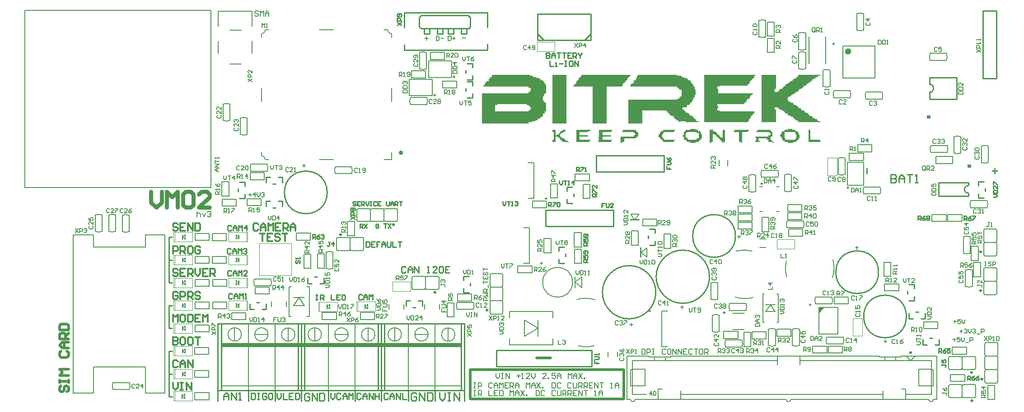
<source format=gto>
G04*
G04 #@! TF.GenerationSoftware,Altium Limited,Altium Designer,18.1.7 (191)*
G04*
G04 Layer_Color=65535*
%FSLAX24Y24*%
%MOIN*%
G70*
G01*
G75*
%ADD10C,0.0118*%
%ADD11C,0.0070*%
%ADD12C,0.0100*%
%ADD13C,0.0098*%
%ADD14C,0.0079*%
%ADD15C,0.0157*%
%ADD16C,0.0236*%
%ADD17C,0.0071*%
%ADD18C,0.0197*%
%ADD19C,0.0039*%
%ADD20C,0.0050*%
%ADD21C,0.0067*%
%ADD22C,0.0295*%
%ADD23R,0.5935X0.0256*%
G36*
X58697Y24174D02*
X58537D01*
Y24094D01*
X58377D01*
Y24014D01*
X58297D01*
Y23934D01*
X58137D01*
Y23854D01*
X58057D01*
Y23774D01*
X57977D01*
Y23694D01*
X57817D01*
Y23614D01*
X57737D01*
Y23534D01*
X57657D01*
Y23454D01*
X57497D01*
Y23374D01*
X57417D01*
Y23294D01*
X57337D01*
Y23214D01*
X57177D01*
Y23134D01*
X57097D01*
Y23054D01*
X57017D01*
Y22974D01*
X56857D01*
Y22894D01*
X56777D01*
Y22814D01*
X56617D01*
Y22734D01*
X56537D01*
Y22654D01*
X56377D01*
Y22574D01*
X56297D01*
Y22494D01*
Y22414D01*
Y22334D01*
X56377D01*
Y22254D01*
X56537D01*
Y22174D01*
X56697D01*
Y22094D01*
X56777D01*
Y22014D01*
X56937D01*
Y21934D01*
X57017D01*
Y21854D01*
X57097D01*
Y21774D01*
X57257D01*
Y21694D01*
X57337D01*
Y21614D01*
X57497D01*
Y21534D01*
X57577D01*
Y21454D01*
X57737D01*
Y21374D01*
X57817D01*
Y21294D01*
X57897D01*
Y21214D01*
X58057D01*
Y21134D01*
X58137D01*
Y21054D01*
X58297D01*
Y20974D01*
X58457D01*
Y20894D01*
X58537D01*
Y20814D01*
X58697D01*
Y20734D01*
X57097D01*
Y20814D01*
X57017D01*
Y20894D01*
X56857D01*
Y20974D01*
X56777D01*
Y21054D01*
X56697D01*
Y21134D01*
X56537D01*
Y21214D01*
X56377D01*
Y21294D01*
X56297D01*
Y21374D01*
X56137D01*
Y21454D01*
X56057D01*
Y21534D01*
X55977D01*
Y21614D01*
X55817D01*
Y21694D01*
X55657D01*
Y21774D01*
X55577D01*
Y21854D01*
X55337D01*
Y21774D01*
Y21694D01*
X55417D01*
Y21614D01*
Y21534D01*
Y21454D01*
Y21374D01*
Y21294D01*
Y21214D01*
Y21134D01*
Y21054D01*
Y20974D01*
Y20894D01*
Y20814D01*
Y20734D01*
X54377D01*
Y20814D01*
Y20894D01*
Y20974D01*
Y21054D01*
Y21134D01*
Y21214D01*
Y21294D01*
Y21374D01*
Y21454D01*
Y21534D01*
Y21614D01*
Y21694D01*
Y21774D01*
Y21854D01*
Y21934D01*
Y22014D01*
Y22094D01*
Y22174D01*
Y22254D01*
Y22334D01*
Y22414D01*
Y22494D01*
Y22574D01*
Y22654D01*
Y22734D01*
Y22814D01*
Y22894D01*
Y22974D01*
Y23054D01*
Y23134D01*
Y23214D01*
Y23294D01*
Y23374D01*
Y23454D01*
Y23534D01*
Y23614D01*
Y23694D01*
Y23774D01*
Y23854D01*
Y23934D01*
Y24014D01*
Y24094D01*
Y24174D01*
Y24254D01*
X55417D01*
Y24174D01*
Y24094D01*
Y24014D01*
Y23934D01*
Y23854D01*
Y23774D01*
Y23694D01*
Y23614D01*
Y23534D01*
Y23454D01*
Y23374D01*
Y23294D01*
Y23214D01*
X55337D01*
Y23134D01*
Y23054D01*
Y22974D01*
X55577D01*
Y23054D01*
X55657D01*
Y23134D01*
X55737D01*
Y23214D01*
X55897D01*
Y23294D01*
X55977D01*
Y23374D01*
X56057D01*
Y23454D01*
X56137D01*
Y23534D01*
X56217D01*
Y23614D01*
X56377D01*
Y23694D01*
X56457D01*
Y23774D01*
X56617D01*
Y23854D01*
X56697D01*
Y23934D01*
X56857D01*
Y24014D01*
X56937D01*
Y24094D01*
X57017D01*
Y24174D01*
X57097D01*
Y24254D01*
X58697D01*
Y24174D01*
D02*
G37*
G36*
X66811Y21002D02*
X66561D01*
Y21252D01*
X66811D01*
Y21002D01*
D02*
G37*
G36*
X53897Y24174D02*
X53817D01*
Y24094D01*
Y24014D01*
X53737D01*
Y23934D01*
X53657D01*
Y23854D01*
X53577D01*
Y23774D01*
X53497D01*
Y23694D01*
Y23614D01*
X53417D01*
Y23534D01*
X53337D01*
Y23454D01*
X51257D01*
Y23374D01*
X51097D01*
Y23294D01*
Y23214D01*
X51177D01*
Y23134D01*
Y23054D01*
Y22974D01*
Y22894D01*
X53737D01*
Y22814D01*
X53657D01*
Y22734D01*
X53577D01*
Y22654D01*
X53497D01*
Y22574D01*
Y22494D01*
X53337D01*
Y22414D01*
X53257D01*
Y22334D01*
Y22254D01*
X53177D01*
Y22174D01*
X53097D01*
Y22094D01*
X51097D01*
Y22014D01*
Y21934D01*
X51177D01*
Y21854D01*
Y21774D01*
X51097D01*
Y21694D01*
Y21614D01*
X51257D01*
Y21534D01*
X53817D01*
Y21454D01*
Y21374D01*
X53737D01*
Y21294D01*
X53657D01*
Y21214D01*
X53577D01*
Y21134D01*
Y21054D01*
X53497D01*
Y20974D01*
X53417D01*
Y20894D01*
Y20814D01*
X53337D01*
Y20734D01*
X50137D01*
Y20814D01*
Y20894D01*
Y20974D01*
Y21054D01*
Y21134D01*
Y21214D01*
Y21294D01*
Y21374D01*
Y21454D01*
Y21534D01*
Y21614D01*
Y21694D01*
Y21774D01*
Y21854D01*
Y21934D01*
Y22014D01*
Y22094D01*
Y22174D01*
Y22254D01*
Y22334D01*
Y22414D01*
Y22494D01*
Y22574D01*
Y22654D01*
Y22734D01*
Y22814D01*
Y22894D01*
Y22974D01*
Y23054D01*
Y23134D01*
Y23214D01*
Y23294D01*
Y23374D01*
Y23454D01*
Y23534D01*
Y23614D01*
Y23694D01*
Y23774D01*
Y23854D01*
Y23934D01*
Y24014D01*
Y24094D01*
Y24174D01*
Y24254D01*
X53897D01*
Y24174D01*
D02*
G37*
G36*
X48137D02*
X48457D01*
Y24094D01*
X48617D01*
Y24014D01*
X48857D01*
Y23934D01*
X48937D01*
Y23854D01*
X49097D01*
Y23774D01*
X49177D01*
Y23694D01*
Y23614D01*
X49257D01*
Y23534D01*
X49337D01*
Y23454D01*
Y23374D01*
X49417D01*
Y23294D01*
Y23214D01*
Y23134D01*
X49497D01*
Y23054D01*
Y22974D01*
Y22894D01*
Y22814D01*
Y22734D01*
X49417D01*
Y22654D01*
Y22574D01*
X49337D01*
Y22494D01*
Y22414D01*
X49257D01*
Y22334D01*
Y22254D01*
X49177D01*
Y22174D01*
X49097D01*
Y22094D01*
X49017D01*
Y22014D01*
X48857D01*
Y21934D01*
Y21854D01*
X48537D01*
Y21774D01*
Y21694D01*
X48617D01*
Y21614D01*
X48697D01*
Y21534D01*
X48777D01*
Y21454D01*
X48937D01*
Y21374D01*
X49017D01*
Y21294D01*
X49097D01*
Y21214D01*
X49257D01*
Y21134D01*
X49337D01*
Y21054D01*
X49417D01*
Y20974D01*
X49497D01*
Y20894D01*
X49577D01*
Y20814D01*
X49737D01*
Y20734D01*
X48777D01*
Y20814D01*
X48377D01*
Y20734D01*
X48297D01*
Y20814D01*
X48217D01*
Y20894D01*
X48057D01*
Y20974D01*
X47977D01*
Y21054D01*
X47897D01*
Y21134D01*
X47817D01*
Y21214D01*
X47657D01*
Y21294D01*
X47577D01*
Y21374D01*
X47497D01*
Y21454D01*
X47417D01*
Y21534D01*
X47337D01*
Y21614D01*
X45577D01*
Y21534D01*
Y21454D01*
Y21374D01*
Y21294D01*
Y21214D01*
Y21134D01*
Y21054D01*
Y20974D01*
Y20894D01*
Y20814D01*
Y20734D01*
Y20654D01*
X44537D01*
Y20734D01*
Y20814D01*
Y20894D01*
Y20974D01*
Y21054D01*
Y21134D01*
Y21214D01*
Y21294D01*
Y21374D01*
Y21454D01*
Y21534D01*
Y21614D01*
Y21694D01*
Y21774D01*
Y21854D01*
Y21934D01*
Y22014D01*
Y22094D01*
Y22174D01*
Y22254D01*
Y22334D01*
Y22414D01*
X48137D01*
Y22494D01*
X48297D01*
Y22574D01*
X48377D01*
Y22654D01*
X48457D01*
Y22734D01*
Y22814D01*
Y22894D01*
Y22974D01*
Y23054D01*
Y23134D01*
X48297D01*
Y23214D01*
X48217D01*
Y23294D01*
X48137D01*
Y23374D01*
X44697D01*
Y23454D01*
Y23534D01*
X44777D01*
Y23614D01*
X44937D01*
Y23694D01*
Y23774D01*
Y23854D01*
X45097D01*
Y23934D01*
Y24014D01*
X45177D01*
Y24094D01*
Y24174D01*
X45257D01*
Y24254D01*
X48137D01*
Y24174D01*
D02*
G37*
G36*
X44697D02*
X44617D01*
Y24094D01*
X44537D01*
Y24014D01*
X44457D01*
Y23934D01*
Y23854D01*
X44377D01*
Y23774D01*
X44297D01*
Y23694D01*
X44217D01*
Y23614D01*
X44137D01*
Y23534D01*
Y23454D01*
X44057D01*
Y23374D01*
X42937D01*
Y23294D01*
Y23214D01*
Y23134D01*
Y23054D01*
Y22974D01*
Y22894D01*
Y22814D01*
Y22734D01*
Y22654D01*
Y22574D01*
Y22494D01*
Y22414D01*
Y22334D01*
Y22254D01*
Y22174D01*
Y22094D01*
Y22014D01*
Y21934D01*
Y21854D01*
Y21774D01*
Y21694D01*
Y21614D01*
Y21534D01*
Y21454D01*
Y21374D01*
Y21294D01*
Y21214D01*
Y21134D01*
Y21054D01*
Y20974D01*
Y20894D01*
Y20814D01*
Y20734D01*
Y20654D01*
X41897D01*
Y20734D01*
Y20814D01*
Y20894D01*
Y20974D01*
Y21054D01*
Y21134D01*
Y21214D01*
Y21294D01*
Y21374D01*
Y21454D01*
Y21534D01*
Y21614D01*
Y21694D01*
Y21774D01*
Y21854D01*
Y21934D01*
Y22014D01*
Y22094D01*
Y22174D01*
Y22254D01*
Y22334D01*
Y22414D01*
Y22494D01*
Y22574D01*
Y22654D01*
Y22734D01*
Y22814D01*
Y22894D01*
Y22974D01*
Y23054D01*
Y23134D01*
Y23214D01*
Y23294D01*
Y23374D01*
X40457D01*
Y23454D01*
X40537D01*
Y23534D01*
X40617D01*
Y23614D01*
X40697D01*
Y23694D01*
Y23774D01*
X40777D01*
Y23854D01*
X40857D01*
Y23934D01*
Y24014D01*
X40937D01*
Y24094D01*
X41017D01*
Y24174D01*
X41097D01*
Y24254D01*
X44697D01*
Y24174D01*
D02*
G37*
G36*
X39977D02*
Y24094D01*
Y24014D01*
Y23934D01*
Y23854D01*
Y23774D01*
Y23694D01*
Y23614D01*
Y23534D01*
Y23454D01*
Y23374D01*
Y23294D01*
Y23214D01*
Y23134D01*
Y23054D01*
Y22974D01*
Y22894D01*
Y22814D01*
Y22734D01*
Y22654D01*
Y22574D01*
Y22494D01*
Y22414D01*
Y22334D01*
Y22254D01*
Y22174D01*
Y22094D01*
Y22014D01*
Y21934D01*
Y21854D01*
Y21774D01*
Y21694D01*
Y21614D01*
Y21534D01*
Y21454D01*
Y21374D01*
Y21294D01*
Y21214D01*
Y21134D01*
Y21054D01*
Y20974D01*
Y20894D01*
Y20814D01*
Y20734D01*
Y20654D01*
X38937D01*
Y20734D01*
Y20814D01*
Y20894D01*
Y20974D01*
Y21054D01*
Y21134D01*
Y21214D01*
Y21294D01*
Y21374D01*
Y21454D01*
Y21534D01*
Y21614D01*
Y21694D01*
Y21774D01*
Y21854D01*
Y21934D01*
Y22014D01*
Y22094D01*
Y22174D01*
Y22254D01*
Y22334D01*
Y22414D01*
Y22494D01*
Y22574D01*
Y22654D01*
Y22734D01*
Y22814D01*
Y22894D01*
Y22974D01*
Y23054D01*
Y23134D01*
Y23214D01*
Y23294D01*
Y23374D01*
Y23454D01*
Y23534D01*
Y23614D01*
Y23694D01*
Y23774D01*
Y23854D01*
Y23934D01*
Y24014D01*
Y24094D01*
Y24174D01*
Y24254D01*
X39977D01*
Y24174D01*
D02*
G37*
G36*
X37257D02*
X37497D01*
Y24094D01*
X37737D01*
Y24014D01*
X37977D01*
Y23934D01*
X38057D01*
Y23854D01*
X38217D01*
Y23774D01*
X38297D01*
Y23694D01*
X38377D01*
Y23614D01*
Y23534D01*
X38457D01*
Y23454D01*
Y23374D01*
Y23294D01*
Y23214D01*
Y23134D01*
Y23054D01*
Y22974D01*
Y22894D01*
X38377D01*
Y22814D01*
X38297D01*
Y22734D01*
Y22654D01*
X38217D01*
Y22574D01*
Y22494D01*
Y22414D01*
Y22334D01*
X38297D01*
Y22254D01*
X38377D01*
Y22174D01*
X38457D01*
Y22094D01*
Y22014D01*
Y21934D01*
Y21854D01*
Y21774D01*
Y21694D01*
Y21614D01*
Y21534D01*
X38377D01*
Y21454D01*
Y21374D01*
X38217D01*
Y21294D01*
Y21214D01*
Y21134D01*
X38057D01*
Y21054D01*
X37977D01*
Y20974D01*
X37817D01*
Y20894D01*
X37657D01*
Y20814D01*
X37417D01*
Y20734D01*
X37177D01*
Y20654D01*
X33737D01*
Y20734D01*
Y20814D01*
Y20894D01*
Y20974D01*
Y21054D01*
Y21134D01*
Y21214D01*
Y21294D01*
Y21374D01*
Y21454D01*
Y21534D01*
Y21614D01*
Y21694D01*
Y21774D01*
Y21854D01*
Y21934D01*
Y22014D01*
Y22094D01*
Y22174D01*
Y22254D01*
Y22334D01*
Y22414D01*
Y22494D01*
Y22574D01*
Y22654D01*
Y22734D01*
Y22814D01*
Y22894D01*
X37177D01*
Y22974D01*
X37257D01*
Y23054D01*
X37337D01*
Y23134D01*
Y23214D01*
Y23294D01*
X37177D01*
Y23374D01*
X33817D01*
Y23454D01*
X33897D01*
Y23534D01*
X33977D01*
Y23614D01*
Y23694D01*
X34057D01*
Y23774D01*
X34217D01*
Y23854D01*
Y23934D01*
X34297D01*
Y24014D01*
X34377D01*
Y24094D01*
X34457D01*
Y24174D01*
Y24254D01*
X37257D01*
Y24174D01*
D02*
G37*
G36*
X39897Y20094D02*
X39817D01*
Y20014D01*
X39737D01*
Y19934D01*
X39577D01*
Y19854D01*
X39497D01*
Y19774D01*
Y19694D01*
X39577D01*
Y19614D01*
X39657D01*
Y19534D01*
X39817D01*
Y19454D01*
X39897D01*
Y19374D01*
X40057D01*
Y19294D01*
X40137D01*
Y19214D01*
X40057D01*
Y19294D01*
X39657D01*
Y19374D01*
X39577D01*
Y19454D01*
X39497D01*
Y19534D01*
X39417D01*
Y19614D01*
X39337D01*
Y19694D01*
X39177D01*
Y19614D01*
Y19534D01*
Y19454D01*
Y19374D01*
Y19294D01*
X38937D01*
Y19374D01*
Y19454D01*
X39017D01*
Y19534D01*
Y19614D01*
Y19694D01*
Y19774D01*
Y19854D01*
Y19934D01*
Y20014D01*
X38937D01*
Y20094D01*
Y20174D01*
X39177D01*
Y20094D01*
Y20014D01*
Y19934D01*
Y19854D01*
Y19774D01*
X39257D01*
Y19854D01*
X39417D01*
Y19934D01*
X39497D01*
Y20014D01*
Y20094D01*
X39657D01*
Y20174D01*
X39897D01*
Y20094D01*
D02*
G37*
G36*
X57977D02*
Y20014D01*
Y19934D01*
Y19854D01*
Y19774D01*
Y19694D01*
Y19614D01*
Y19534D01*
Y19454D01*
X58697D01*
Y19374D01*
Y19294D01*
X57817D01*
Y19374D01*
Y19454D01*
Y19534D01*
Y19614D01*
Y19694D01*
Y19774D01*
Y19854D01*
Y19934D01*
Y20014D01*
Y20094D01*
Y20174D01*
X57977D01*
Y20094D01*
D02*
G37*
G36*
X47977D02*
X47897D01*
Y20014D01*
X47177D01*
Y19934D01*
X47097D01*
Y19854D01*
X47017D01*
Y19774D01*
Y19694D01*
Y19614D01*
X47097D01*
Y19534D01*
X47177D01*
Y19454D01*
X47977D01*
Y19374D01*
X47897D01*
Y19294D01*
X47097D01*
Y19374D01*
X47017D01*
Y19454D01*
X46937D01*
Y19534D01*
X46857D01*
Y19614D01*
X46777D01*
Y19694D01*
Y19774D01*
Y19854D01*
X46857D01*
Y19934D01*
Y20014D01*
X46937D01*
Y20094D01*
X47097D01*
Y20174D01*
X47977D01*
Y20094D01*
D02*
G37*
G36*
X43337D02*
X43257D01*
Y20014D01*
X42617D01*
Y19934D01*
Y19854D01*
Y19774D01*
X43257D01*
Y19694D01*
X42617D01*
Y19614D01*
Y19534D01*
Y19454D01*
X43337D01*
Y19374D01*
X43257D01*
Y19294D01*
X42297D01*
Y19374D01*
X42377D01*
Y19454D01*
Y19534D01*
X42297D01*
Y19614D01*
X42377D01*
Y19694D01*
Y19774D01*
Y19854D01*
Y19934D01*
Y20014D01*
Y20094D01*
Y20174D01*
X43337D01*
Y20094D01*
D02*
G37*
G36*
X41737D02*
X41577D01*
Y20014D01*
X40937D01*
Y19934D01*
Y19854D01*
Y19774D01*
X41577D01*
Y19694D01*
X40937D01*
Y19614D01*
Y19534D01*
Y19454D01*
X41737D01*
Y19374D01*
X41657D01*
Y19294D01*
X40697D01*
Y19374D01*
Y19454D01*
Y19534D01*
Y19614D01*
Y19694D01*
Y19774D01*
Y19854D01*
Y19934D01*
Y20014D01*
Y20094D01*
Y20174D01*
X41737D01*
Y20094D01*
D02*
G37*
G36*
X56617Y20174D02*
X56857D01*
Y20094D01*
X57017D01*
Y20014D01*
X57097D01*
Y19934D01*
Y19854D01*
X57177D01*
Y19774D01*
Y19694D01*
Y19614D01*
Y19534D01*
X57097D01*
Y19454D01*
X57017D01*
Y19374D01*
X56937D01*
Y19294D01*
X56697D01*
Y19214D01*
X56297D01*
Y19294D01*
X56057D01*
Y19374D01*
X55897D01*
Y19454D01*
Y19534D01*
X55817D01*
Y19614D01*
Y19694D01*
X55737D01*
Y19774D01*
Y19854D01*
X55817D01*
Y19934D01*
Y20014D01*
X55897D01*
Y20094D01*
X56057D01*
Y20174D01*
X56297D01*
Y20254D01*
X56617D01*
Y20174D01*
D02*
G37*
G36*
X55017Y20094D02*
X55097D01*
Y20014D01*
X55177D01*
Y19934D01*
Y19854D01*
Y19774D01*
Y19694D01*
X55017D01*
Y19614D01*
Y19534D01*
Y19454D01*
X55097D01*
Y19374D01*
X55177D01*
Y19294D01*
X55257D01*
Y19214D01*
X55177D01*
Y19294D01*
X54857D01*
Y19374D01*
Y19454D01*
X54777D01*
Y19534D01*
X54137D01*
Y19454D01*
Y19374D01*
X54217D01*
Y19294D01*
X53897D01*
Y19374D01*
X53977D01*
Y19454D01*
Y19534D01*
Y19614D01*
X53897D01*
Y19694D01*
X54857D01*
Y19774D01*
X55017D01*
Y19854D01*
Y19934D01*
X54937D01*
Y20014D01*
X53977D01*
Y20094D01*
X54057D01*
Y20174D01*
X55017D01*
Y20094D01*
D02*
G37*
G36*
X53417D02*
X53337D01*
Y20014D01*
X52937D01*
Y19934D01*
Y19854D01*
Y19774D01*
Y19694D01*
Y19614D01*
Y19534D01*
Y19454D01*
Y19374D01*
Y19294D01*
Y19214D01*
X52857D01*
Y19294D01*
X52697D01*
Y19374D01*
Y19454D01*
Y19534D01*
Y19614D01*
Y19694D01*
Y19774D01*
Y19854D01*
Y19934D01*
Y20014D01*
X52297D01*
Y20094D01*
X52377D01*
Y20174D01*
X53417D01*
Y20094D01*
D02*
G37*
G36*
X50777Y20174D02*
Y20094D01*
X50937D01*
Y20014D01*
X51017D01*
Y19934D01*
X51097D01*
Y19854D01*
X51177D01*
Y19774D01*
X51257D01*
Y19694D01*
X51337D01*
Y19614D01*
X51497D01*
Y19694D01*
Y19774D01*
Y19854D01*
Y19934D01*
Y20014D01*
Y20094D01*
Y20174D01*
X51657D01*
Y20094D01*
Y20014D01*
Y19934D01*
Y19854D01*
Y19774D01*
Y19694D01*
Y19614D01*
Y19534D01*
Y19454D01*
Y19374D01*
Y19294D01*
X51577D01*
Y19214D01*
X51497D01*
Y19294D01*
X51417D01*
Y19374D01*
X51337D01*
Y19454D01*
X51257D01*
Y19534D01*
X51177D01*
Y19614D01*
X51097D01*
Y19694D01*
X51017D01*
Y19774D01*
X50937D01*
Y19854D01*
X50777D01*
Y19774D01*
Y19694D01*
Y19614D01*
Y19534D01*
Y19454D01*
Y19374D01*
Y19294D01*
X50617D01*
Y19214D01*
X50537D01*
Y19294D01*
Y19374D01*
Y19454D01*
Y19534D01*
Y19614D01*
Y19694D01*
Y19774D01*
Y19854D01*
Y19934D01*
Y20014D01*
Y20094D01*
Y20174D01*
X50697D01*
Y20254D01*
X50777D01*
Y20174D01*
D02*
G37*
G36*
X49497D02*
X49657D01*
Y20094D01*
X49817D01*
Y20014D01*
X49897D01*
Y19934D01*
Y19854D01*
X49977D01*
Y19774D01*
Y19694D01*
Y19614D01*
Y19534D01*
X49897D01*
Y19454D01*
X49817D01*
Y19374D01*
X49737D01*
Y19294D01*
X49497D01*
Y19214D01*
X49097D01*
Y19294D01*
X48857D01*
Y19374D01*
X48777D01*
Y19454D01*
X48617D01*
Y19534D01*
Y19614D01*
Y19694D01*
X48537D01*
Y19774D01*
X48617D01*
Y19854D01*
Y19934D01*
Y20014D01*
X48697D01*
Y20094D01*
X48777D01*
Y20174D01*
X49097D01*
Y20254D01*
X49497D01*
Y20174D01*
D02*
G37*
G36*
X45097Y20094D02*
X45177D01*
Y20014D01*
X45257D01*
Y19934D01*
Y19854D01*
Y19774D01*
Y19694D01*
X45177D01*
Y19614D01*
X45097D01*
Y19534D01*
X44217D01*
Y19454D01*
Y19374D01*
Y19294D01*
X44057D01*
Y19214D01*
X43977D01*
Y19294D01*
Y19374D01*
Y19454D01*
Y19534D01*
Y19614D01*
Y19694D01*
X44937D01*
Y19774D01*
X45017D01*
Y19854D01*
Y19934D01*
X44937D01*
Y20014D01*
X44057D01*
Y20094D01*
X44137D01*
Y20174D01*
X45097D01*
Y20094D01*
D02*
G37*
G36*
X69819Y17375D02*
X69569D01*
Y17625D01*
X69819D01*
Y17375D01*
D02*
G37*
G36*
X45369Y13470D02*
X44649D01*
Y13580D01*
X45369D01*
Y13470D01*
D02*
G37*
G36*
X45509Y10744D02*
X45399D01*
Y11464D01*
X45509D01*
Y10744D01*
D02*
G37*
%LPC*%
G36*
X37017Y22094D02*
X34857D01*
Y22014D01*
X34697D01*
Y21934D01*
Y21854D01*
Y21774D01*
Y21694D01*
Y21614D01*
Y21534D01*
X37177D01*
Y21614D01*
X37257D01*
Y21694D01*
X37337D01*
Y21774D01*
Y21854D01*
X37257D01*
Y21934D01*
X37177D01*
Y22014D01*
X37017D01*
Y22094D01*
D02*
G37*
G36*
X56857Y20014D02*
X56057D01*
Y19934D01*
Y19854D01*
Y19774D01*
Y19694D01*
Y19614D01*
Y19534D01*
X56137D01*
Y19454D01*
X56857D01*
Y19534D01*
X56937D01*
Y19614D01*
Y19694D01*
Y19774D01*
Y19854D01*
X56857D01*
Y19934D01*
Y20014D01*
D02*
G37*
G36*
X49577D02*
X48857D01*
Y19934D01*
X48777D01*
Y19854D01*
Y19774D01*
Y19694D01*
Y19614D01*
X48857D01*
Y19534D01*
X48937D01*
Y19454D01*
X49577D01*
Y19534D01*
X49737D01*
Y19614D01*
Y19694D01*
Y19774D01*
Y19854D01*
Y19934D01*
X49577D01*
Y20014D01*
D02*
G37*
%LPD*%
D10*
X34152Y6851D02*
G03*
X34152Y6851I-59J0D01*
G01*
X69934Y156D02*
G03*
X69934Y156I-59J0D01*
G01*
X69911Y2243D02*
G03*
X69911Y2243I-59J0D01*
G01*
X27253Y13178D02*
G03*
X27253Y13178I-59J0D01*
G01*
X23357Y12432D02*
G03*
X23357Y12432I-59J0D01*
G01*
X65416Y3712D02*
G03*
X65416Y3712I-59J0D01*
G01*
X70588Y8294D02*
G03*
X70588Y8294I-59J0D01*
G01*
Y11162D02*
G03*
X70588Y11162I-59J0D01*
G01*
X70678Y1753D02*
G03*
X70678Y1753I-59J0D01*
G01*
X30318Y8177D02*
G03*
X30318Y8177I-59J0D01*
G01*
X11283Y3058D02*
X11191Y3149D01*
X11007D01*
X10915Y3058D01*
Y2690D01*
X11007Y2598D01*
X11191D01*
X11283Y2690D01*
X11466Y2598D02*
Y2966D01*
X11650Y3149D01*
X11834Y2966D01*
Y2598D01*
Y2874D01*
X11466D01*
X12017Y2598D02*
Y3149D01*
X12385Y2598D01*
Y3149D01*
X17343Y12510D02*
X17710D01*
X17526D01*
Y11959D01*
X18261Y12510D02*
X17894D01*
Y11959D01*
X18261D01*
X17894Y12234D02*
X18077D01*
X18812Y12418D02*
X18720Y12510D01*
X18536D01*
X18445Y12418D01*
Y12326D01*
X18536Y12234D01*
X18720D01*
X18812Y12142D01*
Y12050D01*
X18720Y11959D01*
X18536D01*
X18445Y12050D01*
X18996Y12510D02*
X19363D01*
X19179D01*
Y11959D01*
X17218Y13176D02*
X17126Y13268D01*
X16942D01*
X16850Y13176D01*
Y12808D01*
X16942Y12717D01*
X17126D01*
X17218Y12808D01*
X17401Y12717D02*
Y13084D01*
X17585Y13268D01*
X17769Y13084D01*
Y12717D01*
Y12992D01*
X17401D01*
X17952Y12717D02*
Y13268D01*
X18136Y13084D01*
X18320Y13268D01*
Y12717D01*
X18871Y13268D02*
X18503D01*
Y12717D01*
X18871D01*
X18503Y12992D02*
X18687D01*
X19054Y12717D02*
Y13268D01*
X19330D01*
X19422Y13176D01*
Y12992D01*
X19330Y12900D01*
X19054D01*
X19238D02*
X19422Y12717D01*
X19605D02*
Y13084D01*
X19789Y13268D01*
X19973Y13084D01*
Y12717D01*
Y12992D01*
X19605D01*
X11283Y13176D02*
X11191Y13268D01*
X11007D01*
X10915Y13176D01*
Y13084D01*
X11007Y12992D01*
X11191D01*
X11283Y12900D01*
Y12808D01*
X11191Y12717D01*
X11007D01*
X10915Y12808D01*
X11834Y13268D02*
X11466D01*
Y12717D01*
X11834D01*
X11466Y12992D02*
X11650D01*
X12017Y12717D02*
Y13268D01*
X12385Y12717D01*
Y13268D01*
X12568D02*
Y12717D01*
X12844D01*
X12936Y12808D01*
Y13176D01*
X12844Y13268D01*
X12568D01*
X10915Y11014D02*
Y11565D01*
X11191D01*
X11283Y11473D01*
Y11289D01*
X11191Y11197D01*
X10915D01*
X11466Y11014D02*
Y11565D01*
X11742D01*
X11834Y11473D01*
Y11289D01*
X11742Y11197D01*
X11466D01*
X11650D02*
X11834Y11014D01*
X12293Y11565D02*
X12109D01*
X12017Y11473D01*
Y11106D01*
X12109Y11014D01*
X12293D01*
X12385Y11106D01*
Y11473D01*
X12293Y11565D01*
X12936Y11473D02*
X12844Y11565D01*
X12660D01*
X12568Y11473D01*
Y11106D01*
X12660Y11014D01*
X12844D01*
X12936Y11106D01*
Y11289D01*
X12752D01*
X11283Y9810D02*
X11191Y9901D01*
X11007D01*
X10915Y9810D01*
Y9718D01*
X11007Y9626D01*
X11191D01*
X11283Y9534D01*
Y9442D01*
X11191Y9350D01*
X11007D01*
X10915Y9442D01*
X11834Y9901D02*
X11466D01*
Y9350D01*
X11834D01*
X11466Y9626D02*
X11650D01*
X12017Y9350D02*
Y9901D01*
X12293D01*
X12385Y9810D01*
Y9626D01*
X12293Y9534D01*
X12017D01*
X12201D02*
X12385Y9350D01*
X12568Y9901D02*
Y9534D01*
X12752Y9350D01*
X12936Y9534D01*
Y9901D01*
X13487D02*
X13119D01*
Y9350D01*
X13487D01*
X13119Y9626D02*
X13303D01*
X13670Y9350D02*
Y9901D01*
X13946D01*
X14038Y9810D01*
Y9626D01*
X13946Y9534D01*
X13670D01*
X13854D02*
X14038Y9350D01*
X10915Y5974D02*
Y6525D01*
X11099Y6342D01*
X11283Y6525D01*
Y5974D01*
X11742Y6525D02*
X11558D01*
X11466Y6434D01*
Y6066D01*
X11558Y5974D01*
X11742D01*
X11834Y6066D01*
Y6434D01*
X11742Y6525D01*
X12017D02*
Y5974D01*
X12293D01*
X12385Y6066D01*
Y6434D01*
X12293Y6525D01*
X12017D01*
X12936D02*
X12568D01*
Y5974D01*
X12936D01*
X12568Y6250D02*
X12752D01*
X13119Y5974D02*
Y6525D01*
X13303Y6342D01*
X13487Y6525D01*
Y5974D01*
X11283Y8107D02*
X11191Y8199D01*
X11007D01*
X10915Y8107D01*
Y7739D01*
X11007Y7648D01*
X11191D01*
X11283Y7739D01*
Y7923D01*
X11099D01*
X11466Y7648D02*
Y8199D01*
X11742D01*
X11834Y8107D01*
Y7923D01*
X11742Y7831D01*
X11466D01*
X12017Y7648D02*
Y8199D01*
X12293D01*
X12385Y8107D01*
Y7923D01*
X12293Y7831D01*
X12017D01*
X12201D02*
X12385Y7648D01*
X12936Y8107D02*
X12844Y8199D01*
X12660D01*
X12568Y8107D01*
Y8015D01*
X12660Y7923D01*
X12844D01*
X12936Y7831D01*
Y7739D01*
X12844Y7648D01*
X12660D01*
X12568Y7739D01*
X10915Y4840D02*
Y4289D01*
X11191D01*
X11283Y4381D01*
Y4472D01*
X11191Y4564D01*
X10915D01*
X11191D01*
X11283Y4656D01*
Y4748D01*
X11191Y4840D01*
X10915D01*
X11742D02*
X11558D01*
X11466Y4748D01*
Y4381D01*
X11558Y4289D01*
X11742D01*
X11834Y4381D01*
Y4748D01*
X11742Y4840D01*
X12293D02*
X12109D01*
X12017Y4748D01*
Y4381D01*
X12109Y4289D01*
X12293D01*
X12385Y4381D01*
Y4748D01*
X12293Y4840D01*
X12568D02*
X12936D01*
X12752D01*
Y4289D01*
X10915Y1486D02*
Y1119D01*
X11099Y935D01*
X11283Y1119D01*
Y1486D01*
X11466D02*
X11650D01*
X11558D01*
Y935D01*
X11466D01*
X11650D01*
X11926D02*
Y1486D01*
X12293Y935D01*
Y1486D01*
D11*
X71007Y14419D02*
G03*
X71007Y14930I-608J256D01*
G01*
X69799D02*
G03*
X69800Y14419I609J-255D01*
G01*
X71092Y18976D02*
G03*
X70582Y18976I-256J-608D01*
G01*
Y17768D02*
G03*
X71092Y17769I255J609D01*
G01*
X66852Y19016D02*
G03*
X66851Y18505I608J-256D01*
G01*
X68059D02*
G03*
X68059Y19016I-609J255D01*
G01*
X69065Y19668D02*
G03*
X68554Y19668I-256J-608D01*
G01*
Y18461D02*
G03*
X69065Y18461I255J609D01*
G01*
X68008Y25326D02*
G03*
X68008Y25836I-609J255D01*
G01*
X66801D02*
G03*
X66800Y25326I608J-256D01*
G01*
X54165Y27053D02*
G03*
X54675Y27053I255J609D01*
G01*
Y28260D02*
G03*
X54165Y28261I-256J-608D01*
G01*
X60021Y16876D02*
G03*
X60531Y16877I255J609D01*
G01*
Y18083D02*
G03*
X60021Y18084I-256J-608D01*
G01*
X31891Y7424D02*
G03*
X31891Y6913I609J-255D01*
G01*
X33098D02*
G03*
X33099Y7424I-608J256D01*
G01*
X63104Y15434D02*
G03*
X63104Y15945I-609J255D01*
G01*
X61897D02*
G03*
X61896Y15434I608J-256D01*
G01*
X61389Y27555D02*
G03*
X61899Y27556I255J609D01*
G01*
Y28762D02*
G03*
X61389Y28763I-256J-608D01*
G01*
X62053Y22964D02*
G03*
X62054Y22453I609J-255D01*
G01*
X63261D02*
G03*
X63261Y22964I-608J256D01*
G01*
X60900Y22563D02*
G03*
X60899Y23073I-609J255D01*
G01*
X59692D02*
G03*
X59692Y22563I608J-256D01*
G01*
X57618Y27329D02*
G03*
X57107Y27329I-255J-609D01*
G01*
Y26122D02*
G03*
X57618Y26121I256J608D01*
G01*
X57108Y24703D02*
G03*
X57618Y24704I255J609D01*
G01*
Y25911D02*
G03*
X57108Y25911I-256J-608D01*
G01*
X58909Y23384D02*
G03*
X59419Y23385I255J609D01*
G01*
Y24592D02*
G03*
X58909Y24592I-256J-608D01*
G01*
X60388Y4342D02*
G03*
X60387Y4852I-609J255D01*
G01*
X59180D02*
G03*
X59180Y4342I608J-256D01*
G01*
X59551Y7304D02*
G03*
X59551Y7815I-609J255D01*
G01*
X58344D02*
G03*
X58343Y7304I608J-256D01*
G01*
X56563Y16854D02*
G03*
X56052Y16854I-255J-609D01*
G01*
Y15647D02*
G03*
X56563Y15646I256J608D01*
G01*
X55565Y16684D02*
G03*
X55564Y17195I-609J255D01*
G01*
X54358D02*
G03*
X54357Y16684I608J-256D01*
G01*
X57455Y12944D02*
G03*
X57454Y13455I-609J255D01*
G01*
X56247D02*
G03*
X56247Y12944I608J-256D01*
G01*
X53936Y16825D02*
G03*
X53425Y16824I-255J-609D01*
G01*
Y15617D02*
G03*
X53936Y15617I256J608D01*
G01*
X69910Y9807D02*
G03*
X69400Y9807I-255J-609D01*
G01*
Y8600D02*
G03*
X69910Y8599I256J608D01*
G01*
X69253Y11059D02*
G03*
X69764Y11060I255J609D01*
G01*
Y12266D02*
G03*
X69253Y12267I-256J-608D01*
G01*
X29115Y24691D02*
G03*
X29626Y24691I255J609D01*
G01*
Y25898D02*
G03*
X29115Y25899I-256J-608D01*
G01*
X28451Y22568D02*
G03*
X28451Y22057I609J-255D01*
G01*
X29658D02*
G03*
X29659Y22568I-608J256D01*
G01*
X24108Y16930D02*
G03*
X24108Y17441I-609J255D01*
G01*
X22901D02*
G03*
X22900Y16930I608J-256D01*
G01*
X17878Y17127D02*
G03*
X17877Y17638I-609J255D01*
G01*
X16671D02*
G03*
X16670Y17127I608J-256D01*
G01*
X16935Y9152D02*
G03*
X16936Y8642I609J-255D01*
G01*
X18142D02*
G03*
X18143Y9152I-608J256D01*
G01*
X22217Y9927D02*
G03*
X22727Y9928I255J609D01*
G01*
Y11135D02*
G03*
X22217Y11135I-256J-608D01*
G01*
X56635Y4230D02*
G03*
X57146Y4230I255J609D01*
G01*
Y5437D02*
G03*
X56635Y5437I-256J-608D01*
G01*
X54873Y4230D02*
G03*
X55384Y4230I255J609D01*
G01*
Y5437D02*
G03*
X54873Y5437I-256J-608D01*
G01*
X50626Y7654D02*
G03*
X51137Y7654I255J609D01*
G01*
Y8861D02*
G03*
X50626Y8861I-256J-608D01*
G01*
X52907Y4120D02*
G03*
X52907Y4630I-609J255D01*
G01*
X51700D02*
G03*
X51700Y4120I608J-256D01*
G01*
X52004Y7335D02*
G03*
X52004Y6824I609J-255D01*
G01*
X53211D02*
G03*
X53212Y7335I-608J256D01*
G01*
X50730Y5265D02*
G03*
X51240Y5266I255J609D01*
G01*
Y6472D02*
G03*
X50730Y6473I-256J-608D01*
G01*
X5187Y12673D02*
G03*
X5697Y12674I255J609D01*
G01*
Y13881D02*
G03*
X5187Y13881I-256J-608D01*
G01*
X6181Y12673D02*
G03*
X6692Y12674I255J609D01*
G01*
Y13881D02*
G03*
X6181Y13881I-256J-608D01*
G01*
X7185Y12654D02*
G03*
X7696Y12654I255J609D01*
G01*
Y13861D02*
G03*
X7185Y13861I-256J-608D01*
G01*
X7709Y976D02*
G03*
X7709Y1486I-609J255D01*
G01*
X6502D02*
G03*
X6502Y976I608J-256D01*
G01*
X16396Y21047D02*
G03*
X15886Y21047I-255J-609D01*
G01*
Y19840D02*
G03*
X16396Y19839I256J608D01*
G01*
X15137Y22081D02*
G03*
X14626Y22080I-255J-609D01*
G01*
Y20873D02*
G03*
X15137Y20873I256J608D01*
G01*
X69803Y14930D02*
X71003D01*
X69803Y14419D02*
X71004D01*
X70582Y17772D02*
Y18972D01*
X71093Y17772D02*
Y18973D01*
X66855Y18505D02*
X68055D01*
X66854Y19016D02*
X68055D01*
X68554Y18465D02*
Y19665D01*
X69065Y18465D02*
Y19665D01*
X12549Y12002D02*
Y12513D01*
X13593Y12002D02*
Y12513D01*
X12549Y12002D02*
X13593D01*
X12549Y12513D02*
X13593D01*
X37451Y14409D02*
X38494D01*
X37451Y14921D02*
X38494D01*
X37451Y14409D02*
Y14921D01*
X38494Y14409D02*
Y14921D01*
X40541Y11526D02*
X41053D01*
X40541Y12569D02*
X41053D01*
Y11526D02*
Y12569D01*
X40541Y11526D02*
Y12569D01*
X40610Y16407D02*
X41654D01*
X40610Y16919D02*
X41654D01*
X40610Y16407D02*
Y16919D01*
X41654Y16407D02*
Y16919D01*
X41693Y15118D02*
Y16161D01*
X41181Y15118D02*
Y16161D01*
Y15118D02*
X41693D01*
X41181Y16161D02*
X41693D01*
X40551Y11348D02*
X41063D01*
X40551Y10305D02*
X41063D01*
X40551D02*
Y11348D01*
X41063Y10305D02*
Y11348D01*
X68110Y13927D02*
X69154D01*
X68110Y13415D02*
X69154D01*
Y13927D01*
X68110Y13415D02*
Y13927D01*
X68307Y1565D02*
X69350D01*
X68307Y2077D02*
X69350D01*
X68307Y1565D02*
Y2077D01*
X69350Y1565D02*
Y2077D01*
X66939Y13415D02*
X67982D01*
X66939Y13927D02*
X67982D01*
X66939Y13415D02*
Y13927D01*
X67982Y13415D02*
Y13927D01*
X68435Y3593D02*
X69478D01*
X68435Y4104D02*
X69478D01*
X68435Y3593D02*
Y4104D01*
X69478Y3593D02*
Y4104D01*
X20020Y12539D02*
X21063D01*
X20020Y12028D02*
X21063D01*
Y12539D01*
X20020Y12028D02*
Y12539D01*
X12549Y5762D02*
X13593D01*
X12549Y5250D02*
X13593D01*
Y5762D01*
X12549Y5250D02*
Y5762D01*
X13829Y11992D02*
X14872D01*
X13829Y12504D02*
X14872D01*
X13829Y11992D02*
Y12504D01*
X14872Y11992D02*
Y12504D01*
X13829Y10316D02*
X14872D01*
X13829Y10828D02*
X14872D01*
X13829Y10316D02*
Y10828D01*
X14872Y10316D02*
Y10828D01*
X13848Y8611D02*
X14892D01*
X13848Y9123D02*
X14892D01*
X13848Y8611D02*
Y9123D01*
X14892Y8611D02*
Y9123D01*
X66804Y25837D02*
X68004D01*
X66804Y25326D02*
X68004D01*
X54675Y27057D02*
Y28258D01*
X54164Y27057D02*
Y28257D01*
X37411Y9596D02*
Y10108D01*
X36368Y9596D02*
Y10108D01*
X37411D01*
X36368Y9596D02*
X37411D01*
X38302Y11093D02*
X38814D01*
X38302Y12136D02*
X38814D01*
Y11093D02*
Y12136D01*
X38302Y11093D02*
Y12136D01*
X25787Y6161D02*
Y6673D01*
X24744Y6161D02*
Y6673D01*
X25787D01*
X24744Y6161D02*
X25787D01*
X14892Y6946D02*
Y7457D01*
X13848Y6946D02*
Y7457D01*
X14892D01*
X13848Y6946D02*
X14892D01*
X62490Y18553D02*
Y19065D01*
X61447Y18553D02*
Y19065D01*
X62490D01*
X61447Y18553D02*
X62490D01*
X61880Y17923D02*
Y18435D01*
X60837Y17923D02*
Y18435D01*
X61880D01*
X60837Y17923D02*
X61880D01*
X60532Y16880D02*
Y18081D01*
X60021Y16880D02*
Y18080D01*
X54793Y26961D02*
X55305D01*
X54793Y25917D02*
X55305D01*
X54793D02*
Y26961D01*
X55305Y25917D02*
Y26961D01*
X54793Y28142D02*
X55305D01*
X54793Y27099D02*
X55305D01*
X54793D02*
Y28142D01*
X55305Y27099D02*
Y28142D01*
X31895Y6913D02*
X33096D01*
X31895Y7424D02*
X33095D01*
X32977Y7523D02*
Y8035D01*
X31934Y7523D02*
Y8035D01*
X32977D01*
X31934Y7523D02*
X32977D01*
X31157Y6342D02*
X31668D01*
X31157Y7386D02*
X31668D01*
Y6342D02*
Y7386D01*
X31157Y6342D02*
Y7386D01*
X61900Y15945D02*
X63100D01*
X61900Y15434D02*
X63100D01*
X61900Y27559D02*
Y28760D01*
X61389Y27559D02*
Y28759D01*
X62057Y22453D02*
X63258D01*
X62057Y22964D02*
X63257D01*
X59695Y23073D02*
X60896D01*
X59696Y22562D02*
X60896D01*
X57107Y26124D02*
Y27325D01*
X57618Y26125D02*
Y27325D01*
Y24707D02*
Y25908D01*
X57107Y24707D02*
Y25907D01*
X59419Y23388D02*
Y24589D01*
X58908Y23388D02*
Y24588D01*
X59183Y4852D02*
X60384D01*
X59184Y4341D02*
X60384D01*
X58140Y3681D02*
Y4193D01*
X59183Y3681D02*
Y4193D01*
X58140Y3681D02*
X59183D01*
X58140Y4193D02*
X59183D01*
X59291Y3681D02*
Y4193D01*
X60335Y3681D02*
Y4193D01*
X59291Y3681D02*
X60335D01*
X59291Y4193D02*
X60335D01*
X58346Y7815D02*
X59547D01*
X58347Y7304D02*
X59547D01*
X59724D02*
Y7816D01*
X60768Y7304D02*
Y7816D01*
X59724Y7304D02*
X60768D01*
X59724Y7816D02*
X60768D01*
X63396Y9331D02*
X63907D01*
X63396Y10374D02*
X63907D01*
Y9331D02*
Y10374D01*
X63396Y9331D02*
Y10374D01*
X64478Y8278D02*
Y8789D01*
X63435Y8278D02*
Y8789D01*
X64478D01*
X63435Y8278D02*
X64478D01*
X67372Y5472D02*
Y5984D01*
X66329Y5472D02*
Y5984D01*
X67372D01*
X66329Y5472D02*
X67372D01*
X56052Y15650D02*
Y16850D01*
X56563Y15650D02*
Y16850D01*
X54360Y17195D02*
X55561D01*
X54361Y16684D02*
X55561D01*
X53661Y12844D02*
Y13356D01*
X52618Y12844D02*
Y13356D01*
X53661D01*
X52618Y12844D02*
X53661D01*
Y13445D02*
Y13957D01*
X52618Y13445D02*
Y13957D01*
X53661D01*
X52618Y13445D02*
X53661D01*
Y14045D02*
Y14557D01*
X52618Y14045D02*
Y14557D01*
X53661D01*
X52618Y14045D02*
X53661D01*
X56299Y14144D02*
Y14656D01*
X57343Y14144D02*
Y14656D01*
X56299Y14144D02*
X57343D01*
X56299Y14656D02*
X57343D01*
X56299Y13543D02*
Y14055D01*
X57343Y13543D02*
Y14055D01*
X56299Y13543D02*
X57343D01*
X56299Y14055D02*
X57343D01*
X56250Y13455D02*
X57451D01*
X56251Y12944D02*
X57451D01*
X56348Y12324D02*
Y12836D01*
X57392Y12324D02*
Y12836D01*
X56348Y12324D02*
X57392D01*
X56348Y12836D02*
X57392D01*
X54390Y13701D02*
X54902D01*
X54390Y12657D02*
X54902D01*
X54390D02*
Y13701D01*
X54902Y12657D02*
Y13701D01*
X53425Y15620D02*
Y16821D01*
X53936Y15621D02*
Y16821D01*
X69400Y8602D02*
Y9803D01*
X69911Y8603D02*
Y9803D01*
X70010Y10364D02*
X70522D01*
X70010Y9321D02*
X70522D01*
X70010D02*
Y10364D01*
X70522Y9321D02*
Y10364D01*
X69764Y11063D02*
Y12264D01*
X69253Y11063D02*
Y12263D01*
X69843Y10522D02*
X70354D01*
X69843Y11565D02*
X70354D01*
Y10522D02*
Y11565D01*
X69843Y10522D02*
Y11565D01*
X71063Y246D02*
X71575D01*
X71063Y1289D02*
X71575D01*
Y246D02*
Y1289D01*
X71063Y246D02*
Y1289D01*
X31870Y23278D02*
Y23789D01*
X30827Y23278D02*
Y23789D01*
X31870D01*
X30827Y23278D02*
X31870D01*
X29626Y24695D02*
Y25896D01*
X29115Y24695D02*
Y25895D01*
X30965Y25394D02*
Y25906D01*
X29921Y25394D02*
Y25906D01*
X30965D01*
X29921Y25394D02*
X30965D01*
X29577Y24026D02*
Y24537D01*
X28533Y24026D02*
Y24537D01*
X29577D01*
X28533Y24026D02*
X29577D01*
X28455Y22057D02*
X29656D01*
X28455Y22568D02*
X29655D01*
X23809Y12362D02*
X24321D01*
X23809Y13406D02*
X24321D01*
Y12362D02*
Y13406D01*
X23809Y12362D02*
Y13406D01*
X22904Y17441D02*
X24104D01*
X22904Y16930D02*
X24104D01*
X14537Y16339D02*
X15049D01*
X14537Y15295D02*
X15049D01*
X14537D02*
Y16339D01*
X15049Y15295D02*
Y16339D01*
X15610Y14537D02*
Y15049D01*
X14567Y14537D02*
Y15049D01*
X15610D01*
X14567Y14537D02*
X15610D01*
X16398Y14567D02*
Y15079D01*
X17441Y14567D02*
Y15079D01*
X16398Y14567D02*
X17441D01*
X16398Y15079D02*
X17441D01*
X16673Y17638D02*
X17874D01*
X16674Y17127D02*
X17874D01*
X16614Y16486D02*
Y16998D01*
X17657Y16486D02*
Y16998D01*
X16614Y16486D02*
X17657D01*
X16614Y16998D02*
X17657D01*
X12530Y1870D02*
Y2382D01*
X13573Y1870D02*
Y2382D01*
X12530Y1870D02*
X13573D01*
X12530Y2382D02*
X13573D01*
X12549Y8611D02*
Y9123D01*
X13593Y8611D02*
Y9123D01*
X12549Y8611D02*
X13593D01*
X12549Y9123D02*
X13593D01*
X12549Y10316D02*
Y10828D01*
X13593Y10316D02*
Y10828D01*
X12549Y10316D02*
X13593D01*
X12549Y10828D02*
X13593D01*
X12549Y6946D02*
Y7457D01*
X13593Y6946D02*
Y7457D01*
X12549Y6946D02*
X13593D01*
X12549Y7457D02*
X13593D01*
X12530Y3565D02*
Y4077D01*
X13573Y3565D02*
Y4077D01*
X12530Y3565D02*
X13573D01*
X12530Y4077D02*
X13573D01*
X12539Y226D02*
Y738D01*
X13583Y226D02*
Y738D01*
X12539Y226D02*
X13583D01*
X12539Y738D02*
X13583D01*
X16939Y8642D02*
X18140D01*
X16939Y9153D02*
X18139D01*
X18026Y8031D02*
Y8543D01*
X16983Y8031D02*
Y8543D01*
X18026D01*
X16983Y8031D02*
X18026D01*
X15266Y6132D02*
Y6644D01*
X16309Y6132D02*
Y6644D01*
X15266Y6132D02*
X16309D01*
X15266Y6644D02*
X16309D01*
X38789Y15138D02*
X39301D01*
X38789Y16181D02*
X39301D01*
Y15138D02*
Y16181D01*
X38789Y15138D02*
Y16181D01*
X22982Y6152D02*
Y6663D01*
X21939Y6152D02*
Y6663D01*
X22982D01*
X21939Y6152D02*
X22982D01*
X22727Y9931D02*
Y11132D01*
X22217Y9931D02*
Y11131D01*
X21596Y11004D02*
X22107D01*
X21596Y9961D02*
X22107D01*
X21596D02*
Y11004D01*
X22107Y9961D02*
Y11004D01*
X20581Y9931D02*
X21093D01*
X20581Y10975D02*
X21093D01*
Y9931D02*
Y10975D01*
X20581Y9931D02*
Y10975D01*
X57146Y4233D02*
Y5434D01*
X56635Y4234D02*
Y5433D01*
X56535Y4922D02*
Y5434D01*
X55492Y4922D02*
Y5434D01*
X56535D01*
X55492Y4922D02*
X56535D01*
X55384Y4233D02*
Y5434D01*
X54873Y4234D02*
Y5433D01*
X53061Y4157D02*
X53573D01*
X53061Y5200D02*
X53573D01*
Y4157D02*
Y5200D01*
X53061Y4157D02*
Y5200D01*
X53662Y4728D02*
Y5239D01*
X54705Y4728D02*
Y5239D01*
X53662Y4728D02*
X54705D01*
X53662Y5239D02*
X54705D01*
X51137Y7657D02*
Y8858D01*
X50626Y7658D02*
Y8858D01*
X51703Y4630D02*
X52904D01*
X51704Y4119D02*
X52903D01*
X52615Y4757D02*
Y5269D01*
X51572Y4757D02*
Y5269D01*
X52615D01*
X51572Y4757D02*
X52615D01*
X52008Y6824D02*
X53209D01*
X52008Y7335D02*
X53208D01*
X51240Y5269D02*
Y6470D01*
X50729Y5269D02*
Y6469D01*
X47165Y11427D02*
X47677D01*
X47165Y12470D02*
X47677D01*
Y11427D02*
Y12470D01*
X47165Y11427D02*
Y12470D01*
X45581Y13081D02*
Y13593D01*
X46624Y13081D02*
Y13593D01*
X45581Y13081D02*
X46624D01*
X45581Y13593D02*
X46624D01*
X44754Y12697D02*
X45266D01*
X44754Y11654D02*
X45266D01*
X44754D02*
Y12697D01*
X45266Y11654D02*
Y12697D01*
X5698Y12677D02*
Y13878D01*
X5187Y12677D02*
Y13877D01*
X6692Y12677D02*
Y13878D01*
X6181Y12677D02*
Y13877D01*
X7696Y12657D02*
Y13858D01*
X7185Y12658D02*
Y13858D01*
X6505Y1486D02*
X7706D01*
X6505Y975D02*
X7705D01*
X15886Y19843D02*
Y21043D01*
X16397Y19843D02*
Y21043D01*
X14626Y20876D02*
Y22077D01*
X15137Y20877D02*
Y22077D01*
D12*
X69598Y16056D02*
G03*
X69617Y15498I0J-280D01*
G01*
X22303Y15551D02*
G03*
X22303Y15551I-1575J0D01*
G01*
X66761Y22952D02*
G03*
X66761Y23552I0J300D01*
G01*
X62992Y9650D02*
G03*
X62992Y9650I-1575J0D01*
G01*
X65049Y6378D02*
G03*
X65049Y6378I-1575J0D01*
G01*
X52431Y12333D02*
G03*
X52431Y12333I-1575J0D01*
G01*
X50522Y9317D02*
G03*
X50522Y9317I-1969J0D01*
G01*
X46555Y8169D02*
G03*
X46555Y8169I-1969J0D01*
G01*
X69619Y16075D02*
Y16275D01*
Y15275D02*
Y15475D01*
X67419Y15275D02*
Y16275D01*
X69619D01*
X67419Y15275D02*
X69619D01*
X70348Y15154D02*
Y15454D01*
Y16354D02*
X70748D01*
X70348Y16054D02*
Y16354D01*
X70848Y15654D02*
Y15854D01*
X70348Y15154D02*
X70748D01*
X34797Y3887D02*
X41819D01*
X34797Y2687D02*
X41819D01*
Y3887D01*
X34797Y2687D02*
Y3887D01*
X43419Y13052D02*
Y14252D01*
X38419Y13052D02*
Y14252D01*
X43419D01*
X38419Y13052D02*
X43419D01*
X47152Y17067D02*
Y18267D01*
X42152Y17067D02*
Y18267D01*
X47152D01*
X42152Y17067D02*
X47152D01*
X39984Y14751D02*
Y15051D01*
Y15951D02*
X40384D01*
X39984Y15651D02*
Y15951D01*
X40484Y15251D02*
Y15451D01*
X39984Y14751D02*
X40384D01*
X14241Y127D02*
Y984D01*
X16485Y127D02*
Y924D01*
X24359Y127D02*
Y924D01*
X26288Y127D02*
Y924D01*
X28296Y127D02*
Y924D01*
X30265Y127D02*
Y924D01*
X32430Y127D02*
Y924D01*
X14242Y925D02*
X14478D01*
X14242Y5846D02*
X14478D01*
X20384Y925D02*
X20620D01*
X20384Y5846D02*
X20620D01*
X14478Y925D02*
Y5846D01*
X14242Y925D02*
Y5846D01*
X20384Y925D02*
Y5846D01*
X20620Y925D02*
Y5846D01*
X14478Y925D02*
X20384D01*
X14478Y5846D02*
X20384D01*
X20148Y925D02*
X20384D01*
X20148Y5846D02*
X20384D01*
X26289Y925D02*
X26526D01*
X26289Y5846D02*
X26526D01*
X20384Y925D02*
Y5846D01*
X20148Y925D02*
Y5846D01*
X26289Y925D02*
Y5846D01*
X26526Y925D02*
Y5846D01*
X20384Y925D02*
X26289D01*
X20384Y5846D02*
X26289D01*
X26053Y925D02*
X26289D01*
X26053Y5846D02*
X26289D01*
X32195Y925D02*
X32431D01*
X32195Y5846D02*
X32431D01*
X26289Y925D02*
Y5846D01*
X26053Y925D02*
Y5846D01*
X32195Y925D02*
Y5846D01*
X32431Y925D02*
Y5846D01*
X26289Y925D02*
X32195D01*
X26289Y5846D02*
X32195D01*
X39393Y10302D02*
X39793D01*
X39893Y10802D02*
Y11002D01*
X39393Y11202D02*
Y11502D01*
X39793D01*
X39393Y10302D02*
Y10602D01*
X32371Y9340D02*
X32771D01*
X32371Y9040D02*
Y9340D01*
Y8140D02*
X32771D01*
X32371D02*
Y8440D01*
X32871Y8640D02*
Y8840D01*
X66761Y22452D02*
Y22952D01*
X68761Y22452D02*
Y24052D01*
X66761D02*
X68761D01*
X66761Y22452D02*
X68761D01*
X66761Y23552D02*
Y24052D01*
X65226Y8733D02*
X65626D01*
X65126Y8033D02*
Y8233D01*
X65626Y7533D02*
Y7833D01*
X65226Y7533D02*
X65626D01*
Y8433D02*
Y8733D01*
X66440Y6224D02*
Y6624D01*
X65740Y6724D02*
X65940D01*
X65240Y6224D02*
X65540D01*
X65240D02*
Y6624D01*
X66140Y6224D02*
X66440D01*
X67470Y4285D02*
Y4685D01*
X66770Y4785D02*
X66970D01*
X66270Y4285D02*
X66570D01*
X66270D02*
Y4685D01*
X67170Y4285D02*
X67470D01*
X41289Y26821D02*
X41762Y27293D01*
X37825D02*
X38297Y26821D01*
X41762D02*
Y28750D01*
X37825Y26821D02*
Y28750D01*
X41762D01*
X37825Y26821D02*
X41762D01*
X32633Y25075D02*
X33033D01*
X32533Y24375D02*
Y24575D01*
X33033Y23875D02*
Y24175D01*
X32633Y23875D02*
X33033D01*
Y24775D02*
Y25075D01*
X32633Y23733D02*
X33033D01*
X32533Y23033D02*
Y23233D01*
X33033Y22533D02*
Y22833D01*
X32633Y22533D02*
X33033D01*
Y23433D02*
Y23733D01*
X15817Y16322D02*
X16217D01*
X15717Y15622D02*
Y15822D01*
X16217Y15122D02*
Y15422D01*
X15817Y15122D02*
X16217D01*
Y16022D02*
Y16322D01*
X17792Y14521D02*
Y14921D01*
X18292Y14421D02*
X18492D01*
X18692Y14921D02*
X18992D01*
Y14521D02*
Y14921D01*
X17792D02*
X18092D01*
X17789Y16265D02*
Y16665D01*
X18289Y16165D02*
X18489D01*
X18689Y16665D02*
X18989D01*
Y16265D02*
Y16665D01*
X17789D02*
X18089D01*
X70701Y28984D02*
X71701D01*
X70701Y23984D02*
X71701D01*
Y28984D01*
X70701Y23984D02*
Y28984D01*
X16589Y6910D02*
Y7310D01*
Y6910D02*
X16889D01*
X17789D02*
Y7310D01*
X17489Y6910D02*
X17789D01*
X17089Y7410D02*
X17289D01*
X22050Y8823D02*
Y9223D01*
X21350Y9323D02*
X21550D01*
X20850Y8823D02*
X21150D01*
X20850D02*
Y9223D01*
X21750Y8823D02*
X22050D01*
X46092Y12859D02*
X46492D01*
X45992Y12159D02*
Y12359D01*
X46492Y11659D02*
Y11959D01*
X46092Y11659D02*
X46492D01*
Y12559D02*
Y12859D01*
X28127Y7150D02*
Y7550D01*
X28627Y7050D02*
X28827D01*
X29027Y7550D02*
X29327D01*
Y7150D02*
Y7550D01*
X28127D02*
X28427D01*
X62121Y17333D02*
Y16933D01*
X71560Y17352D02*
Y16952D01*
X71760Y17152D02*
X71360D01*
X28110Y10010D02*
X28031Y10088D01*
X27874D01*
X27795Y10010D01*
Y9695D01*
X27874Y9616D01*
X28031D01*
X28110Y9695D01*
X28268Y9616D02*
Y9931D01*
X28425Y10088D01*
X28582Y9931D01*
Y9616D01*
Y9852D01*
X28268D01*
X28740Y9616D02*
Y10088D01*
X29055Y9616D01*
Y10088D01*
X29684Y9616D02*
X29842D01*
X29763D01*
Y10088D01*
X29684Y10010D01*
X30393Y9616D02*
X30078D01*
X30393Y9931D01*
Y10010D01*
X30314Y10088D01*
X30157D01*
X30078Y10010D01*
X30550D02*
X30629Y10088D01*
X30786D01*
X30865Y10010D01*
Y9695D01*
X30786Y9616D01*
X30629D01*
X30550Y9695D01*
Y10010D01*
X31337Y10088D02*
X31023D01*
Y9616D01*
X31337D01*
X31023Y9852D02*
X31180D01*
X63898Y16888D02*
Y16288D01*
X64198D01*
X64298Y16388D01*
Y16488D01*
X64198Y16588D01*
X63898D01*
X64198D01*
X64298Y16688D01*
Y16788D01*
X64198Y16888D01*
X63898D01*
X64497Y16288D02*
Y16688D01*
X64697Y16888D01*
X64897Y16688D01*
Y16288D01*
Y16588D01*
X64497D01*
X65097Y16888D02*
X65497D01*
X65297D01*
Y16288D01*
X65697D02*
X65897D01*
X65797D01*
Y16888D01*
X65697Y16788D01*
X42036Y3113D02*
Y2904D01*
X42193D01*
Y3009D01*
Y2904D01*
X42350D01*
X42036Y3218D02*
X42298D01*
X42350Y3271D01*
Y3376D01*
X42298Y3428D01*
X42036D01*
X42350Y3533D02*
Y3638D01*
Y3586D01*
X42036D01*
X42088Y3533D01*
X39439Y16427D02*
Y16217D01*
X39544Y16112D01*
X39649Y16217D01*
Y16427D01*
X39754D02*
X39964D01*
X39859D01*
Y16112D01*
X40069D02*
X40174D01*
X40121D01*
Y16427D01*
X40069Y16375D01*
X40489Y16112D02*
Y16427D01*
X40331Y16270D01*
X40541D01*
X35266Y14892D02*
Y14682D01*
X35371Y14577D01*
X35476Y14682D01*
Y14892D01*
X35581D02*
X35791D01*
X35686D01*
Y14577D01*
X35895D02*
X36000D01*
X35948D01*
Y14892D01*
X35895Y14839D01*
X36158D02*
X36210Y14892D01*
X36315D01*
X36368Y14839D01*
Y14787D01*
X36315Y14734D01*
X36263D01*
X36315D01*
X36368Y14682D01*
Y14629D01*
X36315Y14577D01*
X36210D01*
X36158Y14629D01*
X42185Y15246D02*
X41870D01*
Y15403D01*
X41923Y15456D01*
X42028D01*
X42080Y15403D01*
Y15246D01*
Y15351D02*
X42185Y15456D01*
X41870Y15561D02*
Y15771D01*
X41923D01*
X42133Y15561D01*
X42185D01*
Y16086D02*
Y15876D01*
X41975Y16086D01*
X41923D01*
X41870Y16033D01*
Y15928D01*
X41923Y15876D01*
X40689Y17096D02*
Y17411D01*
X40846D01*
X40899Y17359D01*
Y17254D01*
X40846Y17201D01*
X40689D01*
X40794D02*
X40899Y17096D01*
X41004Y17411D02*
X41214D01*
Y17359D01*
X41004Y17149D01*
Y17096D01*
X41319D02*
X41424D01*
X41371D01*
Y17411D01*
X41319Y17359D01*
X38632Y14508D02*
Y14823D01*
X38789D01*
X38842Y14770D01*
Y14665D01*
X38789Y14613D01*
X38632D01*
X38737D02*
X38842Y14508D01*
X38947Y14823D02*
X39157D01*
Y14770D01*
X38947Y14560D01*
Y14508D01*
X39262Y14770D02*
X39314Y14823D01*
X39419D01*
X39472Y14770D01*
Y14560D01*
X39419Y14508D01*
X39314D01*
X39262Y14560D01*
Y14770D01*
X47362Y17493D02*
Y17283D01*
X47520D01*
Y17388D01*
Y17283D01*
X47677D01*
X47362Y17598D02*
X47625D01*
X47677Y17651D01*
Y17756D01*
X47625Y17808D01*
X47362D01*
Y18123D02*
X47415Y18018D01*
X47520Y17913D01*
X47625D01*
X47677Y17966D01*
Y18071D01*
X47625Y18123D01*
X47572D01*
X47520Y18071D01*
Y17913D01*
X27471Y27923D02*
X27785Y28133D01*
X27471D02*
X27785Y27923D01*
Y28238D02*
X27471D01*
Y28396D01*
X27523Y28448D01*
X27628D01*
X27680Y28396D01*
Y28238D01*
X27733Y28553D02*
X27785Y28605D01*
Y28710D01*
X27733Y28763D01*
X27523D01*
X27471Y28710D01*
Y28605D01*
X27523Y28553D01*
X27576D01*
X27628Y28605D01*
Y28763D01*
X71457Y15197D02*
X71667D01*
X71772Y15302D01*
X71667Y15407D01*
X71457D01*
Y15512D02*
X71772D01*
Y15669D01*
X71719Y15722D01*
X71509D01*
X71457Y15669D01*
Y15512D01*
X71772Y16036D02*
Y15827D01*
X71562Y16036D01*
X71509D01*
X71457Y15984D01*
Y15879D01*
X71509Y15827D01*
X71457Y16141D02*
Y16351D01*
X71509D01*
X71719Y16141D01*
X71772D01*
X65906Y13504D02*
Y13819D01*
X66063D01*
X66115Y13766D01*
Y13661D01*
X66063Y13609D01*
X65906D01*
X66010D02*
X66115Y13504D01*
X66430Y13819D02*
X66325Y13766D01*
X66220Y13661D01*
Y13556D01*
X66273Y13504D01*
X66378D01*
X66430Y13556D01*
Y13609D01*
X66378Y13661D01*
X66220D01*
X66535Y13766D02*
X66588Y13819D01*
X66693D01*
X66745Y13766D01*
Y13714D01*
X66693Y13661D01*
X66745Y13609D01*
Y13556D01*
X66693Y13504D01*
X66588D01*
X66535Y13556D01*
Y13609D01*
X66588Y13661D01*
X66535Y13714D01*
Y13766D01*
X66588Y13661D02*
X66693D01*
X69291Y13494D02*
Y13809D01*
X69449D01*
X69501Y13756D01*
Y13652D01*
X69449Y13599D01*
X69291D01*
X69396D02*
X69501Y13494D01*
X69816Y13809D02*
X69711Y13756D01*
X69606Y13652D01*
Y13547D01*
X69659Y13494D01*
X69764D01*
X69816Y13547D01*
Y13599D01*
X69764Y13652D01*
X69606D01*
X69921Y13809D02*
X70131D01*
Y13756D01*
X69921Y13547D01*
Y13494D01*
X69547Y1673D02*
Y1988D01*
X69705D01*
X69757Y1936D01*
Y1831D01*
X69705Y1778D01*
X69547D01*
X69652D02*
X69757Y1673D01*
X70072Y1988D02*
X69967Y1936D01*
X69862Y1831D01*
Y1726D01*
X69915Y1673D01*
X70020D01*
X70072Y1726D01*
Y1778D01*
X70020Y1831D01*
X69862D01*
X70387Y1988D02*
X70282Y1936D01*
X70177Y1831D01*
Y1726D01*
X70229Y1673D01*
X70334D01*
X70387Y1726D01*
Y1778D01*
X70334Y1831D01*
X70177D01*
X67431Y3691D02*
Y4006D01*
X67589D01*
X67641Y3953D01*
Y3848D01*
X67589Y3796D01*
X67431D01*
X67536D02*
X67641Y3691D01*
X67956Y4006D02*
X67851Y3953D01*
X67746Y3848D01*
Y3743D01*
X67798Y3691D01*
X67903D01*
X67956Y3743D01*
Y3796D01*
X67903Y3848D01*
X67746D01*
X68271Y4006D02*
X68061D01*
Y3848D01*
X68166Y3901D01*
X68218D01*
X68271Y3848D01*
Y3743D01*
X68218Y3691D01*
X68113D01*
X68061Y3743D01*
X67644Y2859D02*
Y2754D01*
Y2806D01*
X67906D01*
X67959Y2754D01*
Y2701D01*
X67906Y2649D01*
X67644Y3174D02*
Y2964D01*
X67801D01*
X67749Y3069D01*
Y3121D01*
X67801Y3174D01*
X67906D01*
X67959Y3121D01*
Y3016D01*
X67906Y2964D01*
X20023Y10525D02*
X19971Y10472D01*
Y10367D01*
X20023Y10315D01*
X20076D01*
X20128Y10367D01*
Y10472D01*
X20180Y10525D01*
X20233D01*
X20285Y10472D01*
Y10367D01*
X20233Y10315D01*
X20285Y10630D02*
Y10735D01*
Y10682D01*
X19971D01*
X20023Y10630D01*
X42779Y14744D02*
X42569D01*
Y14587D01*
X42674D01*
X42569D01*
Y14429D01*
X42884Y14744D02*
Y14482D01*
X42936Y14429D01*
X43041D01*
X43094Y14482D01*
Y14744D01*
X43409Y14429D02*
X43199D01*
X43409Y14639D01*
Y14692D01*
X43356Y14744D01*
X43251D01*
X43199Y14692D01*
X24036Y13573D02*
X24350Y13783D01*
X24036D02*
X24350Y13573D01*
Y13888D02*
X24036D01*
Y14045D01*
X24088Y14098D01*
X24193D01*
X24245Y14045D01*
Y13888D01*
X24088Y14203D02*
X24036Y14255D01*
Y14360D01*
X24088Y14412D01*
X24140D01*
X24193Y14360D01*
X24245Y14412D01*
X24298D01*
X24350Y14360D01*
Y14255D01*
X24298Y14203D01*
X24245D01*
X24193Y14255D01*
X24140Y14203D01*
X24088D01*
X24193Y14255D02*
Y14360D01*
X21220Y12126D02*
Y12441D01*
X21378D01*
X21430Y12388D01*
Y12283D01*
X21378Y12231D01*
X21220D01*
X21325D02*
X21430Y12126D01*
X21745Y12441D02*
X21640Y12388D01*
X21535Y12283D01*
Y12178D01*
X21588Y12126D01*
X21693D01*
X21745Y12178D01*
Y12231D01*
X21693Y12283D01*
X21535D01*
X21850Y12388D02*
X21903Y12441D01*
X22008D01*
X22060Y12388D01*
Y12336D01*
X22008Y12283D01*
X21955D01*
X22008D01*
X22060Y12231D01*
Y12178D01*
X22008Y12126D01*
X21903D01*
X21850Y12178D01*
X22503Y11890D02*
X22398D01*
X22451D01*
Y11627D01*
X22398Y11575D01*
X22346D01*
X22293Y11627D01*
X22766Y11575D02*
Y11890D01*
X22608Y11732D01*
X22818D01*
X41530Y10394D02*
X41215D01*
Y10551D01*
X41268Y10604D01*
X41373D01*
X41425Y10551D01*
Y10394D01*
Y10499D02*
X41530Y10604D01*
X41215Y10918D02*
Y10709D01*
X41373D01*
X41320Y10814D01*
Y10866D01*
X41373Y10918D01*
X41478D01*
X41530Y10866D01*
Y10761D01*
X41478Y10709D01*
Y11023D02*
X41530Y11076D01*
Y11181D01*
X41478Y11233D01*
X41268D01*
X41215Y11181D01*
Y11076D01*
X41268Y11023D01*
X41320D01*
X41373Y11076D01*
Y11233D01*
X41535Y11624D02*
X41221D01*
Y11781D01*
X41273Y11834D01*
X41378D01*
X41430Y11781D01*
Y11624D01*
Y11729D02*
X41535Y11834D01*
X41221Y12149D02*
Y11939D01*
X41378D01*
X41326Y12044D01*
Y12096D01*
X41378Y12149D01*
X41483D01*
X41535Y12096D01*
Y11991D01*
X41483Y11939D01*
X41273Y12254D02*
X41221Y12306D01*
Y12411D01*
X41273Y12464D01*
X41326D01*
X41378Y12411D01*
X41430Y12464D01*
X41483D01*
X41535Y12411D01*
Y12306D01*
X41483Y12254D01*
X41430D01*
X41378Y12306D01*
X41326Y12254D01*
X41273D01*
X41378Y12306D02*
Y12411D01*
D13*
X38504Y15098D02*
G03*
X38504Y15098I-49J0D01*
G01*
X38159Y10315D02*
G03*
X38159Y10315I-49J0D01*
G01*
X60780Y15897D02*
G03*
X60780Y15897I-49J0D01*
G01*
X59715Y26548D02*
G03*
X59715Y26548I-49J0D01*
G01*
X58002Y7244D02*
G03*
X58002Y7244I-49J0D01*
G01*
X54419Y16201D02*
G03*
X54419Y16201I-49J0D01*
G01*
X31709Y24107D02*
G03*
X31709Y24107I-49J0D01*
G01*
X30282Y22748D02*
G03*
X30282Y22748I-49J0D01*
G01*
X51654Y6658D02*
G03*
X51654Y6658I-49J0D01*
G01*
X46161Y6781D02*
G03*
X46161Y6781I-49J0D01*
G01*
X27982Y26073D02*
Y26476D01*
X34124Y26083D02*
Y26506D01*
X27992Y26073D02*
X34124Y26073D01*
Y27756D02*
Y28829D01*
X27982Y27746D02*
Y28829D01*
X34124D01*
X29213Y27667D02*
X32766D01*
X32874Y27776D01*
Y28494D01*
X32707Y28661D02*
X32874Y28494D01*
X29252Y28661D02*
X32707D01*
X29094Y28504D02*
X29252Y28661D01*
X29094Y27785D02*
Y28504D01*
Y27785D02*
X29213Y27667D01*
X29459Y27274D02*
Y27667D01*
Y27274D02*
X29852D01*
Y27667D01*
X30827Y27264D02*
Y27657D01*
X30433Y27264D02*
X30827D01*
X30433D02*
Y27657D01*
X31614Y27274D02*
Y27667D01*
X31220Y27274D02*
X31614D01*
X31220D02*
Y27667D01*
X32598Y27274D02*
Y27667D01*
X32205Y27274D02*
X32598D01*
X32205D02*
Y27667D01*
X10639Y441D02*
X10875D01*
X10639D02*
Y2124D01*
X10875D01*
X10641Y10552D02*
X10877D01*
X10641D02*
Y12235D01*
X10877D01*
X10640Y8867D02*
X10876D01*
X10640D02*
Y10550D01*
X10639Y5496D02*
X10875D01*
X10639D02*
Y7180D01*
X10875D01*
X10640Y3809D02*
X10876D01*
X10640Y2126D02*
Y3809D01*
X22391Y128D02*
Y925D01*
X20383Y128D02*
Y925D01*
X18454Y128D02*
Y925D01*
X38720Y25288D02*
Y24894D01*
X38983D01*
X39114D02*
X39245D01*
X39180D01*
Y25156D01*
X39114D01*
X39442Y25091D02*
X39704D01*
X39836Y25288D02*
X39967D01*
X39901D01*
Y24894D01*
X39836D01*
X39967D01*
X40360Y25288D02*
X40229D01*
X40164Y25222D01*
Y24960D01*
X40229Y24894D01*
X40360D01*
X40426Y24960D01*
Y25222D01*
X40360Y25288D01*
X40557Y24894D02*
Y25288D01*
X40820Y24894D01*
Y25288D01*
X24879Y7938D02*
X24813Y8004D01*
X24682D01*
X24616Y7938D01*
Y7676D01*
X24682Y7610D01*
X24813D01*
X24879Y7676D01*
X25010Y7610D02*
Y7872D01*
X25141Y8004D01*
X25272Y7872D01*
Y7610D01*
Y7807D01*
X25010D01*
X25403Y7610D02*
Y8004D01*
X25534Y7872D01*
X25666Y8004D01*
Y7610D01*
X21476Y7994D02*
X21608D01*
X21542D01*
Y7600D01*
X21476D01*
X21608D01*
X21804D02*
Y7994D01*
X22001D01*
X22067Y7928D01*
Y7797D01*
X22001Y7731D01*
X21804D01*
X21936D02*
X22067Y7600D01*
X22592Y7994D02*
Y7600D01*
X22854D01*
X23247Y7994D02*
X22985D01*
Y7600D01*
X23247D01*
X22985Y7797D02*
X23116D01*
X23379Y7994D02*
Y7600D01*
X23575D01*
X23641Y7666D01*
Y7928D01*
X23575Y7994D01*
X23379D01*
X26476Y13238D02*
X26686D01*
X26581D01*
Y12923D01*
X26791Y13238D02*
X27001Y12923D01*
Y13238D02*
X26791Y12923D01*
X26102Y13176D02*
X26050Y13228D01*
X25945D01*
X25893Y13176D01*
Y12966D01*
X25945Y12913D01*
X26050D01*
X26102Y12966D01*
Y13071D01*
X25997D01*
X24711Y12913D02*
Y13228D01*
X24869D01*
X24921Y13176D01*
Y13071D01*
X24869Y13018D01*
X24711D01*
X24816D02*
X24921Y12913D01*
X25026Y13228D02*
X25236Y12913D01*
Y13228D02*
X25026Y12913D01*
X24413Y14831D02*
X24360Y14884D01*
X24255D01*
X24203Y14831D01*
Y14779D01*
X24255Y14726D01*
X24360D01*
X24413Y14674D01*
Y14621D01*
X24360Y14569D01*
X24255D01*
X24203Y14621D01*
X24728Y14884D02*
X24518D01*
Y14569D01*
X24728D01*
X24518Y14726D02*
X24623D01*
X24832Y14569D02*
Y14884D01*
X24990D01*
X25042Y14831D01*
Y14726D01*
X24990Y14674D01*
X24832D01*
X24937D02*
X25042Y14569D01*
X25147Y14884D02*
Y14674D01*
X25252Y14569D01*
X25357Y14674D01*
Y14884D01*
X25462D02*
X25567D01*
X25515D01*
Y14569D01*
X25462D01*
X25567D01*
X25934Y14831D02*
X25882Y14884D01*
X25777D01*
X25725Y14831D01*
Y14621D01*
X25777Y14569D01*
X25882D01*
X25934Y14621D01*
X26249Y14884D02*
X26039D01*
Y14569D01*
X26249D01*
X26039Y14726D02*
X26144D01*
X26669Y14884D02*
Y14621D01*
X26722Y14569D01*
X26827D01*
X26879Y14621D01*
Y14884D01*
X26984Y14569D02*
Y14779D01*
X27089Y14884D01*
X27194Y14779D01*
Y14569D01*
Y14726D01*
X26984D01*
X27299Y14569D02*
Y14884D01*
X27456D01*
X27509Y14831D01*
Y14726D01*
X27456Y14674D01*
X27299D01*
X27404D02*
X27509Y14569D01*
X27614Y14884D02*
X27824D01*
X27719D01*
Y14569D01*
X25157Y11919D02*
Y11526D01*
X25354D01*
X25420Y11591D01*
Y11854D01*
X25354Y11919D01*
X25157D01*
X25813D02*
X25551D01*
Y11526D01*
X25813D01*
X25551Y11722D02*
X25682D01*
X26207Y11919D02*
X25945D01*
Y11722D01*
X26076D01*
X25945D01*
Y11526D01*
X26338D02*
Y11788D01*
X26469Y11919D01*
X26601Y11788D01*
Y11526D01*
Y11722D01*
X26338D01*
X26732Y11919D02*
Y11591D01*
X26797Y11526D01*
X26929D01*
X26994Y11591D01*
Y11919D01*
X27125D02*
Y11526D01*
X27388D01*
X27519Y11919D02*
X27781D01*
X27650D01*
Y11526D01*
X15233Y13045D02*
X15167Y13110D01*
X15036D01*
X14970Y13045D01*
Y12782D01*
X15036Y12717D01*
X15167D01*
X15233Y12782D01*
X15364Y12717D02*
Y12979D01*
X15495Y13110D01*
X15626Y12979D01*
Y12717D01*
Y12913D01*
X15364D01*
X15758Y12717D02*
Y13110D01*
X15889Y12979D01*
X16020Y13110D01*
Y12717D01*
X16348D02*
Y13110D01*
X16151Y12913D01*
X16414D01*
X15193Y11352D02*
X15128Y11417D01*
X14997D01*
X14931Y11352D01*
Y11089D01*
X14997Y11024D01*
X15128D01*
X15193Y11089D01*
X15325Y11024D02*
Y11286D01*
X15456Y11417D01*
X15587Y11286D01*
Y11024D01*
Y11220D01*
X15325D01*
X15718Y11024D02*
Y11417D01*
X15849Y11286D01*
X15981Y11417D01*
Y11024D01*
X16112Y11352D02*
X16177Y11417D01*
X16309D01*
X16374Y11352D01*
Y11286D01*
X16309Y11220D01*
X16243D01*
X16309D01*
X16374Y11155D01*
Y11089D01*
X16309Y11024D01*
X16177D01*
X16112Y11089D01*
X15223Y9698D02*
X15157Y9764D01*
X15026D01*
X14961Y9698D01*
Y9436D01*
X15026Y9370D01*
X15157D01*
X15223Y9436D01*
X15354Y9370D02*
Y9632D01*
X15485Y9764D01*
X15617Y9632D01*
Y9370D01*
Y9567D01*
X15354D01*
X15748Y9370D02*
Y9764D01*
X15879Y9632D01*
X16010Y9764D01*
Y9370D01*
X16404D02*
X16141D01*
X16404Y9632D01*
Y9698D01*
X16338Y9764D01*
X16207D01*
X16141Y9698D01*
X15294Y8015D02*
X15228Y8081D01*
X15097D01*
X15031Y8015D01*
Y7753D01*
X15097Y7687D01*
X15228D01*
X15294Y7753D01*
X15425Y7687D02*
Y7949D01*
X15556Y8081D01*
X15687Y7949D01*
Y7687D01*
Y7884D01*
X15425D01*
X15819Y7687D02*
Y8081D01*
X15950Y7949D01*
X16081Y8081D01*
Y7687D01*
X16212D02*
X16343D01*
X16278D01*
Y8081D01*
X16212Y8015D01*
X38474Y25866D02*
Y25472D01*
X38671D01*
X38737Y25538D01*
Y25604D01*
X38671Y25669D01*
X38474D01*
X38671D01*
X38737Y25735D01*
Y25800D01*
X38671Y25866D01*
X38474D01*
X38868Y25472D02*
Y25735D01*
X38999Y25866D01*
X39130Y25735D01*
Y25472D01*
Y25669D01*
X38868D01*
X39262Y25866D02*
X39524D01*
X39393D01*
Y25472D01*
X39655Y25866D02*
X39918D01*
X39786D01*
Y25472D01*
X40311Y25866D02*
X40049D01*
Y25472D01*
X40311D01*
X40049Y25669D02*
X40180D01*
X40442Y25472D02*
Y25866D01*
X40639D01*
X40705Y25800D01*
Y25669D01*
X40639Y25604D01*
X40442D01*
X40573D02*
X40705Y25472D01*
X40836Y25866D02*
Y25800D01*
X40967Y25669D01*
X41098Y25800D01*
Y25866D01*
X40967Y25669D02*
Y25472D01*
X18593Y709D02*
Y407D01*
X18743Y256D01*
X18894Y407D01*
Y709D01*
X19045D02*
Y256D01*
X19347D01*
X19799Y709D02*
X19498D01*
Y256D01*
X19799D01*
X19498Y482D02*
X19649D01*
X19950Y709D02*
Y256D01*
X20177D01*
X20252Y331D01*
Y633D01*
X20177Y709D01*
X19950D01*
X16693D02*
Y256D01*
X16919D01*
X16995Y331D01*
Y633D01*
X16919Y709D01*
X16693D01*
X17146D02*
X17296D01*
X17221D01*
Y256D01*
X17146D01*
X17296D01*
X17824Y633D02*
X17749Y709D01*
X17598D01*
X17523Y633D01*
Y331D01*
X17598Y256D01*
X17749D01*
X17824Y331D01*
Y482D01*
X17674D01*
X17975Y633D02*
X18051Y709D01*
X18202D01*
X18277Y633D01*
Y331D01*
X18202Y256D01*
X18051D01*
X17975Y331D01*
Y633D01*
X14675Y207D02*
Y574D01*
X14859Y758D01*
X15043Y574D01*
Y207D01*
Y482D01*
X14675D01*
X15226Y207D02*
Y758D01*
X15594Y207D01*
Y758D01*
X15777Y207D02*
X15961D01*
X15869D01*
Y758D01*
X15777Y666D01*
X21007Y617D02*
X20915Y708D01*
X20732D01*
X20640Y617D01*
Y249D01*
X20732Y157D01*
X20915D01*
X21007Y249D01*
Y433D01*
X20823D01*
X21191Y157D02*
Y708D01*
X21558Y157D01*
Y708D01*
X21742D02*
Y157D01*
X22017D01*
X22109Y249D01*
Y617D01*
X22017Y708D01*
X21742D01*
X24780Y633D02*
X24705Y709D01*
X24554D01*
X24478Y633D01*
Y331D01*
X24554Y256D01*
X24705D01*
X24780Y331D01*
X24931Y256D02*
Y558D01*
X25082Y709D01*
X25233Y558D01*
Y256D01*
Y482D01*
X24931D01*
X25384Y256D02*
Y709D01*
X25685Y256D01*
Y709D01*
X25836D02*
Y256D01*
Y482D01*
X26138D01*
Y709D01*
Y256D01*
X26788Y633D02*
X26713Y709D01*
X26562D01*
X26486Y633D01*
Y331D01*
X26562Y256D01*
X26713D01*
X26788Y331D01*
X26939Y256D02*
Y558D01*
X27090Y709D01*
X27241Y558D01*
Y256D01*
Y482D01*
X26939D01*
X27391Y256D02*
Y709D01*
X27693Y256D01*
Y709D01*
X27844D02*
Y256D01*
X28146D01*
X28898Y649D02*
X28799Y748D01*
X28602D01*
X28504Y649D01*
Y256D01*
X28602Y157D01*
X28799D01*
X28898Y256D01*
Y453D01*
X28701D01*
X29094Y157D02*
Y748D01*
X29488Y157D01*
Y748D01*
X29685D02*
Y157D01*
X29980D01*
X30078Y256D01*
Y649D01*
X29980Y748D01*
X29685D01*
X30591D02*
Y354D01*
X30787Y157D01*
X30984Y354D01*
Y748D01*
X31181D02*
X31378D01*
X31279D01*
Y157D01*
X31181D01*
X31378D01*
X31673D02*
Y748D01*
X32066Y157D01*
Y748D01*
X22549Y709D02*
Y407D01*
X22700Y256D01*
X22851Y407D01*
Y709D01*
X23304Y633D02*
X23228Y709D01*
X23077D01*
X23002Y633D01*
Y331D01*
X23077Y256D01*
X23228D01*
X23304Y331D01*
X23454Y256D02*
Y558D01*
X23605Y709D01*
X23756Y558D01*
Y256D01*
Y482D01*
X23454D01*
X23907Y256D02*
Y709D01*
X24058Y558D01*
X24209Y709D01*
Y256D01*
D14*
X19922Y5039D02*
G03*
X19922Y5039I-493J0D01*
G01*
X17944Y5049D02*
G03*
X17944Y5049I-493J0D01*
G01*
X15975D02*
G03*
X15975Y5049I-493J0D01*
G01*
X25828Y5039D02*
G03*
X25828Y5039I-493J0D01*
G01*
X23849Y5049D02*
G03*
X23849Y5049I-493J0D01*
G01*
X21881D02*
G03*
X21881Y5049I-493J0D01*
G01*
X31733Y5039D02*
G03*
X31733Y5039I-493J0D01*
G01*
X29755Y5049D02*
G03*
X29755Y5049I-493J0D01*
G01*
X27786D02*
G03*
X27786Y5049I-493J0D01*
G01*
X44677Y262D02*
G03*
X45037Y262I180J0D01*
G01*
X56177D02*
G03*
X56537Y262I180J0D01*
G01*
X66677D02*
G03*
X67037Y262I180J0D01*
G01*
X17745Y17972D02*
G03*
X17450Y18268I-295J0D01*
G01*
Y27283D02*
G03*
X17745Y27579I0J295D01*
G01*
X26761D02*
G03*
X27056Y27283I295J0D01*
G01*
X34311Y6630D02*
X34390Y6551D01*
Y9551D02*
X35197D01*
Y8551D02*
X35276Y8630D01*
Y9472D01*
X34311Y8630D02*
Y9472D01*
Y8630D02*
X34390Y8551D01*
X34311Y7630D02*
X34390Y7551D01*
X34311Y7630D02*
Y8472D01*
X34390Y8551D01*
X35197D01*
X35276Y8472D01*
Y7630D02*
Y8472D01*
X35197Y7551D02*
X35276Y7630D01*
X34390Y7551D02*
X35197D01*
X34390Y6551D02*
X35197D01*
X35276Y6630D01*
Y7472D01*
X35197Y7551D02*
X35276Y7472D01*
X34311D02*
X34390Y7551D01*
X34311Y6630D02*
Y7472D01*
Y6630D02*
X34390Y6551D01*
X35197Y9551D02*
X35276Y9472D01*
X34311D02*
X34390Y9551D01*
X69096Y374D02*
X69175Y453D01*
X68254Y374D02*
X69096D01*
X68175Y453D02*
X68254Y374D01*
X68175Y453D02*
Y1260D01*
X68254Y1339D01*
X69096D01*
X69175Y1260D01*
Y453D02*
Y1260D01*
X70175Y453D02*
Y1260D01*
X70096Y1339D02*
X70175Y1260D01*
X69254Y1339D02*
X70096D01*
X69175Y1260D02*
X69254Y1339D01*
X69175Y453D02*
X69254Y374D01*
X70096D01*
X70175Y453D01*
X68455Y17667D02*
Y18218D01*
X67234Y17667D02*
Y18218D01*
X68455D01*
X67234Y17667D02*
X68455D01*
X37126Y17736D02*
X37559D01*
X37126Y15098D02*
X37559D01*
Y17736D01*
X69073Y2461D02*
X69152Y2539D01*
X68230Y2461D02*
X69073D01*
X68152Y2539D02*
X68230Y2461D01*
X68152Y2539D02*
Y3346D01*
X68230Y3425D01*
X69073D01*
X69152Y3346D01*
Y2539D02*
Y3346D01*
X70152Y2539D02*
Y3346D01*
X70073Y3425D02*
X70152Y3346D01*
X69230Y3425D02*
X70073D01*
X69152Y3346D02*
X69230Y3425D01*
X69152Y2539D02*
X69230Y2461D01*
X70073D01*
X70152Y2539D01*
X27415Y13396D02*
X27494Y13474D01*
X24494D02*
Y14282D01*
X25415Y14360D02*
X25494Y14282D01*
X24573Y14360D02*
X25415D01*
X24573Y13396D02*
X25415D01*
X25494Y13474D01*
X26415Y13396D02*
X26494Y13474D01*
X25573Y13396D02*
X26415D01*
X25494Y13474D02*
X25573Y13396D01*
X25494Y13474D02*
Y14282D01*
X25573Y14360D01*
X26415D01*
X26494Y14282D01*
Y13474D02*
Y14282D01*
X27494Y13474D02*
Y14282D01*
X27415Y14360D02*
X27494Y14282D01*
X26573Y14360D02*
X27415D01*
X26494Y14282D02*
X26573Y14360D01*
X26494Y13474D02*
X26573Y13396D01*
X27415D01*
X27494Y13474D01*
X24494Y14282D02*
X24573Y14360D01*
X24494Y13474D02*
X24573Y13396D01*
X23998Y12136D02*
X24077Y12215D01*
X24919D01*
X24998Y12136D01*
Y11329D02*
Y12136D01*
X24919Y11250D02*
X24998Y11329D01*
X24077Y11250D02*
X24919D01*
X23998Y11329D02*
X24077Y11250D01*
X23998Y11329D02*
Y12136D01*
X22998Y11329D02*
Y12136D01*
Y11329D02*
X23077Y11250D01*
X23919D01*
X23998Y11329D01*
X23919Y12215D02*
X23998Y12136D01*
X23077Y12215D02*
X23919D01*
X22998Y12136D02*
X23077Y12215D01*
X35768Y4291D02*
Y4734D01*
Y6289D02*
Y6732D01*
X38957Y4291D02*
Y4734D01*
Y6289D02*
Y6732D01*
X36862Y4912D02*
Y6112D01*
X37862Y4912D02*
Y6112D01*
X36862Y4912D02*
X37862Y5512D01*
X36862Y6112D02*
X37862Y5512D01*
X35768Y4291D02*
X38957D01*
X35768Y6732D02*
X38957D01*
X14478Y4242D02*
X20364D01*
X16486Y935D02*
Y4242D01*
X18455Y925D02*
Y4232D01*
X14478Y1260D02*
X20374D01*
X15472Y4567D02*
Y5541D01*
X16978Y5059D02*
X17943D01*
X19429Y4567D02*
Y5522D01*
X14478Y4380D02*
X20364D01*
X16486D02*
Y5827D01*
X18455Y4390D02*
Y5807D01*
X20384Y4242D02*
X26270D01*
X22392Y935D02*
Y4242D01*
X24360Y925D02*
Y4232D01*
X20384Y1260D02*
X26280D01*
X21378Y4567D02*
Y5541D01*
X22884Y5059D02*
X23848D01*
X25335Y4567D02*
Y5522D01*
X20384Y4380D02*
X26270D01*
X22392D02*
Y5827D01*
X24360Y4390D02*
Y5807D01*
X26289Y4242D02*
X32175D01*
X28297Y935D02*
Y4242D01*
X30266Y925D02*
Y4232D01*
X26289Y1260D02*
X32185D01*
X27283Y4567D02*
Y5541D01*
X28789Y5059D02*
X29754D01*
X31240Y4567D02*
Y5522D01*
X26289Y4380D02*
X32175D01*
X28297D02*
Y5827D01*
X30266Y4390D02*
Y5807D01*
X36781Y12953D02*
X37215D01*
X36781Y10315D02*
X37215D01*
Y12953D01*
X54213Y11467D02*
X54646D01*
X54213Y12096D02*
X54646D01*
X51230Y17500D02*
Y17933D01*
X51860Y17500D02*
Y17933D01*
X44417Y262D02*
Y3462D01*
X46057D01*
Y3372D02*
Y3462D01*
X47657Y3372D02*
Y3462D01*
X63057D01*
X64657D02*
X67297D01*
Y262D02*
Y3462D01*
X67037Y262D02*
X67297D01*
X56537D02*
X66677D01*
X45037D02*
X56177D01*
X44417D02*
X44677D01*
X64982D02*
Y1012D01*
X64703D02*
X64982D01*
X63332Y262D02*
Y871D01*
X64982Y622D02*
X66897D01*
Y3122D01*
X57182D02*
X66897D01*
X57182Y2822D02*
Y3462D01*
X55532Y2822D02*
Y3462D01*
X63057Y3372D02*
X64657D01*
X65947Y1231D02*
Y2493D01*
X44817Y3122D02*
X55532D01*
X44817Y622D02*
Y3122D01*
Y622D02*
X45857D01*
X46732Y262D02*
Y1012D01*
X47011D01*
X48382Y262D02*
Y871D01*
Y622D02*
X63332D01*
X46057Y3372D02*
X47657D01*
X45767Y1231D02*
Y2493D01*
X44697Y1262D02*
Y2462D01*
X44817D01*
X44697Y1262D02*
X44817D01*
Y1231D02*
X45767D01*
X44817Y2493D02*
X45767D01*
X63057Y3372D02*
Y3462D01*
X63447Y3122D02*
Y3372D01*
X64657D02*
Y3462D01*
X64267Y3122D02*
Y3372D01*
X66897Y1262D02*
X67017D01*
Y2462D01*
X66897D02*
X67017D01*
X65947Y1231D02*
X66897D01*
X65947Y2493D02*
X66897D01*
X47267Y3122D02*
Y3372D01*
X46447Y3122D02*
Y3372D01*
X65357Y3122D02*
X65697Y3462D01*
X65017D02*
X65357Y3122D01*
X17745Y17972D02*
X18001D01*
X17450Y18268D02*
Y18524D01*
Y22264D02*
Y23287D01*
X17745Y27579D02*
X18001D01*
X17450Y27028D02*
Y27283D01*
X21741Y17972D02*
X22765D01*
X21741Y27579D02*
X22765D01*
X26505Y17972D02*
X27056D01*
Y18524D01*
Y22264D02*
Y23287D01*
Y27028D02*
Y27283D01*
X26505Y27579D02*
X26761D01*
X60354Y24008D02*
Y26370D01*
X62717Y24008D02*
Y26370D01*
X60354Y24008D02*
X62717D01*
X60354Y26370D02*
X62717D01*
X59065Y27040D02*
X59104D01*
Y25071D02*
Y27040D01*
X59065Y25071D02*
X59104D01*
X57844Y27040D02*
X57884D01*
X57844Y25071D02*
Y27040D01*
Y25071D02*
X57884D01*
X58583Y6654D02*
X58976Y7047D01*
X58583Y6732D02*
X58898Y7047D01*
X58583Y6811D02*
X58819Y7047D01*
X58583Y6890D02*
X58740Y7047D01*
X58583Y6969D02*
X58661Y7047D01*
X58583Y5079D02*
Y7047D01*
X60000D01*
Y5079D02*
Y7047D01*
X58583Y5079D02*
X60000D01*
X54213Y14134D02*
X54429D01*
X54213D02*
Y14154D01*
Y15984D02*
X54429D01*
X54213Y15965D02*
Y15984D01*
X55453Y14134D02*
X55669D01*
Y14154D01*
X55453Y15984D02*
X55669D01*
Y15965D02*
Y15984D01*
X70747Y8073D02*
X70826Y7994D01*
X70747Y8073D02*
Y8915D01*
X70826Y8994D01*
X71633D02*
X71711Y8915D01*
Y8073D02*
Y8915D01*
X71633Y7994D02*
X71711Y8073D01*
X70826Y7994D02*
X71633D01*
X70826Y8994D02*
X71633D01*
X71711Y9073D01*
Y9915D01*
X71633Y9994D02*
X71711Y9915D01*
X70826Y9994D02*
X71633D01*
X70747Y9915D02*
X70826Y9994D01*
X70747Y9073D02*
Y9915D01*
Y9073D02*
X70826Y8994D01*
X70747Y10941D02*
X70826Y10862D01*
X70747Y10941D02*
Y11783D01*
X70826Y11862D01*
X71633D02*
X71711Y11783D01*
Y10941D02*
Y11783D01*
X71633Y10862D02*
X71711Y10941D01*
X70826Y10862D02*
X71633D01*
X70826Y11862D02*
X71633D01*
X71711Y11941D01*
Y12783D01*
X71633Y12862D02*
X71711Y12783D01*
X70826Y12862D02*
X71633D01*
X70747Y12783D02*
X70826Y12862D01*
X70747Y11941D02*
Y12783D01*
Y11941D02*
X70826Y11862D01*
X70837Y4374D02*
X70915Y4453D01*
X71722D02*
X71801Y4374D01*
X70837Y1532D02*
X70915Y1453D01*
X70837Y1532D02*
Y2374D01*
X70915Y2453D01*
X71722D02*
X71801Y2374D01*
Y1532D02*
Y2374D01*
X71722Y1453D02*
X71801Y1532D01*
X70915Y1453D02*
X71722D01*
X70915Y2453D02*
X71722D01*
X71801Y2531D01*
Y3374D01*
X71722Y3453D02*
X71801Y3374D01*
X70915Y3453D02*
X71722D01*
X70837Y3374D02*
X70915Y3453D01*
X70837Y2531D02*
Y3374D01*
Y2531D02*
X70915Y2453D01*
X70837Y3532D02*
X70915Y3453D01*
X70837Y3532D02*
Y4374D01*
X71801Y3532D02*
Y4374D01*
X71722Y3453D02*
X71801Y3532D01*
X70915Y4453D02*
X71722D01*
X70837Y1532D02*
X70915Y1453D01*
X19488Y8593D02*
X19675D01*
X20797D02*
X20984D01*
X19488Y6388D02*
X19675D01*
X20797D02*
X20984D01*
X19488D02*
Y8593D01*
X20984Y6388D02*
Y8593D01*
X18179Y7126D02*
Y7480D01*
X19282Y7126D02*
Y7480D01*
X14274Y25833D02*
Y26733D01*
Y27833D02*
Y28957D01*
X16774Y25833D02*
Y26733D01*
Y27833D02*
Y28957D01*
X15124Y25033D02*
X15974D01*
X15124Y27533D02*
X15974D01*
X14274Y28957D02*
X16774D01*
X55482Y5945D02*
X55591D01*
X54449D02*
X54557D01*
X55482Y8031D02*
X55591D01*
X54449D02*
X54557D01*
X55591Y5945D02*
Y8031D01*
X54449Y5945D02*
Y8031D01*
X52215Y6599D02*
X53081D01*
X52215Y5418D02*
X53081D01*
X44679Y13950D02*
X45339D01*
X44679D02*
X45009Y13520D01*
X45339Y13950D01*
X45879Y10774D02*
Y11434D01*
X45449Y11104D02*
X45879Y11434D01*
X45449Y11104D02*
X45879Y10774D01*
X47008Y4144D02*
Y6781D01*
X47441D01*
X47008Y4144D02*
X47441D01*
X10324Y709D02*
Y12402D01*
X3552Y709D02*
Y12402D01*
X8906Y709D02*
Y2638D01*
X5048Y709D02*
Y2638D01*
X8906D01*
X5048Y11496D02*
X8906D01*
Y709D02*
X10324D01*
X8906Y12402D02*
X10324D01*
X3552Y709D02*
X5048D01*
X8906Y11496D02*
Y12402D01*
X5048Y11496D02*
Y12402D01*
X3552D02*
X5048D01*
X29480Y8394D02*
X29559Y8473D01*
X28638Y8394D02*
X29480D01*
X28559Y8473D02*
X28638Y8394D01*
X28559Y8473D02*
Y9280D01*
X28638Y9359D01*
X29480D01*
X29559Y9280D01*
Y8473D02*
Y9280D01*
X30559Y8473D02*
Y9280D01*
X30480Y9359D02*
X30559Y9280D01*
X29638Y9359D02*
X30480D01*
X29559Y9280D02*
X29638Y9359D01*
X29559Y8473D02*
X29638Y8394D01*
X30480D01*
X30559Y8473D01*
X27971Y6919D02*
Y7274D01*
X26869Y6919D02*
Y7274D01*
X30589Y6919D02*
Y7274D01*
X29487Y6919D02*
Y7274D01*
X13740Y22746D02*
Y29016D01*
Y15915D02*
Y22746D01*
X0Y15915D02*
X13740D01*
X0Y29016D02*
X13740D01*
X0Y15915D02*
Y29016D01*
X34154Y7559D02*
X33839D01*
Y7716D01*
X33891Y7769D01*
X33996D01*
X34049Y7716D01*
Y7559D01*
X33839Y7874D02*
X34154D01*
X34049Y7979D01*
X34154Y8084D01*
X33839D01*
X34154Y8189D02*
X33839D01*
Y8346D01*
X33891Y8399D01*
X33996D01*
X34049Y8346D01*
Y8189D01*
Y8294D02*
X34154Y8399D01*
X34206Y8504D02*
Y8714D01*
X33839Y8818D02*
Y9028D01*
Y8923D01*
X34154D01*
X33839Y9343D02*
Y9133D01*
X34154D01*
Y9343D01*
X33996Y9133D02*
Y9238D01*
X33891Y9658D02*
X33839Y9606D01*
Y9501D01*
X33891Y9448D01*
X33944D01*
X33996Y9501D01*
Y9606D01*
X34049Y9658D01*
X34101D01*
X34154Y9606D01*
Y9501D01*
X34101Y9448D01*
X33839Y9763D02*
Y9973D01*
Y9868D01*
X34154D01*
X33120Y915D02*
X33251D01*
X33186D01*
Y522D01*
X33120D01*
X33251D01*
X33448D02*
Y915D01*
X33645D01*
X33710Y850D01*
Y718D01*
X33645Y653D01*
X33448D01*
X33579D02*
X33710Y522D01*
X34235Y915D02*
Y522D01*
X34498D01*
X34891Y915D02*
X34629D01*
Y522D01*
X34891D01*
X34629Y718D02*
X34760D01*
X35022Y915D02*
Y522D01*
X35219D01*
X35285Y587D01*
Y850D01*
X35219Y915D01*
X35022D01*
X35810Y522D02*
Y915D01*
X35941Y784D01*
X36072Y915D01*
Y522D01*
X36203D02*
Y784D01*
X36334Y915D01*
X36465Y784D01*
Y522D01*
Y718D01*
X36203D01*
X36597Y915D02*
X36859Y522D01*
Y915D02*
X36597Y522D01*
X36990D02*
Y587D01*
X37056D01*
Y522D01*
X36990D01*
X37712Y915D02*
Y522D01*
X37909D01*
X37974Y587D01*
Y850D01*
X37909Y915D01*
X37712D01*
X38368Y850D02*
X38302Y915D01*
X38171D01*
X38105Y850D01*
Y587D01*
X38171Y522D01*
X38302D01*
X38368Y587D01*
X39155Y850D02*
X39089Y915D01*
X38958D01*
X38893Y850D01*
Y587D01*
X38958Y522D01*
X39089D01*
X39155Y587D01*
X39286Y915D02*
Y587D01*
X39352Y522D01*
X39483D01*
X39548Y587D01*
Y915D01*
X39680Y522D02*
Y915D01*
X39876D01*
X39942Y850D01*
Y718D01*
X39876Y653D01*
X39680D01*
X39811D02*
X39942Y522D01*
X40073D02*
Y915D01*
X40270D01*
X40336Y850D01*
Y718D01*
X40270Y653D01*
X40073D01*
X40204D02*
X40336Y522D01*
X40729Y915D02*
X40467D01*
Y522D01*
X40729D01*
X40467Y718D02*
X40598D01*
X40860Y522D02*
Y915D01*
X41123Y522D01*
Y915D01*
X41254D02*
X41516D01*
X41385D01*
Y522D01*
X42041D02*
X42172D01*
X42107D01*
Y915D01*
X42041Y850D01*
X42369Y522D02*
Y784D01*
X42500Y915D01*
X42631Y784D01*
Y522D01*
Y718D01*
X42369D01*
X33120Y1486D02*
X33251D01*
X33186D01*
Y1093D01*
X33120D01*
X33251D01*
X33448D02*
Y1486D01*
X33645D01*
X33710Y1420D01*
Y1289D01*
X33645Y1224D01*
X33448D01*
X34498Y1420D02*
X34432Y1486D01*
X34301D01*
X34235Y1420D01*
Y1158D01*
X34301Y1093D01*
X34432D01*
X34498Y1158D01*
X34629Y1093D02*
Y1355D01*
X34760Y1486D01*
X34891Y1355D01*
Y1093D01*
Y1289D01*
X34629D01*
X35022Y1093D02*
Y1486D01*
X35154Y1355D01*
X35285Y1486D01*
Y1093D01*
X35678Y1486D02*
X35416D01*
Y1093D01*
X35678D01*
X35416Y1289D02*
X35547D01*
X35810Y1093D02*
Y1486D01*
X36006D01*
X36072Y1420D01*
Y1289D01*
X36006Y1224D01*
X35810D01*
X35941D02*
X36072Y1093D01*
X36203D02*
Y1355D01*
X36334Y1486D01*
X36465Y1355D01*
Y1093D01*
Y1289D01*
X36203D01*
X36990Y1093D02*
Y1486D01*
X37121Y1355D01*
X37253Y1486D01*
Y1093D01*
X37384D02*
Y1355D01*
X37515Y1486D01*
X37646Y1355D01*
Y1093D01*
Y1289D01*
X37384D01*
X37777Y1486D02*
X38040Y1093D01*
Y1486D02*
X37777Y1093D01*
X38171D02*
Y1158D01*
X38237D01*
Y1093D01*
X38171D01*
X38893Y1486D02*
Y1093D01*
X39089D01*
X39155Y1158D01*
Y1420D01*
X39089Y1486D01*
X38893D01*
X39548Y1420D02*
X39483Y1486D01*
X39352D01*
X39286Y1420D01*
Y1158D01*
X39352Y1093D01*
X39483D01*
X39548Y1158D01*
X40336Y1420D02*
X40270Y1486D01*
X40139D01*
X40073Y1420D01*
Y1158D01*
X40139Y1093D01*
X40270D01*
X40336Y1158D01*
X40467Y1486D02*
Y1158D01*
X40532Y1093D01*
X40664D01*
X40729Y1158D01*
Y1486D01*
X40860Y1093D02*
Y1486D01*
X41057D01*
X41123Y1420D01*
Y1289D01*
X41057Y1224D01*
X40860D01*
X40992D02*
X41123Y1093D01*
X41254D02*
Y1486D01*
X41451D01*
X41516Y1420D01*
Y1289D01*
X41451Y1224D01*
X41254D01*
X41385D02*
X41516Y1093D01*
X41910Y1486D02*
X41648D01*
Y1093D01*
X41910D01*
X41648Y1289D02*
X41779D01*
X42041Y1093D02*
Y1486D01*
X42303Y1093D01*
Y1486D01*
X42435D02*
X42697D01*
X42566D01*
Y1093D01*
X43222D02*
X43353D01*
X43287D01*
Y1486D01*
X43222Y1420D01*
X43550Y1093D02*
Y1355D01*
X43681Y1486D01*
X43812Y1355D01*
Y1093D01*
Y1289D01*
X43550D01*
X34774Y2175D02*
Y1913D01*
X34905Y1781D01*
X35036Y1913D01*
Y2175D01*
X35167D02*
X35298D01*
X35233D01*
Y1781D01*
X35167D01*
X35298D01*
X35495D02*
Y2175D01*
X35758Y1781D01*
Y2175D01*
X36282Y1978D02*
X36545D01*
X36414Y2109D02*
Y1847D01*
X36676Y1781D02*
X36807D01*
X36741D01*
Y2175D01*
X36676Y2109D01*
X37266Y1781D02*
X37004D01*
X37266Y2044D01*
Y2109D01*
X37201Y2175D01*
X37069D01*
X37004Y2109D01*
X37397Y2175D02*
Y1913D01*
X37529Y1781D01*
X37660Y1913D01*
Y2175D01*
X38447Y1781D02*
X38185D01*
X38447Y2044D01*
Y2109D01*
X38381Y2175D01*
X38250D01*
X38185Y2109D01*
X38578Y1781D02*
Y1847D01*
X38644D01*
Y1781D01*
X38578D01*
X39169Y2175D02*
X38906D01*
Y1978D01*
X39037Y2044D01*
X39103D01*
X39169Y1978D01*
Y1847D01*
X39103Y1781D01*
X38972D01*
X38906Y1847D01*
X39300Y1781D02*
Y2044D01*
X39431Y2175D01*
X39562Y2044D01*
Y1781D01*
Y1978D01*
X39300D01*
X40087Y1781D02*
Y2175D01*
X40218Y2044D01*
X40349Y2175D01*
Y1781D01*
X40480D02*
Y2044D01*
X40612Y2175D01*
X40743Y2044D01*
Y1781D01*
Y1978D01*
X40480D01*
X40874Y2175D02*
X41136Y1781D01*
Y2175D02*
X40874Y1781D01*
X41268D02*
Y1847D01*
X41333D01*
Y1781D01*
X41268D01*
X68524Y6004D02*
X68734D01*
X68629Y6109D02*
Y5899D01*
X69048Y6161D02*
X68838D01*
Y6004D01*
X68943Y6056D01*
X68996D01*
X69048Y6004D01*
Y5899D01*
X68996Y5846D01*
X68891D01*
X68838Y5899D01*
X69153Y6161D02*
Y5951D01*
X69258Y5846D01*
X69363Y5951D01*
Y6161D01*
X31240Y27096D02*
Y26781D01*
X31398D01*
X31450Y26834D01*
Y27044D01*
X31398Y27096D01*
X31240D01*
X31555Y26939D02*
X31765D01*
X31660Y27044D02*
Y26834D01*
X30364Y27096D02*
Y26781D01*
X30522D01*
X30574Y26834D01*
Y27044D01*
X30522Y27096D01*
X30364D01*
X30679Y26939D02*
X30889D01*
X32274Y26988D02*
X32536D01*
X29508Y26959D02*
X29770D01*
X29639Y27090D02*
Y26827D01*
X68996Y5295D02*
X69206D01*
X69101Y5400D02*
Y5190D01*
X69311Y5400D02*
X69363Y5453D01*
X69468D01*
X69521Y5400D01*
Y5348D01*
X69468Y5295D01*
X69416D01*
X69468D01*
X69521Y5243D01*
Y5190D01*
X69468Y5138D01*
X69363D01*
X69311Y5190D01*
X69626Y5453D02*
Y5243D01*
X69731Y5138D01*
X69836Y5243D01*
Y5453D01*
X69941Y5400D02*
X69993Y5453D01*
X70098D01*
X70151Y5400D01*
Y5348D01*
X70098Y5295D01*
X70046D01*
X70098D01*
X70151Y5243D01*
Y5190D01*
X70098Y5138D01*
X69993D01*
X69941Y5190D01*
X70255Y5085D02*
X70465D01*
X70570Y5138D02*
Y5453D01*
X70728D01*
X70780Y5400D01*
Y5295D01*
X70728Y5243D01*
X70570D01*
X68474Y4665D02*
X68684D01*
X68579Y4770D02*
Y4560D01*
X68999Y4823D02*
X68789D01*
Y4665D01*
X68894Y4718D01*
X68947D01*
X68999Y4665D01*
Y4560D01*
X68947Y4508D01*
X68842D01*
X68789Y4560D01*
X69104Y4823D02*
Y4613D01*
X69209Y4508D01*
X69314Y4613D01*
Y4823D01*
X69419Y4455D02*
X69629D01*
X69734Y4508D02*
Y4823D01*
X69891D01*
X69944Y4770D01*
Y4665D01*
X69891Y4613D01*
X69734D01*
X16506Y15384D02*
X16716D01*
X16611Y15489D02*
Y15279D01*
X16978Y15226D02*
Y15541D01*
X16821Y15384D01*
X17031D01*
X17136Y15541D02*
Y15331D01*
X17241Y15226D01*
X17346Y15331D01*
Y15541D01*
X17450Y15489D02*
X17503Y15541D01*
X17608D01*
X17660Y15489D01*
Y15436D01*
X17608Y15384D01*
X17555D01*
X17608D01*
X17660Y15331D01*
Y15279D01*
X17608Y15226D01*
X17503D01*
X17450Y15279D01*
X32589Y6673D02*
Y6463D01*
X32694Y6358D01*
X32798Y6463D01*
Y6673D01*
X32903D02*
X33008D01*
X32956D01*
Y6358D01*
X32903D01*
X33008D01*
X33166D02*
Y6673D01*
X33376Y6358D01*
Y6673D01*
X70837Y10423D02*
X70942D01*
X70889D01*
Y10108D01*
X70837D01*
X70942D01*
X71309Y10371D02*
X71256Y10423D01*
X71151D01*
X71099Y10371D01*
Y10318D01*
X71151Y10266D01*
X71256D01*
X71309Y10213D01*
Y10161D01*
X71256Y10108D01*
X71151D01*
X71099Y10161D01*
X71414Y10108D02*
Y10423D01*
X71571D01*
X71624Y10371D01*
Y10266D01*
X71571Y10213D01*
X71414D01*
X70630Y11811D02*
X70315D01*
Y11968D01*
X70368Y12021D01*
X70472D01*
X70525Y11968D01*
Y11811D01*
Y11916D02*
X70630Y12021D01*
X70368Y12336D02*
X70315Y12283D01*
Y12178D01*
X70368Y12126D01*
X70420D01*
X70472Y12178D01*
Y12283D01*
X70525Y12336D01*
X70577D01*
X70630Y12283D01*
Y12178D01*
X70577Y12126D01*
X70315Y12441D02*
Y12651D01*
Y12546D01*
X70630D01*
X45709Y3976D02*
X45577D01*
X45512Y3911D01*
Y3648D01*
X45577Y3583D01*
X45709D01*
X45774Y3648D01*
Y3911D01*
X45709Y3976D01*
X45905Y3583D02*
Y3976D01*
X46102D01*
X46168Y3911D01*
Y3779D01*
X46102Y3714D01*
X45905D01*
X46299Y3976D02*
X46430D01*
X46365D01*
Y3583D01*
X46299D01*
X46430D01*
X47283Y3911D02*
X47217Y3976D01*
X47086D01*
X47021Y3911D01*
Y3648D01*
X47086Y3583D01*
X47217D01*
X47283Y3648D01*
X47611Y3976D02*
X47480D01*
X47414Y3911D01*
Y3648D01*
X47480Y3583D01*
X47611D01*
X47676Y3648D01*
Y3911D01*
X47611Y3976D01*
X47808Y3583D02*
Y3976D01*
X48070Y3583D01*
Y3976D01*
X48201Y3583D02*
Y3976D01*
X48464Y3583D01*
Y3976D01*
X48857D02*
X48595D01*
Y3583D01*
X48857D01*
X48595Y3779D02*
X48726D01*
X49251Y3911D02*
X49185Y3976D01*
X49054D01*
X48988Y3911D01*
Y3648D01*
X49054Y3583D01*
X49185D01*
X49251Y3648D01*
X49382Y3976D02*
X49644D01*
X49513D01*
Y3583D01*
X49972Y3976D02*
X49841D01*
X49776Y3911D01*
Y3648D01*
X49841Y3583D01*
X49972D01*
X50038Y3648D01*
Y3911D01*
X49972Y3976D01*
X50169Y3583D02*
Y3976D01*
X50366D01*
X50431Y3911D01*
Y3779D01*
X50366Y3714D01*
X50169D01*
X50300D02*
X50431Y3583D01*
X17221Y28901D02*
X17155Y28966D01*
X17024D01*
X16959Y28901D01*
Y28835D01*
X17024Y28770D01*
X17155D01*
X17221Y28704D01*
Y28638D01*
X17155Y28573D01*
X17024D01*
X16959Y28638D01*
X17352Y28573D02*
Y28966D01*
X17483Y28835D01*
X17615Y28966D01*
Y28573D01*
X17746D02*
Y28835D01*
X17877Y28966D01*
X18008Y28835D01*
Y28573D01*
Y28770D01*
X17746D01*
X12687Y14144D02*
Y13750D01*
Y13947D01*
X12753Y14012D01*
X12884D01*
X12949Y13947D01*
Y13750D01*
X13081Y14012D02*
X13212Y13750D01*
X13343Y14012D01*
X13474Y14078D02*
X13540Y14144D01*
X13671D01*
X13737Y14078D01*
Y14012D01*
X13671Y13947D01*
X13605D01*
X13671D01*
X13737Y13881D01*
Y13816D01*
X13671Y13750D01*
X13540D01*
X13474Y13816D01*
X46233Y846D02*
X46083Y636D01*
X46308D01*
X46233Y846D02*
Y531D01*
X46453Y846D02*
X46408Y831D01*
X46378Y786D01*
X46363Y711D01*
Y666D01*
X46378Y591D01*
X46408Y546D01*
X46453Y531D01*
X46483D01*
X46528Y546D01*
X46558Y591D01*
X46573Y666D01*
Y711D01*
X46558Y786D01*
X46528Y831D01*
X46483Y846D01*
X46453D01*
X20581Y17638D02*
Y17428D01*
X20686Y17533D02*
X20476D01*
X61388Y11570D02*
Y11360D01*
X61493Y11465D02*
X61283D01*
X63494Y4429D02*
Y4639D01*
X63389Y4534D02*
X63599D01*
X52815Y12284D02*
X52605D01*
X52710Y12179D02*
Y12388D01*
X48484Y6962D02*
Y7172D01*
X48379Y7067D02*
X48589D01*
X44744Y5664D02*
Y5873D01*
X44639Y5768D02*
X44849D01*
X34262Y6427D02*
X34472Y6112D01*
Y6427D02*
X34262Y6112D01*
X34577D02*
Y6427D01*
X34734D01*
X34787Y6375D01*
Y6270D01*
X34734Y6217D01*
X34577D01*
X34892Y6112D02*
X34997D01*
X34944D01*
Y6427D01*
X34892Y6375D01*
X35364Y6112D02*
X35154D01*
X35364Y6322D01*
Y6375D01*
X35311Y6427D01*
X35206D01*
X35154Y6375D01*
X66450Y17238D02*
Y17447D01*
X66398Y17500D01*
X66293D01*
X66240Y17447D01*
Y17238D01*
X66293Y17185D01*
X66398D01*
X66345Y17290D02*
X66450Y17185D01*
X66398D02*
X66450Y17238D01*
X66555Y17185D02*
Y17500D01*
X66712D01*
X66765Y17447D01*
Y17342D01*
X66712Y17290D01*
X66555D01*
X66660D02*
X66765Y17185D01*
X67080D02*
X66870D01*
X67080Y17395D01*
Y17447D01*
X67027Y17500D01*
X66922D01*
X66870Y17447D01*
X67726Y771D02*
Y666D01*
Y718D01*
X67989D01*
X68041Y666D01*
Y613D01*
X67989Y561D01*
X67726Y1086D02*
X67779Y981D01*
X67884Y876D01*
X67989D01*
X68041Y928D01*
Y1033D01*
X67989Y1086D01*
X67936D01*
X67884Y1033D01*
Y876D01*
X66919Y15335D02*
X67234D01*
Y15492D01*
X67182Y15545D01*
X66972D01*
X66919Y15492D01*
Y15335D01*
Y15649D02*
X67234D01*
Y15807D01*
X67182Y15859D01*
X66972D01*
X66919Y15807D01*
Y15649D01*
Y16174D02*
Y15964D01*
X67077D01*
X67024Y16069D01*
Y16122D01*
X67077Y16174D01*
X67182D01*
X67234Y16122D01*
Y16017D01*
X67182Y15964D01*
X67220Y19436D02*
X67168Y19488D01*
X67063D01*
X67010Y19436D01*
Y19226D01*
X67063Y19173D01*
X67168D01*
X67220Y19226D01*
X67325Y19436D02*
X67378Y19488D01*
X67483D01*
X67535Y19436D01*
Y19383D01*
X67483Y19331D01*
X67430D01*
X67483D01*
X67535Y19278D01*
Y19226D01*
X67483Y19173D01*
X67378D01*
X67325Y19226D01*
X67640Y19436D02*
X67693Y19488D01*
X67797D01*
X67850Y19436D01*
Y19383D01*
X67797Y19331D01*
X67745D01*
X67797D01*
X67850Y19278D01*
Y19226D01*
X67797Y19173D01*
X67693D01*
X67640Y19226D01*
X69255Y18901D02*
X69203Y18848D01*
Y18743D01*
X69255Y18691D01*
X69465D01*
X69518Y18743D01*
Y18848D01*
X69465Y18901D01*
X69255Y19006D02*
X69203Y19058D01*
Y19163D01*
X69255Y19216D01*
X69308D01*
X69360Y19163D01*
Y19111D01*
Y19163D01*
X69413Y19216D01*
X69465D01*
X69518Y19163D01*
Y19058D01*
X69465Y19006D01*
X69518Y19531D02*
Y19321D01*
X69308Y19531D01*
X69255D01*
X69203Y19478D01*
Y19373D01*
X69255Y19321D01*
X70220Y14268D02*
X70167Y14321D01*
X70062D01*
X70010Y14268D01*
Y14058D01*
X70062Y14006D01*
X70167D01*
X70220Y14058D01*
X70325Y14268D02*
X70377Y14321D01*
X70482D01*
X70535Y14268D01*
Y14216D01*
X70482Y14163D01*
X70430D01*
X70482D01*
X70535Y14111D01*
Y14058D01*
X70482Y14006D01*
X70377D01*
X70325Y14058D01*
X70640Y14006D02*
X70745D01*
X70692D01*
Y14321D01*
X70640Y14268D01*
X70151Y18232D02*
X70099Y18179D01*
Y18074D01*
X70151Y18022D01*
X70361D01*
X70413Y18074D01*
Y18179D01*
X70361Y18232D01*
X70151Y18337D02*
X70099Y18389D01*
Y18494D01*
X70151Y18546D01*
X70203D01*
X70256Y18494D01*
Y18441D01*
Y18494D01*
X70308Y18546D01*
X70361D01*
X70413Y18494D01*
Y18389D01*
X70361Y18337D01*
X70151Y18651D02*
X70099Y18704D01*
Y18809D01*
X70151Y18861D01*
X70361D01*
X70413Y18809D01*
Y18704D01*
X70361Y18651D01*
X70151D01*
X44400Y3957D02*
X44610Y3642D01*
Y3957D02*
X44400Y3642D01*
X44714D02*
Y3957D01*
X44872D01*
X44924Y3904D01*
Y3799D01*
X44872Y3747D01*
X44714D01*
X45029Y3642D02*
X45134D01*
X45082D01*
Y3957D01*
X45029Y3904D01*
X19462Y17349D02*
X19409Y17401D01*
X19304D01*
X19252Y17349D01*
Y17139D01*
X19304Y17087D01*
X19409D01*
X19462Y17139D01*
X19777Y17087D02*
X19567D01*
X19777Y17297D01*
Y17349D01*
X19724Y17401D01*
X19619D01*
X19567Y17349D01*
X19882Y17087D02*
X19987D01*
X19934D01*
Y17401D01*
X19882Y17349D01*
X17479Y27736D02*
Y28051D01*
X17584Y27946D01*
X17689Y28051D01*
Y27736D01*
X17794D02*
X17899D01*
X17846D01*
Y28051D01*
X17794Y27999D01*
X27402Y9065D02*
Y9380D01*
X27559D01*
X27611Y9327D01*
Y9222D01*
X27559Y9170D01*
X27402D01*
X27507D02*
X27611Y9065D01*
X27926Y9380D02*
X27716D01*
Y9222D01*
X27821Y9275D01*
X27874D01*
X27926Y9222D01*
Y9117D01*
X27874Y9065D01*
X27769D01*
X27716Y9117D01*
X28031Y9380D02*
X28241D01*
Y9327D01*
X28031Y9117D01*
Y9065D01*
X30689Y8783D02*
Y8678D01*
Y8730D01*
X30951D01*
X31004Y8678D01*
Y8625D01*
X30951Y8573D01*
X30742Y8888D02*
X30689Y8940D01*
Y9045D01*
X30742Y9098D01*
X30794D01*
X30847Y9045D01*
Y8993D01*
Y9045D01*
X30899Y9098D01*
X30951D01*
X31004Y9045D01*
Y8940D01*
X30951Y8888D01*
X14331Y17106D02*
X14121D01*
X14016Y17211D01*
X14121Y17316D01*
X14331D01*
X14173D01*
Y17106D01*
X14331Y17421D02*
X14016D01*
X14331Y17631D01*
X14016D01*
Y17736D02*
Y17946D01*
Y17841D01*
X14331D01*
Y18051D02*
Y18156D01*
Y18103D01*
X14016D01*
X14068Y18051D01*
X62972Y26821D02*
Y26506D01*
X63130D01*
X63182Y26558D01*
Y26768D01*
X63130Y26821D01*
X62972D01*
X63287D02*
Y26506D01*
X63445D01*
X63497Y26558D01*
Y26768D01*
X63445Y26821D01*
X63287D01*
X63602Y26506D02*
X63707D01*
X63655D01*
Y26821D01*
X63602Y26768D01*
X70217Y25906D02*
X70532Y26115D01*
X70217D02*
X70532Y25906D01*
Y26220D02*
X70217D01*
Y26378D01*
X70269Y26430D01*
X70374D01*
X70427Y26378D01*
Y26220D01*
X70532Y26535D02*
Y26640D01*
Y26588D01*
X70217D01*
X70269Y26535D01*
X70532Y26798D02*
Y26903D01*
Y26850D01*
X70217D01*
X70269Y26798D01*
X70807Y4905D02*
X71017Y4591D01*
Y4905D02*
X70807Y4591D01*
X71122D02*
Y4905D01*
X71279D01*
X71332Y4853D01*
Y4748D01*
X71279Y4696D01*
X71122D01*
X71437Y4591D02*
X71542D01*
X71489D01*
Y4905D01*
X71437Y4853D01*
X71699D02*
X71752Y4905D01*
X71857D01*
X71909Y4853D01*
Y4643D01*
X71857Y4591D01*
X71752D01*
X71699Y4643D01*
Y4853D01*
X13780Y5049D02*
X14094Y5259D01*
X13780D02*
X14094Y5049D01*
Y5364D02*
X13780D01*
Y5522D01*
X13832Y5574D01*
X13937D01*
X13990Y5522D01*
Y5364D01*
X13780Y5679D02*
Y5889D01*
X13832D01*
X14042Y5679D01*
X14094D01*
X23770Y6289D02*
X23980Y5974D01*
Y6289D02*
X23770Y5974D01*
X24085D02*
Y6289D01*
X24242D01*
X24294Y6237D01*
Y6132D01*
X24242Y6079D01*
X24085D01*
X24609Y6289D02*
X24504Y6237D01*
X24399Y6132D01*
Y6027D01*
X24452Y5974D01*
X24557D01*
X24609Y6027D01*
Y6079D01*
X24557Y6132D01*
X24399D01*
X32658Y4921D02*
X32972Y5131D01*
X32658D02*
X32972Y4921D01*
Y5236D02*
X32658D01*
Y5394D01*
X32710Y5446D01*
X32815D01*
X32867Y5394D01*
Y5236D01*
X32658Y5761D02*
Y5551D01*
X32815D01*
X32763Y5656D01*
Y5708D01*
X32815Y5761D01*
X32920D01*
X32972Y5708D01*
Y5603D01*
X32920Y5551D01*
X40577Y26585D02*
X40787Y26270D01*
Y26585D02*
X40577Y26270D01*
X40892D02*
Y26585D01*
X41049D01*
X41102Y26532D01*
Y26427D01*
X41049Y26375D01*
X40892D01*
X41364Y26270D02*
Y26585D01*
X41207Y26427D01*
X41417D01*
X3719Y12894D02*
X3929Y12579D01*
Y12894D02*
X3719Y12579D01*
X4034D02*
Y12894D01*
X4192D01*
X4244Y12841D01*
Y12736D01*
X4192Y12684D01*
X4034D01*
X4349Y12841D02*
X4401Y12894D01*
X4506D01*
X4559Y12841D01*
Y12789D01*
X4506Y12736D01*
X4454D01*
X4506D01*
X4559Y12684D01*
Y12631D01*
X4506Y12579D01*
X4401D01*
X4349Y12631D01*
X16460Y23750D02*
X16774Y23960D01*
X16460D02*
X16774Y23750D01*
Y24065D02*
X16460D01*
Y24222D01*
X16512Y24275D01*
X16617D01*
X16669Y24222D01*
Y24065D01*
X16774Y24590D02*
Y24380D01*
X16565Y24590D01*
X16512D01*
X16460Y24537D01*
Y24432D01*
X16512Y24380D01*
X46713Y10817D02*
X46923D01*
X47028Y10922D01*
X46923Y11027D01*
X46713D01*
Y11132D02*
Y11342D01*
Y11237D01*
X47028D01*
Y11447D02*
Y11552D01*
Y11499D01*
X46713D01*
X46765Y11447D01*
Y11709D02*
X46713Y11762D01*
Y11866D01*
X46765Y11919D01*
X46975D01*
X47028Y11866D01*
Y11762D01*
X46975Y11709D01*
X46765D01*
X49016Y6998D02*
Y6788D01*
X49121Y6683D01*
X49226Y6788D01*
Y6998D01*
X49331D02*
X49541D01*
X49436D01*
Y6683D01*
X49645Y6736D02*
X49698Y6683D01*
X49803D01*
X49855Y6736D01*
Y6945D01*
X49803Y6998D01*
X49698D01*
X49645Y6945D01*
Y6893D01*
X49698Y6841D01*
X49855D01*
X39203Y11988D02*
Y11778D01*
X39308Y11673D01*
X39413Y11778D01*
Y11988D01*
X39518D02*
X39728D01*
X39623D01*
Y11673D01*
X39832Y11936D02*
X39885Y11988D01*
X39990D01*
X40042Y11936D01*
Y11883D01*
X39990Y11831D01*
X40042Y11778D01*
Y11726D01*
X39990Y11673D01*
X39885D01*
X39832Y11726D01*
Y11778D01*
X39885Y11831D01*
X39832Y11883D01*
Y11936D01*
X39885Y11831D02*
X39990D01*
X35148Y10266D02*
Y10056D01*
X35253Y9951D01*
X35358Y10056D01*
Y10266D01*
X35463D02*
X35672D01*
X35567D01*
Y9951D01*
X35777Y10266D02*
X35987D01*
Y10213D01*
X35777Y10003D01*
Y9951D01*
X32293Y25590D02*
Y25381D01*
X32398Y25276D01*
X32503Y25381D01*
Y25590D01*
X32608D02*
X32818D01*
X32713D01*
Y25276D01*
X33133Y25590D02*
X33028Y25538D01*
X32923Y25433D01*
Y25328D01*
X32975Y25276D01*
X33080D01*
X33133Y25328D01*
Y25381D01*
X33080Y25433D01*
X32923D01*
X32096Y22323D02*
Y22113D01*
X32201Y22008D01*
X32306Y22113D01*
Y22323D01*
X32411D02*
X32621D01*
X32516D01*
Y22008D01*
X32936Y22323D02*
X32726D01*
Y22165D01*
X32831Y22218D01*
X32884D01*
X32936Y22165D01*
Y22060D01*
X32884Y22008D01*
X32779D01*
X32726Y22060D01*
X14665Y16785D02*
Y16575D01*
X14770Y16470D01*
X14875Y16575D01*
Y16785D01*
X14980D02*
X15190D01*
X15085D01*
Y16470D01*
X15453D02*
Y16785D01*
X15295Y16627D01*
X15505D01*
X18137Y17544D02*
Y17334D01*
X18242Y17229D01*
X18347Y17334D01*
Y17544D01*
X18452D02*
X18662D01*
X18557D01*
Y17229D01*
X18767Y17492D02*
X18819Y17544D01*
X18924D01*
X18977Y17492D01*
Y17439D01*
X18924Y17387D01*
X18872D01*
X18924D01*
X18977Y17334D01*
Y17282D01*
X18924Y17229D01*
X18819D01*
X18767Y17282D01*
X64813Y9193D02*
Y8983D01*
X64918Y8878D01*
X65023Y8983D01*
Y9193D01*
X65128D02*
X65338D01*
X65233D01*
Y8878D01*
X65653D02*
X65443D01*
X65653Y9088D01*
Y9140D01*
X65600Y9193D01*
X65495D01*
X65443Y9140D01*
X65807Y4291D02*
X66017D01*
X66122Y4396D01*
X66017Y4501D01*
X65807D01*
Y4606D02*
Y4816D01*
Y4711D01*
X66122D01*
Y4921D02*
Y5026D01*
Y4974D01*
X65807D01*
X65860Y4921D01*
X28181Y6432D02*
Y6222D01*
X28286Y6117D01*
X28391Y6222D01*
Y6432D01*
X28496D02*
Y6117D01*
X28653D01*
X28706Y6170D01*
Y6379D01*
X28653Y6432D01*
X28496D01*
X29021Y6117D02*
X28811D01*
X29021Y6327D01*
Y6379D01*
X28968Y6432D01*
X28863D01*
X28811Y6379D01*
X29283Y6117D02*
Y6432D01*
X29126Y6275D01*
X29336D01*
X23159Y7274D02*
Y7064D01*
X23264Y6959D01*
X23369Y7064D01*
Y7274D01*
X23474D02*
Y6959D01*
X23632D01*
X23684Y7011D01*
Y7221D01*
X23632Y7274D01*
X23474D01*
X23789Y6959D02*
X23894D01*
X23842D01*
Y7274D01*
X23789Y7221D01*
X24052Y7274D02*
X24261D01*
Y7221D01*
X24052Y7011D01*
Y6959D01*
X19537Y9276D02*
Y9066D01*
X19642Y8961D01*
X19747Y9066D01*
Y9276D01*
X19852D02*
Y8961D01*
X20010D01*
X20062Y9014D01*
Y9224D01*
X20010Y9276D01*
X19852D01*
X20167Y8961D02*
X20272D01*
X20220D01*
Y9276D01*
X20167Y9224D01*
X20639Y9276D02*
X20534Y9224D01*
X20429Y9119D01*
Y9014D01*
X20482Y8961D01*
X20587D01*
X20639Y9014D01*
Y9066D01*
X20587Y9119D01*
X20429D01*
X22175Y8514D02*
X22385D01*
X22490Y8619D01*
X22385Y8724D01*
X22175D01*
Y8829D02*
X22490D01*
Y8986D01*
X22438Y9039D01*
X22228D01*
X22175Y8986D01*
Y8829D01*
X22490Y9143D02*
Y9248D01*
Y9196D01*
X22175D01*
X22228Y9143D01*
X22175Y9616D02*
Y9406D01*
X22333D01*
X22280Y9511D01*
Y9563D01*
X22333Y9616D01*
X22438D01*
X22490Y9563D01*
Y9458D01*
X22438Y9406D01*
X16585Y6309D02*
Y6099D01*
X16690Y5994D01*
X16795Y6099D01*
Y6309D01*
X16899D02*
Y5994D01*
X17057D01*
X17109Y6047D01*
Y6256D01*
X17057Y6309D01*
X16899D01*
X17214Y5994D02*
X17319D01*
X17267D01*
Y6309D01*
X17214Y6256D01*
X17634Y5994D02*
Y6309D01*
X17477Y6152D01*
X17687D01*
X55728Y6565D02*
X55938D01*
X56043Y6670D01*
X55938Y6775D01*
X55728D01*
Y6880D02*
X56043D01*
Y7037D01*
X55991Y7090D01*
X55781D01*
X55728Y7037D01*
Y6880D01*
X56043Y7195D02*
Y7300D01*
Y7247D01*
X55728D01*
X55781Y7195D01*
Y7457D02*
X55728Y7510D01*
Y7614D01*
X55781Y7667D01*
X55833D01*
X55886Y7614D01*
Y7562D01*
Y7614D01*
X55938Y7667D01*
X55991D01*
X56043Y7614D01*
Y7510D01*
X55991Y7457D01*
X44193Y13130D02*
X44403D01*
X44507Y13235D01*
X44403Y13340D01*
X44193D01*
Y13445D02*
X44507D01*
Y13602D01*
X44455Y13655D01*
X44245D01*
X44193Y13602D01*
Y13445D01*
X44507Y13760D02*
Y13865D01*
Y13812D01*
X44193D01*
X44245Y13760D01*
X44507Y14232D02*
Y14022D01*
X44298Y14232D01*
X44245D01*
X44193Y14179D01*
Y14074D01*
X44245Y14022D01*
X40669Y9774D02*
Y9564D01*
X40774Y9459D01*
X40879Y9564D01*
Y9774D01*
X40984D02*
Y9459D01*
X41142D01*
X41194Y9511D01*
Y9721D01*
X41142Y9774D01*
X40984D01*
X41299Y9459D02*
X41404D01*
X41351D01*
Y9774D01*
X41299Y9721D01*
X41561Y9459D02*
X41666D01*
X41614D01*
Y9774D01*
X41561Y9721D01*
X45384Y10561D02*
Y10351D01*
X45489Y10246D01*
X45594Y10351D01*
Y10561D01*
X45699D02*
Y10246D01*
X45856D01*
X45909Y10299D01*
Y10508D01*
X45856Y10561D01*
X45699D01*
X46014Y10246D02*
X46119D01*
X46066D01*
Y10561D01*
X46014Y10508D01*
X46276D02*
X46328Y10561D01*
X46433D01*
X46486Y10508D01*
Y10299D01*
X46433Y10246D01*
X46328D01*
X46276Y10299D01*
Y10508D01*
X25958Y6831D02*
X26168D01*
X26273Y6936D01*
X26168Y7041D01*
X25958D01*
Y7146D02*
X26273D01*
Y7303D01*
X26221Y7355D01*
X26011D01*
X25958Y7303D01*
Y7146D01*
Y7670D02*
X26011Y7565D01*
X26116Y7460D01*
X26221D01*
X26273Y7513D01*
Y7618D01*
X26221Y7670D01*
X26168D01*
X26116Y7618D01*
Y7460D01*
X17953Y13819D02*
Y13609D01*
X18058Y13504D01*
X18163Y13609D01*
Y13819D01*
X18268D02*
Y13504D01*
X18425D01*
X18478Y13556D01*
Y13766D01*
X18425Y13819D01*
X18268D01*
X18740Y13504D02*
Y13819D01*
X18582Y13661D01*
X18792D01*
X35020Y5079D02*
X35230D01*
X35335Y5184D01*
X35230Y5289D01*
X35020D01*
Y5394D02*
X35335D01*
Y5551D01*
X35282Y5604D01*
X35072D01*
X35020Y5551D01*
Y5394D01*
X35072Y5708D02*
X35020Y5761D01*
Y5866D01*
X35072Y5918D01*
X35125D01*
X35177Y5866D01*
Y5813D01*
Y5866D01*
X35230Y5918D01*
X35282D01*
X35335Y5866D01*
Y5761D01*
X35282Y5708D01*
X66585Y6191D02*
X66795D01*
X66900Y6296D01*
X66795Y6401D01*
X66585D01*
Y6506D02*
X66900D01*
Y6663D01*
X66847Y6716D01*
X66637D01*
X66585Y6663D01*
Y6506D01*
X66900Y7031D02*
Y6821D01*
X66690Y7031D01*
X66637D01*
X66585Y6978D01*
Y6873D01*
X66637Y6821D01*
X32352Y9813D02*
Y9603D01*
X32457Y9498D01*
X32562Y9603D01*
Y9813D01*
X32667D02*
Y9498D01*
X32825D01*
X32877Y9551D01*
Y9760D01*
X32825Y9813D01*
X32667D01*
X32982Y9498D02*
X33087D01*
X33035D01*
Y9813D01*
X32982Y9760D01*
X69045Y10016D02*
Y10331D01*
X69203D01*
X69255Y10279D01*
Y10174D01*
X69203Y10121D01*
X69045D01*
X69150D02*
X69255Y10016D01*
X69570Y10331D02*
X69360D01*
Y10174D01*
X69465Y10226D01*
X69518D01*
X69570Y10174D01*
Y10069D01*
X69518Y10016D01*
X69413D01*
X69360Y10069D01*
X69885Y10331D02*
X69780Y10279D01*
X69675Y10174D01*
Y10069D01*
X69727Y10016D01*
X69832D01*
X69885Y10069D01*
Y10121D01*
X69832Y10174D01*
X69675D01*
X70197Y11732D02*
X69882D01*
Y11890D01*
X69934Y11942D01*
X70039D01*
X70092Y11890D01*
Y11732D01*
Y11837D02*
X70197Y11942D01*
X69882Y12257D02*
Y12047D01*
X70039D01*
X69987Y12152D01*
Y12205D01*
X70039Y12257D01*
X70144D01*
X70197Y12205D01*
Y12100D01*
X70144Y12047D01*
X69882Y12572D02*
Y12362D01*
X70039D01*
X69987Y12467D01*
Y12519D01*
X70039Y12572D01*
X70144D01*
X70197Y12519D01*
Y12414D01*
X70144Y12362D01*
X70906Y374D02*
X70591D01*
Y531D01*
X70643Y584D01*
X70748D01*
X70801Y531D01*
Y374D01*
Y479D02*
X70906Y584D01*
X70591Y899D02*
Y689D01*
X70748D01*
X70696Y794D01*
Y846D01*
X70748Y899D01*
X70853D01*
X70906Y846D01*
Y741D01*
X70853Y689D01*
X70906Y1161D02*
X70591D01*
X70748Y1004D01*
Y1214D01*
X39163Y16329D02*
X38849D01*
Y16486D01*
X38901Y16539D01*
X39006D01*
X39058Y16486D01*
Y16329D01*
Y16434D02*
X39163Y16539D01*
Y16801D02*
X38849D01*
X39006Y16644D01*
Y16854D01*
X38849Y16958D02*
Y17168D01*
X38901D01*
X39111Y16958D01*
X39163D01*
X23179Y6407D02*
Y6722D01*
X23337D01*
X23389Y6670D01*
Y6565D01*
X23337Y6512D01*
X23179D01*
X23284D02*
X23389Y6407D01*
X23651D02*
Y6722D01*
X23494Y6565D01*
X23704D01*
X24019Y6722D02*
X23914Y6670D01*
X23809Y6565D01*
Y6460D01*
X23861Y6407D01*
X23966D01*
X24019Y6460D01*
Y6512D01*
X23966Y6565D01*
X23809D01*
X21999Y11122D02*
X21684D01*
Y11279D01*
X21737Y11332D01*
X21842D01*
X21894Y11279D01*
Y11122D01*
Y11227D02*
X21999Y11332D01*
Y11594D02*
X21684D01*
X21842Y11437D01*
Y11647D01*
X21684Y11962D02*
Y11752D01*
X21842D01*
X21789Y11857D01*
Y11909D01*
X21842Y11962D01*
X21947D01*
X21999Y11909D01*
Y11804D01*
X21947Y11752D01*
X18278Y8356D02*
Y8671D01*
X18435D01*
X18487Y8619D01*
Y8514D01*
X18435Y8461D01*
X18278D01*
X18383D02*
X18487Y8356D01*
X18750D02*
Y8671D01*
X18592Y8514D01*
X18802D01*
X19065Y8356D02*
Y8671D01*
X18907Y8514D01*
X19117D01*
X14272Y6250D02*
Y6565D01*
X14429D01*
X14482Y6512D01*
Y6407D01*
X14429Y6355D01*
X14272D01*
X14377D02*
X14482Y6250D01*
X14744D02*
Y6565D01*
X14587Y6407D01*
X14796D01*
X14901Y6512D02*
X14954Y6565D01*
X15059D01*
X15111Y6512D01*
Y6460D01*
X15059Y6407D01*
X15006D01*
X15059D01*
X15111Y6355D01*
Y6302D01*
X15059Y6250D01*
X14954D01*
X14901Y6302D01*
X20984Y11073D02*
X20669D01*
Y11230D01*
X20722Y11283D01*
X20827D01*
X20879Y11230D01*
Y11073D01*
Y11178D02*
X20984Y11283D01*
Y11545D02*
X20669D01*
X20827Y11388D01*
Y11598D01*
X20984Y11912D02*
Y11703D01*
X20774Y11912D01*
X20722D01*
X20669Y11860D01*
Y11755D01*
X20722Y11703D01*
X57579Y12431D02*
Y12746D01*
X57736D01*
X57789Y12693D01*
Y12589D01*
X57736Y12536D01*
X57579D01*
X57684D02*
X57789Y12431D01*
X58051D02*
Y12746D01*
X57894Y12589D01*
X58103D01*
X58208Y12431D02*
X58313D01*
X58261D01*
Y12746D01*
X58208Y12693D01*
X57539Y13652D02*
Y13966D01*
X57697D01*
X57749Y13914D01*
Y13809D01*
X57697Y13757D01*
X57539D01*
X57644D02*
X57749Y13652D01*
X58012D02*
Y13966D01*
X57854Y13809D01*
X58064D01*
X58169Y13914D02*
X58222Y13966D01*
X58327D01*
X58379Y13914D01*
Y13704D01*
X58327Y13652D01*
X58222D01*
X58169Y13704D01*
Y13914D01*
X55354Y12835D02*
X55039D01*
Y12992D01*
X55092Y13045D01*
X55197D01*
X55249Y12992D01*
Y12835D01*
Y12940D02*
X55354Y13045D01*
X55092Y13149D02*
X55039Y13202D01*
Y13307D01*
X55092Y13359D01*
X55144D01*
X55197Y13307D01*
Y13254D01*
Y13307D01*
X55249Y13359D01*
X55302D01*
X55354Y13307D01*
Y13202D01*
X55302Y13149D01*
Y13464D02*
X55354Y13517D01*
Y13622D01*
X55302Y13674D01*
X55092D01*
X55039Y13622D01*
Y13517D01*
X55092Y13464D01*
X55144D01*
X55197Y13517D01*
Y13674D01*
X51624Y13868D02*
Y14183D01*
X51781D01*
X51834Y14130D01*
Y14026D01*
X51781Y13973D01*
X51624D01*
X51729D02*
X51834Y13868D01*
X51939Y14130D02*
X51991Y14183D01*
X52096D01*
X52149Y14130D01*
Y14078D01*
X52096Y14026D01*
X52044D01*
X52096D01*
X52149Y13973D01*
Y13921D01*
X52096Y13868D01*
X51991D01*
X51939Y13921D01*
X52254Y14130D02*
X52306Y14183D01*
X52411D01*
X52464Y14130D01*
Y14078D01*
X52411Y14026D01*
X52464Y13973D01*
Y13921D01*
X52411Y13868D01*
X52306D01*
X52254Y13921D01*
Y13973D01*
X52306Y14026D01*
X52254Y14078D01*
Y14130D01*
X52306Y14026D02*
X52411D01*
X52864Y12421D02*
Y12736D01*
X53022D01*
X53074Y12684D01*
Y12579D01*
X53022Y12526D01*
X52864D01*
X52969D02*
X53074Y12421D01*
X53179Y12684D02*
X53232Y12736D01*
X53336D01*
X53389Y12684D01*
Y12631D01*
X53336Y12579D01*
X53284D01*
X53336D01*
X53389Y12526D01*
Y12474D01*
X53336Y12421D01*
X53232D01*
X53179Y12474D01*
X53494Y12736D02*
X53704D01*
Y12684D01*
X53494Y12474D01*
Y12421D01*
X52736Y14715D02*
Y15029D01*
X52894D01*
X52946Y14977D01*
Y14872D01*
X52894Y14820D01*
X52736D01*
X52841D02*
X52946Y14715D01*
X53051Y14977D02*
X53104Y15029D01*
X53209D01*
X53261Y14977D01*
Y14924D01*
X53209Y14872D01*
X53156D01*
X53209D01*
X53261Y14820D01*
Y14767D01*
X53209Y14715D01*
X53104D01*
X53051Y14767D01*
X53576Y15029D02*
X53471Y14977D01*
X53366Y14872D01*
Y14767D01*
X53418Y14715D01*
X53523D01*
X53576Y14767D01*
Y14820D01*
X53523Y14872D01*
X53366D01*
X57549Y14252D02*
Y14567D01*
X57707D01*
X57759Y14514D01*
Y14409D01*
X57707Y14357D01*
X57549D01*
X57654D02*
X57759Y14252D01*
X57864Y14514D02*
X57917Y14567D01*
X58021D01*
X58074Y14514D01*
Y14462D01*
X58021Y14409D01*
X57969D01*
X58021D01*
X58074Y14357D01*
Y14304D01*
X58021Y14252D01*
X57917D01*
X57864Y14304D01*
X58389Y14567D02*
X58179D01*
Y14409D01*
X58284Y14462D01*
X58336D01*
X58389Y14409D01*
Y14304D01*
X58336Y14252D01*
X58231D01*
X58179Y14304D01*
X53258Y3681D02*
Y3996D01*
X53415D01*
X53468Y3943D01*
Y3839D01*
X53415Y3786D01*
X53258D01*
X53363D02*
X53468Y3681D01*
X53573Y3943D02*
X53625Y3996D01*
X53730D01*
X53783Y3943D01*
Y3891D01*
X53730Y3839D01*
X53678D01*
X53730D01*
X53783Y3786D01*
Y3734D01*
X53730Y3681D01*
X53625D01*
X53573Y3734D01*
X54045Y3681D02*
Y3996D01*
X53888Y3839D01*
X54097D01*
X51152Y3681D02*
Y3996D01*
X51309D01*
X51361Y3943D01*
Y3839D01*
X51309Y3786D01*
X51152D01*
X51257D02*
X51361Y3681D01*
X51466Y3943D02*
X51519Y3996D01*
X51624D01*
X51676Y3943D01*
Y3891D01*
X51624Y3839D01*
X51571D01*
X51624D01*
X51676Y3786D01*
Y3734D01*
X51624Y3681D01*
X51519D01*
X51466Y3734D01*
X51781Y3943D02*
X51834Y3996D01*
X51939D01*
X51991Y3943D01*
Y3891D01*
X51939Y3839D01*
X51886D01*
X51939D01*
X51991Y3786D01*
Y3734D01*
X51939Y3681D01*
X51834D01*
X51781Y3734D01*
X55591Y4470D02*
Y4785D01*
X55748D01*
X55800Y4732D01*
Y4627D01*
X55748Y4575D01*
X55591D01*
X55696D02*
X55800Y4470D01*
X55905Y4732D02*
X55958Y4785D01*
X56063D01*
X56115Y4732D01*
Y4680D01*
X56063Y4627D01*
X56010D01*
X56063D01*
X56115Y4575D01*
Y4522D01*
X56063Y4470D01*
X55958D01*
X55905Y4522D01*
X56430Y4470D02*
X56220D01*
X56430Y4680D01*
Y4732D01*
X56378Y4785D01*
X56273D01*
X56220Y4732D01*
X53790Y4285D02*
Y4600D01*
X53947D01*
X54000Y4547D01*
Y4442D01*
X53947Y4390D01*
X53790D01*
X53895D02*
X54000Y4285D01*
X54104Y4547D02*
X54157Y4600D01*
X54262D01*
X54314Y4547D01*
Y4495D01*
X54262Y4442D01*
X54209D01*
X54262D01*
X54314Y4390D01*
Y4337D01*
X54262Y4285D01*
X54157D01*
X54104Y4337D01*
X54419Y4285D02*
X54524D01*
X54472D01*
Y4600D01*
X54419Y4547D01*
X48120Y11555D02*
X47805D01*
Y11712D01*
X47858Y11765D01*
X47963D01*
X48015Y11712D01*
Y11555D01*
Y11660D02*
X48120Y11765D01*
X47858Y11870D02*
X47805Y11922D01*
Y12027D01*
X47858Y12080D01*
X47910D01*
X47963Y12027D01*
Y11975D01*
Y12027D01*
X48015Y12080D01*
X48068D01*
X48120Y12027D01*
Y11922D01*
X48068Y11870D01*
X47858Y12185D02*
X47805Y12237D01*
Y12342D01*
X47858Y12395D01*
X48068D01*
X48120Y12342D01*
Y12237D01*
X48068Y12185D01*
X47858D01*
X46742Y13159D02*
Y13474D01*
X46900D01*
X46952Y13422D01*
Y13317D01*
X46900Y13264D01*
X46742D01*
X46847D02*
X46952Y13159D01*
X47267D02*
X47057D01*
X47267Y13369D01*
Y13422D01*
X47214Y13474D01*
X47109D01*
X47057Y13422D01*
X47372Y13212D02*
X47424Y13159D01*
X47529D01*
X47582Y13212D01*
Y13422D01*
X47529Y13474D01*
X47424D01*
X47372Y13422D01*
Y13369D01*
X47424Y13317D01*
X47582D01*
X44635Y11791D02*
X44321D01*
Y11949D01*
X44373Y12001D01*
X44478D01*
X44530Y11949D01*
Y11791D01*
Y11896D02*
X44635Y12001D01*
Y12316D02*
Y12106D01*
X44426Y12316D01*
X44373D01*
X44321Y12264D01*
Y12159D01*
X44373Y12106D01*
Y12421D02*
X44321Y12474D01*
Y12578D01*
X44373Y12631D01*
X44426D01*
X44478Y12578D01*
X44530Y12631D01*
X44583D01*
X44635Y12578D01*
Y12474D01*
X44583Y12421D01*
X44530D01*
X44478Y12474D01*
X44426Y12421D01*
X44373D01*
X44478Y12474D02*
Y12578D01*
X25915Y6230D02*
Y6545D01*
X26073D01*
X26125Y6493D01*
Y6388D01*
X26073Y6335D01*
X25915D01*
X26020D02*
X26125Y6230D01*
X26440D02*
X26230D01*
X26440Y6440D01*
Y6493D01*
X26388Y6545D01*
X26283D01*
X26230Y6493D01*
X26545Y6545D02*
X26755D01*
Y6493D01*
X26545Y6283D01*
Y6230D01*
X37588Y9705D02*
Y10020D01*
X37746D01*
X37798Y9967D01*
Y9862D01*
X37746Y9810D01*
X37588D01*
X37693D02*
X37798Y9705D01*
X38113D02*
X37903D01*
X38113Y9915D01*
Y9967D01*
X38061Y10020D01*
X37956D01*
X37903Y9967D01*
X38428Y10020D02*
X38323Y9967D01*
X38218Y9862D01*
Y9757D01*
X38271Y9705D01*
X38375D01*
X38428Y9757D01*
Y9810D01*
X38375Y9862D01*
X38218D01*
X38145Y11213D02*
X37830D01*
Y11370D01*
X37882Y11423D01*
X37987D01*
X38040Y11370D01*
Y11213D01*
Y11318D02*
X38145Y11423D01*
Y11737D02*
Y11527D01*
X37935Y11737D01*
X37882D01*
X37830Y11685D01*
Y11580D01*
X37882Y11527D01*
X37830Y12052D02*
Y11842D01*
X37987D01*
X37935Y11947D01*
Y12000D01*
X37987Y12052D01*
X38092D01*
X38145Y12000D01*
Y11895D01*
X38092Y11842D01*
X54055Y12215D02*
Y12529D01*
X54213D01*
X54265Y12477D01*
Y12372D01*
X54213Y12320D01*
X54055D01*
X54160D02*
X54265Y12215D01*
X54580D02*
X54370D01*
X54580Y12424D01*
Y12477D01*
X54527Y12529D01*
X54422D01*
X54370Y12477D01*
X54842Y12215D02*
Y12529D01*
X54685Y12372D01*
X54895D01*
X50945Y17362D02*
X50630D01*
Y17520D01*
X50683Y17572D01*
X50787D01*
X50840Y17520D01*
Y17362D01*
Y17467D02*
X50945Y17572D01*
Y17887D02*
Y17677D01*
X50735Y17887D01*
X50683D01*
X50630Y17834D01*
Y17730D01*
X50683Y17677D01*
Y17992D02*
X50630Y18044D01*
Y18149D01*
X50683Y18202D01*
X50735D01*
X50787Y18149D01*
Y18097D01*
Y18149D01*
X50840Y18202D01*
X50892D01*
X50945Y18149D01*
Y18044D01*
X50892Y17992D01*
X31112Y25541D02*
Y25856D01*
X31270D01*
X31322Y25804D01*
Y25699D01*
X31270Y25646D01*
X31112D01*
X31217D02*
X31322Y25541D01*
X31637D02*
X31427D01*
X31637Y25751D01*
Y25804D01*
X31584Y25856D01*
X31480D01*
X31427Y25804D01*
X31742D02*
X31794Y25856D01*
X31899D01*
X31952Y25804D01*
Y25594D01*
X31899Y25541D01*
X31794D01*
X31742Y25594D01*
Y25804D01*
X27628Y24117D02*
Y24431D01*
X27786D01*
X27838Y24379D01*
Y24274D01*
X27786Y24221D01*
X27628D01*
X27733D02*
X27838Y24117D01*
X27943D02*
X28048D01*
X27996D01*
Y24431D01*
X27943Y24379D01*
X28205Y24169D02*
X28258Y24117D01*
X28363D01*
X28415Y24169D01*
Y24379D01*
X28363Y24431D01*
X28258D01*
X28205Y24379D01*
Y24326D01*
X28258Y24274D01*
X28415D01*
X30955Y22815D02*
Y23130D01*
X31112D01*
X31165Y23077D01*
Y22972D01*
X31112Y22920D01*
X30955D01*
X31060D02*
X31165Y22815D01*
X31270D02*
X31375D01*
X31322D01*
Y23130D01*
X31270Y23077D01*
X31532D02*
X31584Y23130D01*
X31689D01*
X31742Y23077D01*
Y23025D01*
X31689Y22972D01*
X31742Y22920D01*
Y22867D01*
X31689Y22815D01*
X31584D01*
X31532Y22867D01*
Y22920D01*
X31584Y22972D01*
X31532Y23025D01*
Y23077D01*
X31584Y22972D02*
X31689D01*
X14685Y14055D02*
Y14370D01*
X14842D01*
X14895Y14318D01*
Y14213D01*
X14842Y14160D01*
X14685D01*
X14790D02*
X14895Y14055D01*
X15000D02*
X15105D01*
X15052D01*
Y14370D01*
X15000Y14318D01*
X15262Y14370D02*
X15472D01*
Y14318D01*
X15262Y14108D01*
Y14055D01*
X14380Y15404D02*
X14065D01*
Y15561D01*
X14118Y15613D01*
X14222D01*
X14275Y15561D01*
Y15404D01*
Y15509D02*
X14380Y15613D01*
Y15718D02*
Y15823D01*
Y15771D01*
X14065D01*
X14118Y15718D01*
X14065Y16191D02*
X14118Y16086D01*
X14222Y15981D01*
X14327D01*
X14380Y16033D01*
Y16138D01*
X14327Y16191D01*
X14275D01*
X14222Y16138D01*
Y15981D01*
X16535Y14104D02*
Y14419D01*
X16693D01*
X16745Y14367D01*
Y14262D01*
X16693Y14209D01*
X16535D01*
X16640D02*
X16745Y14104D01*
X16850D02*
X16955D01*
X16903D01*
Y14419D01*
X16850Y14367D01*
X17323Y14419D02*
X17113D01*
Y14262D01*
X17218Y14314D01*
X17270D01*
X17323Y14262D01*
Y14157D01*
X17270Y14104D01*
X17165D01*
X17113Y14157D01*
X15669Y16594D02*
Y16909D01*
X15827D01*
X15879Y16857D01*
Y16752D01*
X15827Y16699D01*
X15669D01*
X15774D02*
X15879Y16594D01*
X15984D02*
X16089D01*
X16037D01*
Y16909D01*
X15984Y16857D01*
X16404Y16594D02*
Y16909D01*
X16247Y16752D01*
X16456D01*
X23691Y12608D02*
X23376D01*
Y12766D01*
X23429Y12818D01*
X23534D01*
X23586Y12766D01*
Y12608D01*
Y12713D02*
X23691Y12818D01*
Y12923D02*
Y13028D01*
Y12976D01*
X23376D01*
X23429Y12923D01*
Y13186D02*
X23376Y13238D01*
Y13343D01*
X23429Y13395D01*
X23481D01*
X23534Y13343D01*
Y13290D01*
Y13343D01*
X23586Y13395D01*
X23638D01*
X23691Y13343D01*
Y13238D01*
X23638Y13186D01*
X63543Y8907D02*
Y9222D01*
X63701D01*
X63753Y9170D01*
Y9065D01*
X63701Y9012D01*
X63543D01*
X63648D02*
X63753Y8907D01*
X63858D02*
X63963D01*
X63911D01*
Y9222D01*
X63858Y9170D01*
X64330Y8907D02*
X64121D01*
X64330Y9117D01*
Y9170D01*
X64278Y9222D01*
X64173D01*
X64121Y9170D01*
X64370Y9528D02*
X64055D01*
Y9685D01*
X64108Y9737D01*
X64213D01*
X64265Y9685D01*
Y9528D01*
Y9633D02*
X64370Y9737D01*
Y9842D02*
Y9947D01*
Y9895D01*
X64055D01*
X64108Y9842D01*
X64370Y10105D02*
Y10210D01*
Y10157D01*
X64055D01*
X64108Y10105D01*
X65416Y5256D02*
Y5571D01*
X65574D01*
X65626Y5518D01*
Y5413D01*
X65574Y5361D01*
X65416D01*
X65521D02*
X65626Y5256D01*
X65731D02*
X65836D01*
X65783D01*
Y5571D01*
X65731Y5518D01*
X65993D02*
X66046Y5571D01*
X66151D01*
X66203Y5518D01*
Y5308D01*
X66151Y5256D01*
X66046D01*
X65993Y5308D01*
Y5518D01*
X57451Y3799D02*
Y4114D01*
X57608D01*
X57661Y4062D01*
Y3957D01*
X57608Y3904D01*
X57451D01*
X57556D02*
X57661Y3799D01*
X57766Y3852D02*
X57818Y3799D01*
X57923D01*
X57976Y3852D01*
Y4062D01*
X57923Y4114D01*
X57818D01*
X57766Y4062D01*
Y4009D01*
X57818Y3957D01*
X57976D01*
X60463Y3799D02*
Y4114D01*
X60620D01*
X60672Y4062D01*
Y3957D01*
X60620Y3904D01*
X60463D01*
X60568D02*
X60672Y3799D01*
X60777Y4062D02*
X60830Y4114D01*
X60935D01*
X60987Y4062D01*
Y4009D01*
X60935Y3957D01*
X60987Y3904D01*
Y3852D01*
X60935Y3799D01*
X60830D01*
X60777Y3852D01*
Y3904D01*
X60830Y3957D01*
X60777Y4009D01*
Y4062D01*
X60830Y3957D02*
X60935D01*
X59931Y7933D02*
Y8248D01*
X60089D01*
X60141Y8195D01*
Y8091D01*
X60089Y8038D01*
X59931D01*
X60036D02*
X60141Y7933D01*
X60246Y8248D02*
X60456D01*
Y8195D01*
X60246Y7986D01*
Y7933D01*
X33169Y7628D02*
Y7943D01*
X33327D01*
X33379Y7890D01*
Y7785D01*
X33327Y7733D01*
X33169D01*
X33274D02*
X33379Y7628D01*
X33694Y7943D02*
X33589Y7890D01*
X33484Y7785D01*
Y7680D01*
X33537Y7628D01*
X33642D01*
X33694Y7680D01*
Y7733D01*
X33642Y7785D01*
X33484D01*
X31570Y7553D02*
X31255D01*
Y7710D01*
X31308Y7763D01*
X31413D01*
X31465Y7710D01*
Y7553D01*
Y7658D02*
X31570Y7763D01*
X31255Y8078D02*
Y7868D01*
X31413D01*
X31360Y7973D01*
Y8025D01*
X31413Y8078D01*
X31517D01*
X31570Y8025D01*
Y7920D01*
X31517Y7868D01*
X61722Y19232D02*
Y19547D01*
X61880D01*
X61932Y19495D01*
Y19390D01*
X61880Y19337D01*
X61722D01*
X61827D02*
X61932Y19232D01*
X62195D02*
Y19547D01*
X62037Y19390D01*
X62247D01*
X55758Y27384D02*
X55443D01*
Y27541D01*
X55495Y27594D01*
X55600D01*
X55653Y27541D01*
Y27384D01*
Y27489D02*
X55758Y27594D01*
X55495Y27699D02*
X55443Y27751D01*
Y27856D01*
X55495Y27909D01*
X55548D01*
X55600Y27856D01*
Y27804D01*
Y27856D01*
X55653Y27909D01*
X55705D01*
X55758Y27856D01*
Y27751D01*
X55705Y27699D01*
X55758Y26213D02*
X55443D01*
Y26370D01*
X55495Y26423D01*
X55600D01*
X55653Y26370D01*
Y26213D01*
Y26318D02*
X55758Y26423D01*
Y26737D02*
Y26528D01*
X55548Y26737D01*
X55495D01*
X55443Y26685D01*
Y26580D01*
X55495Y26528D01*
X60888Y18632D02*
Y18947D01*
X61046D01*
X61098Y18894D01*
Y18789D01*
X61046Y18737D01*
X60888D01*
X60993D02*
X61098Y18632D01*
X61203D02*
X61308D01*
X61255D01*
Y18947D01*
X61203Y18894D01*
X58320Y27466D02*
Y27676D01*
X58268Y27729D01*
X58163D01*
X58110Y27676D01*
Y27466D01*
X58163Y27414D01*
X58268D01*
X58215Y27519D02*
X58320Y27414D01*
X58268D02*
X58320Y27466D01*
X58425Y27414D02*
Y27729D01*
X58583D01*
X58635Y27676D01*
Y27571D01*
X58583Y27519D01*
X58425D01*
X58530D02*
X58635Y27414D01*
X58740D02*
X58845D01*
X58792D01*
Y27729D01*
X58740Y27676D01*
X54858Y8366D02*
X55173D01*
Y8576D01*
Y8838D02*
X54858D01*
X55015Y8681D01*
Y8891D01*
X39360Y4626D02*
Y4311D01*
X39570D01*
X39675Y4573D02*
X39728Y4626D01*
X39833D01*
X39885Y4573D01*
Y4521D01*
X39833Y4468D01*
X39780D01*
X39833D01*
X39885Y4416D01*
Y4363D01*
X39833Y4311D01*
X39728D01*
X39675Y4363D01*
X55783Y11017D02*
Y10702D01*
X55993D01*
X56098D02*
X56203D01*
X56151D01*
Y11017D01*
X56098Y10965D01*
X70305Y8743D02*
Y8638D01*
Y8691D01*
X70568D01*
X70620Y8638D01*
Y8586D01*
X70568Y8533D01*
X70620Y9058D02*
Y8848D01*
X70410Y9058D01*
X70358D01*
X70305Y9006D01*
Y8901D01*
X70358Y8848D01*
X71184Y13337D02*
X71079D01*
X71132D01*
Y13074D01*
X71079Y13022D01*
X71027D01*
X70974Y13074D01*
X71289Y13022D02*
X71394D01*
X71342D01*
Y13337D01*
X71289Y13284D01*
X26398Y6982D02*
Y6772D01*
X26555D01*
Y6877D01*
Y6772D01*
X26713D01*
X26398Y7087D02*
X26660D01*
X26713Y7139D01*
Y7244D01*
X26660Y7296D01*
X26398D01*
Y7611D02*
Y7401D01*
X26555D01*
X26503Y7506D01*
Y7559D01*
X26555Y7611D01*
X26660D01*
X26713Y7559D01*
Y7454D01*
X26660Y7401D01*
X30768Y6923D02*
Y6713D01*
X30925D01*
Y6818D01*
Y6713D01*
X31083D01*
X30768Y7027D02*
X31030D01*
X31083Y7080D01*
Y7185D01*
X31030Y7237D01*
X30768D01*
X31083Y7500D02*
X30768D01*
X30925Y7342D01*
Y7552D01*
X18566Y6299D02*
X18356D01*
Y6142D01*
X18461D01*
X18356D01*
Y5984D01*
X18671Y6299D02*
Y6037D01*
X18724Y5984D01*
X18829D01*
X18881Y6037D01*
Y6299D01*
X18986Y6247D02*
X19038Y6299D01*
X19143D01*
X19196Y6247D01*
Y6194D01*
X19143Y6142D01*
X19091D01*
X19143D01*
X19196Y6089D01*
Y6037D01*
X19143Y5984D01*
X19038D01*
X18986Y6037D01*
X31585Y24360D02*
X31900D01*
Y24518D01*
X31847Y24570D01*
X31637D01*
X31585Y24518D01*
Y24360D01*
Y24675D02*
X31900D01*
Y24833D01*
X31847Y24885D01*
X31637D01*
X31585Y24833D01*
Y24675D01*
X31900Y25147D02*
X31585D01*
X31742Y24990D01*
Y25200D01*
X27904Y22923D02*
X28219D01*
Y23081D01*
X28166Y23133D01*
X27956D01*
X27904Y23081D01*
Y22923D01*
Y23238D02*
X28219D01*
Y23396D01*
X28166Y23448D01*
X27956D01*
X27904Y23396D01*
Y23238D01*
X27956Y23553D02*
X27904Y23605D01*
Y23710D01*
X27956Y23763D01*
X28009D01*
X28061Y23710D01*
Y23658D01*
Y23710D01*
X28114Y23763D01*
X28166D01*
X28219Y23710D01*
Y23605D01*
X28166Y23553D01*
X68908Y22805D02*
X69222D01*
Y22963D01*
X69170Y23015D01*
X68960D01*
X68908Y22963D01*
Y22805D01*
Y23120D02*
X69222D01*
Y23277D01*
X69170Y23330D01*
X68960D01*
X68908Y23277D01*
Y23120D01*
X69222Y23645D02*
Y23435D01*
X69013Y23645D01*
X68960D01*
X68908Y23592D01*
Y23487D01*
X68960Y23435D01*
X54547Y16565D02*
Y16250D01*
X54705D01*
X54757Y16302D01*
Y16512D01*
X54705Y16565D01*
X54547D01*
X54862Y16250D02*
Y16460D01*
X54967Y16565D01*
X55072Y16460D01*
Y16250D01*
Y16407D01*
X54862D01*
X55334Y16250D02*
Y16565D01*
X55177Y16407D01*
X55387D01*
X53908Y5633D02*
X54222D01*
Y5791D01*
X54170Y5843D01*
X53960D01*
X53908Y5791D01*
Y5633D01*
X54222Y5948D02*
X54013D01*
X53908Y6053D01*
X54013Y6158D01*
X54222D01*
X54065D01*
Y5948D01*
X53960Y6263D02*
X53908Y6315D01*
Y6420D01*
X53960Y6473D01*
X54013D01*
X54065Y6420D01*
Y6368D01*
Y6420D01*
X54117Y6473D01*
X54170D01*
X54222Y6420D01*
Y6315D01*
X54170Y6263D01*
X57992Y4911D02*
Y4596D01*
X58150D01*
X58202Y4649D01*
Y4859D01*
X58150Y4911D01*
X57992D01*
X58307Y4596D02*
Y4806D01*
X58412Y4911D01*
X58517Y4806D01*
Y4596D01*
Y4754D01*
X58307D01*
X58832Y4596D02*
X58622D01*
X58832Y4806D01*
Y4859D01*
X58779Y4911D01*
X58674D01*
X58622Y4859D01*
X60984Y15886D02*
Y15571D01*
X61142D01*
X61194Y15623D01*
Y15833D01*
X61142Y15886D01*
X60984D01*
X61299Y15571D02*
Y15781D01*
X61404Y15886D01*
X61509Y15781D01*
Y15571D01*
Y15728D01*
X61299D01*
X61614Y15571D02*
X61719D01*
X61666D01*
Y15886D01*
X61614Y15833D01*
X68970Y9078D02*
X68917Y9026D01*
Y8921D01*
X68970Y8868D01*
X69180D01*
X69232Y8921D01*
Y9026D01*
X69180Y9078D01*
X68917Y9393D02*
Y9183D01*
X69075D01*
X69022Y9288D01*
Y9340D01*
X69075Y9393D01*
X69180D01*
X69232Y9340D01*
Y9235D01*
X69180Y9183D01*
X68917Y9708D02*
Y9498D01*
X69075D01*
X69022Y9603D01*
Y9655D01*
X69075Y9708D01*
X69180D01*
X69232Y9655D01*
Y9550D01*
X69180Y9498D01*
X69373Y12680D02*
X69321Y12628D01*
Y12523D01*
X69373Y12470D01*
X69583D01*
X69636Y12523D01*
Y12628D01*
X69583Y12680D01*
X69321Y12995D02*
Y12785D01*
X69478D01*
X69426Y12890D01*
Y12943D01*
X69478Y12995D01*
X69583D01*
X69636Y12943D01*
Y12838D01*
X69583Y12785D01*
X69636Y13258D02*
X69321D01*
X69478Y13100D01*
Y13310D01*
X22907Y9944D02*
X22854Y9892D01*
Y9787D01*
X22907Y9734D01*
X23117D01*
X23169Y9787D01*
Y9892D01*
X23117Y9944D01*
X22854Y10259D02*
Y10049D01*
X23012D01*
X22959Y10154D01*
Y10206D01*
X23012Y10259D01*
X23117D01*
X23169Y10206D01*
Y10102D01*
X23117Y10049D01*
X23169Y10574D02*
Y10364D01*
X22959Y10574D01*
X22907D01*
X22854Y10521D01*
Y10416D01*
X22907Y10364D01*
X18556Y9249D02*
X18504Y9301D01*
X18399D01*
X18346Y9249D01*
Y9039D01*
X18399Y8986D01*
X18504D01*
X18556Y9039D01*
X18871Y9301D02*
X18661D01*
Y9144D01*
X18766Y9196D01*
X18819D01*
X18871Y9144D01*
Y9039D01*
X18819Y8986D01*
X18714D01*
X18661Y9039D01*
X18976Y8986D02*
X19081D01*
X19029D01*
Y9301D01*
X18976Y9249D01*
X57867Y13323D02*
X57815Y13376D01*
X57710D01*
X57657Y13323D01*
Y13113D01*
X57710Y13061D01*
X57815D01*
X57867Y13113D01*
X58182Y13376D02*
X57972D01*
Y13218D01*
X58077Y13271D01*
X58129D01*
X58182Y13218D01*
Y13113D01*
X58129Y13061D01*
X58025D01*
X57972Y13113D01*
X58287Y13323D02*
X58339Y13376D01*
X58444D01*
X58497Y13323D01*
Y13113D01*
X58444Y13061D01*
X58339D01*
X58287Y13113D01*
Y13323D01*
X37011Y26365D02*
X36959Y26417D01*
X36854D01*
X36801Y26365D01*
Y26155D01*
X36854Y26102D01*
X36959D01*
X37011Y26155D01*
X37273Y26102D02*
Y26417D01*
X37116Y26260D01*
X37326D01*
X37431Y26155D02*
X37483Y26102D01*
X37588D01*
X37641Y26155D01*
Y26365D01*
X37588Y26417D01*
X37483D01*
X37431Y26365D01*
Y26312D01*
X37483Y26260D01*
X37641D01*
X53035Y16066D02*
X52982Y16014D01*
Y15909D01*
X53035Y15856D01*
X53245D01*
X53297Y15909D01*
Y16014D01*
X53245Y16066D01*
X53297Y16329D02*
X52982D01*
X53140Y16171D01*
Y16381D01*
X53035Y16486D02*
X52982Y16538D01*
Y16643D01*
X53035Y16696D01*
X53087D01*
X53140Y16643D01*
X53192Y16696D01*
X53245D01*
X53297Y16643D01*
Y16538D01*
X53245Y16486D01*
X53192D01*
X53140Y16538D01*
X53087Y16486D01*
X53035D01*
X53140Y16538D02*
Y16643D01*
X56795Y16047D02*
X56742Y15994D01*
Y15889D01*
X56795Y15837D01*
X57005D01*
X57057Y15889D01*
Y15994D01*
X57005Y16047D01*
X57057Y16309D02*
X56742D01*
X56900Y16151D01*
Y16361D01*
X56742Y16466D02*
Y16676D01*
X56795D01*
X57005Y16466D01*
X57057D01*
X54816Y17585D02*
X54764Y17638D01*
X54659D01*
X54606Y17585D01*
Y17375D01*
X54659Y17323D01*
X54764D01*
X54816Y17375D01*
X55079Y17323D02*
Y17638D01*
X54921Y17480D01*
X55131D01*
X55446Y17638D02*
X55341Y17585D01*
X55236Y17480D01*
Y17375D01*
X55288Y17323D01*
X55393D01*
X55446Y17375D01*
Y17428D01*
X55393Y17480D01*
X55236D01*
X57316Y4659D02*
X57264Y4606D01*
Y4501D01*
X57316Y4449D01*
X57526D01*
X57579Y4501D01*
Y4606D01*
X57526Y4659D01*
X57579Y4921D02*
X57264D01*
X57421Y4764D01*
Y4974D01*
X57264Y5288D02*
Y5079D01*
X57421D01*
X57369Y5183D01*
Y5236D01*
X57421Y5288D01*
X57526D01*
X57579Y5236D01*
Y5131D01*
X57526Y5079D01*
X54984Y4023D02*
X54931Y4076D01*
X54826D01*
X54774Y4023D01*
Y3814D01*
X54826Y3761D01*
X54931D01*
X54984Y3814D01*
X55246Y3761D02*
Y4076D01*
X55088Y3918D01*
X55298D01*
X55561Y3761D02*
Y4076D01*
X55403Y3918D01*
X55613D01*
X52385Y3943D02*
X52333Y3996D01*
X52228D01*
X52175Y3943D01*
Y3734D01*
X52228Y3681D01*
X52333D01*
X52385Y3734D01*
X52647Y3681D02*
Y3996D01*
X52490Y3839D01*
X52700D01*
X52805Y3943D02*
X52857Y3996D01*
X52962D01*
X53015Y3943D01*
Y3891D01*
X52962Y3839D01*
X52910D01*
X52962D01*
X53015Y3786D01*
Y3734D01*
X52962Y3681D01*
X52857D01*
X52805Y3734D01*
X50919Y4415D02*
X50866Y4362D01*
Y4257D01*
X50919Y4205D01*
X51129D01*
X51181Y4257D01*
Y4362D01*
X51129Y4415D01*
X51181Y4677D02*
X50866D01*
X51024Y4520D01*
Y4730D01*
X51181Y5044D02*
Y4834D01*
X50971Y5044D01*
X50919D01*
X50866Y4992D01*
Y4887D01*
X50919Y4834D01*
X46962Y7487D02*
X46909Y7539D01*
X46804D01*
X46752Y7487D01*
Y7277D01*
X46804Y7224D01*
X46909D01*
X46962Y7277D01*
X47224Y7224D02*
Y7539D01*
X47067Y7382D01*
X47277D01*
X47382Y7224D02*
X47487D01*
X47434D01*
Y7539D01*
X47382Y7487D01*
X50761Y10538D02*
X50709Y10590D01*
X50604D01*
X50551Y10538D01*
Y10328D01*
X50604Y10276D01*
X50709D01*
X50761Y10328D01*
X51023Y10276D02*
Y10590D01*
X50866Y10433D01*
X51076D01*
X51181Y10538D02*
X51233Y10590D01*
X51338D01*
X51391Y10538D01*
Y10328D01*
X51338Y10276D01*
X51233D01*
X51181Y10328D01*
Y10538D01*
X50761Y9304D02*
X50709Y9252D01*
Y9147D01*
X50761Y9094D01*
X50971D01*
X51024Y9147D01*
Y9252D01*
X50971Y9304D01*
X50761Y9409D02*
X50709Y9462D01*
Y9567D01*
X50761Y9619D01*
X50814D01*
X50866Y9567D01*
Y9514D01*
Y9567D01*
X50919Y9619D01*
X50971D01*
X51024Y9567D01*
Y9462D01*
X50971Y9409D01*
Y9724D02*
X51024Y9777D01*
Y9882D01*
X50971Y9934D01*
X50761D01*
X50709Y9882D01*
Y9777D01*
X50761Y9724D01*
X50814D01*
X50866Y9777D01*
Y9934D01*
X51096Y7248D02*
X51043Y7301D01*
X50938D01*
X50886Y7248D01*
Y7038D01*
X50938Y6986D01*
X51043D01*
X51096Y7038D01*
X51201Y7248D02*
X51253Y7301D01*
X51358D01*
X51411Y7248D01*
Y7196D01*
X51358Y7143D01*
X51306D01*
X51358D01*
X51411Y7091D01*
Y7038D01*
X51358Y6986D01*
X51253D01*
X51201Y7038D01*
X51516Y7248D02*
X51568Y7301D01*
X51673D01*
X51725Y7248D01*
Y7196D01*
X51673Y7143D01*
X51725Y7091D01*
Y7038D01*
X51673Y6986D01*
X51568D01*
X51516Y7038D01*
Y7091D01*
X51568Y7143D01*
X51516Y7196D01*
Y7248D01*
X51568Y7143D02*
X51673D01*
X43783Y6016D02*
X43730Y6069D01*
X43625D01*
X43573Y6016D01*
Y5807D01*
X43625Y5754D01*
X43730D01*
X43783Y5807D01*
X43888Y6016D02*
X43940Y6069D01*
X44045D01*
X44098Y6016D01*
Y5964D01*
X44045Y5912D01*
X43993D01*
X44045D01*
X44098Y5859D01*
Y5807D01*
X44045Y5754D01*
X43940D01*
X43888Y5807D01*
X44203Y6069D02*
X44412D01*
Y6016D01*
X44203Y5807D01*
Y5754D01*
X43940Y3330D02*
X43888Y3278D01*
Y3173D01*
X43940Y3120D01*
X44150D01*
X44203Y3173D01*
Y3278D01*
X44150Y3330D01*
X43940Y3435D02*
X43888Y3487D01*
Y3592D01*
X43940Y3645D01*
X43993D01*
X44045Y3592D01*
Y3540D01*
Y3592D01*
X44098Y3645D01*
X44150D01*
X44203Y3592D01*
Y3487D01*
X44150Y3435D01*
X43888Y3960D02*
X43940Y3855D01*
X44045Y3750D01*
X44150D01*
X44203Y3802D01*
Y3907D01*
X44150Y3960D01*
X44098D01*
X44045Y3907D01*
Y3750D01*
X28744Y25082D02*
X28691Y25029D01*
Y24925D01*
X28744Y24872D01*
X28953D01*
X29006Y24925D01*
Y25029D01*
X28953Y25082D01*
X29006Y25397D02*
Y25187D01*
X28796Y25397D01*
X28744D01*
X28691Y25344D01*
Y25239D01*
X28744Y25187D01*
X28953Y25502D02*
X29006Y25554D01*
Y25659D01*
X28953Y25712D01*
X28744D01*
X28691Y25659D01*
Y25554D01*
X28744Y25502D01*
X28796D01*
X28848Y25554D01*
Y25712D01*
X30043Y22388D02*
X29990Y22441D01*
X29885D01*
X29833Y22388D01*
Y22178D01*
X29885Y22126D01*
X29990D01*
X30043Y22178D01*
X30357Y22126D02*
X30148D01*
X30357Y22336D01*
Y22388D01*
X30305Y22441D01*
X30200D01*
X30148Y22388D01*
X30462D02*
X30515Y22441D01*
X30620D01*
X30672Y22388D01*
Y22336D01*
X30620Y22283D01*
X30672Y22231D01*
Y22178D01*
X30620Y22126D01*
X30515D01*
X30462Y22178D01*
Y22231D01*
X30515Y22283D01*
X30462Y22336D01*
Y22388D01*
X30515Y22283D02*
X30620D01*
X6242Y14308D02*
X6190Y14360D01*
X6085D01*
X6032Y14308D01*
Y14098D01*
X6085Y14045D01*
X6190D01*
X6242Y14098D01*
X6557Y14045D02*
X6347D01*
X6557Y14255D01*
Y14308D01*
X6505Y14360D01*
X6400D01*
X6347Y14308D01*
X6662Y14360D02*
X6872D01*
Y14308D01*
X6662Y14098D01*
Y14045D01*
X7236Y14298D02*
X7184Y14350D01*
X7079D01*
X7026Y14298D01*
Y14088D01*
X7079Y14035D01*
X7184D01*
X7236Y14088D01*
X7551Y14035D02*
X7341D01*
X7551Y14245D01*
Y14298D01*
X7499Y14350D01*
X7394D01*
X7341Y14298D01*
X7866Y14350D02*
X7761Y14298D01*
X7656Y14193D01*
Y14088D01*
X7709Y14035D01*
X7814D01*
X7866Y14088D01*
Y14140D01*
X7814Y14193D01*
X7656D01*
X4766Y13064D02*
X4713Y13012D01*
Y12907D01*
X4766Y12854D01*
X4976D01*
X5028Y12907D01*
Y13012D01*
X4976Y13064D01*
X5028Y13379D02*
Y13169D01*
X4818Y13379D01*
X4766D01*
X4713Y13327D01*
Y13222D01*
X4766Y13169D01*
X4713Y13694D02*
Y13484D01*
X4871D01*
X4818Y13589D01*
Y13641D01*
X4871Y13694D01*
X4976D01*
X5028Y13641D01*
Y13537D01*
X4976Y13484D01*
X8102Y1325D02*
X8050Y1378D01*
X7945D01*
X7893Y1325D01*
Y1115D01*
X7945Y1063D01*
X8050D01*
X8102Y1115D01*
X8417Y1063D02*
X8207D01*
X8417Y1273D01*
Y1325D01*
X8365Y1378D01*
X8260D01*
X8207Y1325D01*
X8680Y1063D02*
Y1378D01*
X8522Y1220D01*
X8732D01*
X15486Y20328D02*
X15433Y20276D01*
Y20171D01*
X15486Y20118D01*
X15696D01*
X15748Y20171D01*
Y20276D01*
X15696Y20328D01*
X15748Y20643D02*
Y20433D01*
X15538Y20643D01*
X15486D01*
X15433Y20590D01*
Y20485D01*
X15486Y20433D01*
Y20748D02*
X15433Y20800D01*
Y20905D01*
X15486Y20958D01*
X15538D01*
X15591Y20905D01*
Y20853D01*
Y20905D01*
X15643Y20958D01*
X15696D01*
X15748Y20905D01*
Y20800D01*
X15696Y20748D01*
X14220Y21253D02*
X14167Y21201D01*
Y21096D01*
X14220Y21043D01*
X14430D01*
X14482Y21096D01*
Y21201D01*
X14430Y21253D01*
X14482Y21568D02*
Y21358D01*
X14272Y21568D01*
X14220D01*
X14167Y21516D01*
Y21411D01*
X14220Y21358D01*
X14482Y21883D02*
Y21673D01*
X14272Y21883D01*
X14220D01*
X14167Y21830D01*
Y21725D01*
X14220Y21673D01*
X15840Y17467D02*
X15787Y17520D01*
X15682D01*
X15630Y17467D01*
Y17257D01*
X15682Y17205D01*
X15787D01*
X15840Y17257D01*
X16155Y17205D02*
X15945D01*
X16155Y17415D01*
Y17467D01*
X16102Y17520D01*
X15997D01*
X15945Y17467D01*
X16260D02*
X16312Y17520D01*
X16417D01*
X16470Y17467D01*
Y17257D01*
X16417Y17205D01*
X16312D01*
X16260Y17257D01*
Y17467D01*
X24550Y17280D02*
X24498Y17333D01*
X24393D01*
X24341Y17280D01*
Y17070D01*
X24393Y17018D01*
X24498D01*
X24550Y17070D01*
X24655Y17018D02*
X24760D01*
X24708D01*
Y17333D01*
X24655Y17280D01*
X24918Y17070D02*
X24970Y17018D01*
X25075D01*
X25128Y17070D01*
Y17280D01*
X25075Y17333D01*
X24970D01*
X24918Y17280D01*
Y17228D01*
X24970Y17175D01*
X25128D01*
X55289Y12467D02*
X55236Y12520D01*
X55131D01*
X55079Y12467D01*
Y12257D01*
X55131Y12205D01*
X55236D01*
X55289Y12257D01*
X55394Y12205D02*
X55499D01*
X55446D01*
Y12520D01*
X55394Y12467D01*
X55656D02*
X55708Y12520D01*
X55813D01*
X55866Y12467D01*
Y12415D01*
X55813Y12362D01*
X55866Y12310D01*
Y12257D01*
X55813Y12205D01*
X55708D01*
X55656Y12257D01*
Y12310D01*
X55708Y12362D01*
X55656Y12415D01*
Y12467D01*
X55708Y12362D02*
X55813D01*
X61217Y7851D02*
X61165Y7903D01*
X61060D01*
X61007Y7851D01*
Y7641D01*
X61060Y7589D01*
X61165D01*
X61217Y7641D01*
X61322Y7589D02*
X61427D01*
X61374D01*
Y7903D01*
X61322Y7851D01*
X61584Y7903D02*
X61794D01*
Y7851D01*
X61584Y7641D01*
Y7589D01*
X64216Y4636D02*
X64163Y4689D01*
X64058D01*
X64006Y4636D01*
Y4426D01*
X64058Y4374D01*
X64163D01*
X64216Y4426D01*
X64321Y4374D02*
X64426D01*
X64373D01*
Y4689D01*
X64321Y4636D01*
X64793Y4689D02*
X64688Y4636D01*
X64583Y4531D01*
Y4426D01*
X64636Y4374D01*
X64741D01*
X64793Y4426D01*
Y4479D01*
X64741Y4531D01*
X64583D01*
X61362Y6588D02*
X61309Y6535D01*
Y6430D01*
X61362Y6378D01*
X61572D01*
X61624Y6430D01*
Y6535D01*
X61572Y6588D01*
X61624Y6693D02*
Y6798D01*
Y6745D01*
X61309D01*
X61362Y6693D01*
X61309Y7165D02*
Y6955D01*
X61467D01*
X61414Y7060D01*
Y7113D01*
X61467Y7165D01*
X61572D01*
X61624Y7113D01*
Y7008D01*
X61572Y6955D01*
X60820Y4721D02*
X60768Y4774D01*
X60663D01*
X60610Y4721D01*
Y4511D01*
X60663Y4459D01*
X60768D01*
X60820Y4511D01*
X60925Y4459D02*
X61030D01*
X60978D01*
Y4774D01*
X60925Y4721D01*
X61345Y4459D02*
Y4774D01*
X61187Y4616D01*
X61397D01*
X59108Y8225D02*
X59055Y8277D01*
X58950D01*
X58898Y8225D01*
Y8015D01*
X58950Y7963D01*
X59055D01*
X59108Y8015D01*
X59212Y7963D02*
X59317D01*
X59265D01*
Y8277D01*
X59212Y8225D01*
X59475D02*
X59527Y8277D01*
X59632D01*
X59685Y8225D01*
Y8173D01*
X59632Y8120D01*
X59580D01*
X59632D01*
X59685Y8068D01*
Y8015D01*
X59632Y7963D01*
X59527D01*
X59475Y8015D01*
X33517Y7319D02*
X33465Y7372D01*
X33360D01*
X33307Y7319D01*
Y7110D01*
X33360Y7057D01*
X33465D01*
X33517Y7110D01*
X33622Y7057D02*
X33727D01*
X33674D01*
Y7372D01*
X33622Y7319D01*
X34094Y7057D02*
X33884D01*
X34094Y7267D01*
Y7319D01*
X34042Y7372D01*
X33937D01*
X33884Y7319D01*
X62375Y15213D02*
X62323Y15266D01*
X62218D01*
X62165Y15213D01*
Y15003D01*
X62218Y14951D01*
X62323D01*
X62375Y15003D01*
X62480Y14951D02*
X62585D01*
X62533D01*
Y15266D01*
X62480Y15213D01*
X62743Y14951D02*
X62848D01*
X62795D01*
Y15266D01*
X62743Y15213D01*
X53773Y27431D02*
X53721Y27379D01*
Y27274D01*
X53773Y27221D01*
X53983D01*
X54035Y27274D01*
Y27379D01*
X53983Y27431D01*
X54035Y27536D02*
Y27641D01*
Y27589D01*
X53721D01*
X53773Y27536D01*
Y27799D02*
X53721Y27851D01*
Y27956D01*
X53773Y28009D01*
X53983D01*
X54035Y27956D01*
Y27851D01*
X53983Y27799D01*
X53773D01*
X59491Y16650D02*
X59439Y16703D01*
X59334D01*
X59282Y16650D01*
Y16440D01*
X59334Y16388D01*
X59439D01*
X59491Y16440D01*
X59596D02*
X59649Y16388D01*
X59754D01*
X59806Y16440D01*
Y16650D01*
X59754Y16703D01*
X59649D01*
X59596Y16650D01*
Y16598D01*
X59649Y16545D01*
X59806D01*
X60220Y16611D02*
X60167Y16663D01*
X60062D01*
X60010Y16611D01*
Y16401D01*
X60062Y16348D01*
X60167D01*
X60220Y16401D01*
X60325Y16611D02*
X60377Y16663D01*
X60482D01*
X60535Y16611D01*
Y16558D01*
X60482Y16506D01*
X60535Y16453D01*
Y16401D01*
X60482Y16348D01*
X60377D01*
X60325Y16401D01*
Y16453D01*
X60377Y16506D01*
X60325Y16558D01*
Y16611D01*
X60377Y16506D02*
X60482D01*
X56689Y25328D02*
X56636Y25276D01*
Y25171D01*
X56689Y25118D01*
X56899D01*
X56951Y25171D01*
Y25276D01*
X56899Y25328D01*
X56636Y25433D02*
Y25643D01*
X56689D01*
X56899Y25433D01*
X56951D01*
X56716Y26883D02*
X56663Y26831D01*
Y26726D01*
X56716Y26673D01*
X56926D01*
X56978Y26726D01*
Y26831D01*
X56926Y26883D01*
X56663Y27198D02*
X56716Y27093D01*
X56821Y26988D01*
X56926D01*
X56978Y27041D01*
Y27146D01*
X56926Y27198D01*
X56873D01*
X56821Y27146D01*
Y26988D01*
X67326Y26237D02*
X67274Y26289D01*
X67169D01*
X67116Y26237D01*
Y26027D01*
X67169Y25974D01*
X67274D01*
X67326Y26027D01*
X67641Y26289D02*
X67431D01*
Y26132D01*
X67536Y26184D01*
X67588D01*
X67641Y26132D01*
Y26027D01*
X67588Y25974D01*
X67483D01*
X67431Y26027D01*
X62110Y28113D02*
X62057Y28061D01*
Y27956D01*
X62110Y27904D01*
X62320D01*
X62372Y27956D01*
Y28061D01*
X62320Y28113D01*
X62372Y28376D02*
X62057D01*
X62215Y28218D01*
Y28428D01*
X62543Y22251D02*
X62490Y22303D01*
X62385D01*
X62333Y22251D01*
Y22041D01*
X62385Y21988D01*
X62490D01*
X62543Y22041D01*
X62648Y22251D02*
X62700Y22303D01*
X62805D01*
X62857Y22251D01*
Y22198D01*
X62805Y22146D01*
X62752D01*
X62805D01*
X62857Y22093D01*
Y22041D01*
X62805Y21988D01*
X62700D01*
X62648Y22041D01*
X60289Y22349D02*
X60236Y22401D01*
X60131D01*
X60079Y22349D01*
Y22139D01*
X60131Y22087D01*
X60236D01*
X60289Y22139D01*
X60603Y22087D02*
X60394D01*
X60603Y22297D01*
Y22349D01*
X60551Y22401D01*
X60446D01*
X60394Y22349D01*
X59068Y23015D02*
X59016Y22963D01*
Y22858D01*
X59068Y22805D01*
X59278D01*
X59331Y22858D01*
Y22963D01*
X59278Y23015D01*
X59331Y23120D02*
Y23225D01*
Y23172D01*
X59016D01*
X59068Y23120D01*
D15*
X27824Y18484D02*
G03*
X27824Y18484I-79J0D01*
G01*
D16*
X60866Y25977D02*
G03*
X60866Y25977I-118J0D01*
G01*
D17*
X59598Y9255D02*
G03*
X59628Y10555I-2035J697D01*
G01*
X56195Y10491D02*
G03*
X56199Y9298I2068J-589D01*
G01*
X52424Y7813D02*
G03*
X53724Y7784I697J2035D01*
G01*
X53660Y11216D02*
G03*
X52467Y11212I-589J-2068D01*
G01*
X42064Y7610D02*
G03*
X40764Y7639I-697J-2035D01*
G01*
X40828Y4207D02*
G03*
X42021Y4211I589J2068D01*
G01*
X40413Y8907D02*
G03*
X40413Y8907I-1102J0D01*
G01*
X61898Y16080D02*
Y17773D01*
X60681Y16080D02*
Y17773D01*
X60689Y17777D02*
X61889D01*
X60689Y16077D02*
X61889D01*
X29783Y25274D02*
X31476D01*
X29783Y24057D02*
X31476D01*
X29780Y24065D02*
Y25265D01*
X31480Y24065D02*
Y25265D01*
X28356Y23916D02*
X30049D01*
X28356Y22698D02*
X30049D01*
X28353Y22707D02*
Y23907D01*
X30053Y22707D02*
Y23907D01*
X41083Y8514D02*
Y9301D01*
X40610Y8907D02*
X41083Y9301D01*
X40610Y8907D02*
X41083Y8514D01*
X40610D02*
Y9301D01*
D18*
X37766Y3317D02*
X38780D01*
X32844Y266D02*
Y2441D01*
Y266D02*
X44183Y266D01*
Y2441D01*
X32844Y2441D02*
X44183Y2441D01*
X2661Y1243D02*
X2549Y1132D01*
Y909D01*
X2661Y797D01*
X2772D01*
X2884Y909D01*
Y1132D01*
X2995Y1243D01*
X3107D01*
X3219Y1132D01*
Y909D01*
X3107Y797D01*
X2549Y1466D02*
Y1689D01*
Y1578D01*
X3219D01*
Y1466D01*
Y1689D01*
Y2024D02*
X2549D01*
X2772Y2247D01*
X2549Y2470D01*
X3219D01*
X2661Y3808D02*
X2549Y3697D01*
Y3474D01*
X2661Y3362D01*
X3107D01*
X3219Y3474D01*
Y3697D01*
X3107Y3808D01*
X3219Y4031D02*
X2772D01*
X2549Y4254D01*
X2772Y4477D01*
X3219D01*
X2884D01*
Y4031D01*
X3219Y4700D02*
X2549D01*
Y5035D01*
X2661Y5146D01*
X2884D01*
X2995Y5035D01*
Y4700D01*
Y4923D02*
X3219Y5146D01*
X2549Y5369D02*
X3219D01*
Y5704D01*
X3107Y5815D01*
X2661D01*
X2549Y5704D01*
Y5369D01*
D19*
X21734Y6756D02*
Y7457D01*
X23049Y6756D02*
Y7457D01*
X21734D02*
X23049D01*
X21734Y6756D02*
X23049D01*
X21651D02*
X21772D01*
X21652D02*
Y7457D01*
Y7457D02*
X21764D01*
X17285Y9409D02*
Y11772D01*
X19648Y9409D02*
Y11772D01*
X17285Y9409D02*
X19648D01*
X17285Y11772D02*
X19648D01*
X16346Y8527D02*
Y9228D01*
X15031Y8527D02*
Y9228D01*
Y8527D02*
X16346D01*
X15031Y9228D02*
X16346D01*
X16309D02*
X16430D01*
X16429Y8526D02*
Y9228D01*
X16317Y8527D02*
X16429D01*
X11057Y11897D02*
Y12598D01*
X12372Y11897D02*
Y12598D01*
X11057D02*
X12372D01*
X11057Y11897D02*
X12372D01*
X10974D02*
X11094D01*
X10974D02*
Y12598D01*
Y12598D02*
X11086D01*
X11055Y5156D02*
Y5857D01*
X12370Y5156D02*
Y5857D01*
X11055D02*
X12370D01*
X11055Y5156D02*
X12370D01*
X10972D02*
X11093D01*
X10973D02*
Y5857D01*
Y5857D02*
X11085D01*
X16346Y11903D02*
Y12604D01*
X15031Y11903D02*
Y12604D01*
Y11903D02*
X16346D01*
X15031Y12604D02*
X16346D01*
X16309D02*
X16430D01*
X16429Y11903D02*
Y12604D01*
X16317Y11903D02*
X16429D01*
X16346Y10220D02*
Y10921D01*
X15031Y10220D02*
Y10921D01*
Y10220D02*
X16346D01*
X15031Y10921D02*
X16346D01*
X16309D02*
X16430D01*
X16429Y10220D02*
Y10921D01*
X16317Y10220D02*
X16429D01*
X16346Y6841D02*
Y7542D01*
X15031Y6841D02*
Y7542D01*
Y6841D02*
X16346D01*
X15031Y7542D02*
X16346D01*
X16309D02*
X16430D01*
X16429Y6841D02*
Y7542D01*
X16317Y6841D02*
X16429D01*
X24549Y6766D02*
Y7467D01*
X25864Y6766D02*
Y7467D01*
X24549D02*
X25864D01*
X24549Y6766D02*
X25864D01*
X24466D02*
X24587D01*
X24467D02*
Y7467D01*
Y7467D02*
X24579D01*
X59213Y16801D02*
X59921D01*
X59213Y18100D02*
X59921D01*
X59213Y16801D02*
Y18100D01*
X59921Y16801D02*
Y18100D01*
X55482Y11368D02*
Y12077D01*
X56782Y11368D02*
Y12077D01*
X55482D02*
X56782D01*
X55482Y11368D02*
X56782D01*
X61093Y4941D02*
X61801D01*
X61093Y6240D02*
X61801D01*
X61093Y4941D02*
Y6240D01*
X61801Y4941D02*
Y6240D01*
X37795Y25984D02*
Y26693D01*
X39094Y25984D02*
Y26693D01*
X37795D02*
X39094D01*
X37795Y25984D02*
X39094D01*
X10973Y2476D02*
X11085D01*
X10973Y1776D02*
Y2477D01*
X10972Y1776D02*
X11093D01*
X11055D02*
X12370D01*
X11055Y2476D02*
X12370D01*
Y1776D02*
Y2476D01*
X11055Y1776D02*
Y2476D01*
X10974Y9227D02*
X11085D01*
X10974Y8526D02*
Y9228D01*
X10973Y8526D02*
X11094D01*
X11056D02*
X12371D01*
X11056Y9227D02*
X12371D01*
Y8526D02*
Y9227D01*
X11056Y8526D02*
Y9227D01*
X10974Y10913D02*
X11086D01*
X10974Y10212D02*
Y10913D01*
X10974Y10212D02*
X11094D01*
X11057D02*
X12372D01*
X11057Y10913D02*
X12372D01*
Y10212D02*
Y10913D01*
X11057Y10212D02*
Y10913D01*
X10974Y7542D02*
X11085D01*
X10974Y6841D02*
Y7543D01*
X10973Y6841D02*
X11094D01*
X11056D02*
X12371D01*
X11056Y7542D02*
X12371D01*
Y6841D02*
Y7542D01*
X11056Y6841D02*
Y7542D01*
X10973Y4172D02*
X11085D01*
X10973Y3471D02*
Y4172D01*
X10972Y3471D02*
X11093D01*
X11055D02*
X12370D01*
X11055Y4172D02*
X12370D01*
Y3471D02*
Y4172D01*
X11055Y3471D02*
Y4172D01*
X10963Y833D02*
X11075D01*
X10963Y132D02*
Y833D01*
X10962Y132D02*
X11083D01*
X11045D02*
X12360D01*
X11045Y833D02*
X12360D01*
Y132D02*
Y833D01*
X11045Y132D02*
Y833D01*
X27138Y8232D02*
X28453D01*
X27138Y8933D02*
X28453D01*
X27138Y8232D02*
Y8933D01*
X28453Y8232D02*
Y8933D01*
D20*
X22293Y6949D02*
Y7264D01*
Y7106D02*
X22490Y6949D01*
Y7264D01*
X22293Y7106D02*
X22490Y7264D01*
X15787Y8720D02*
Y9035D01*
X15591D02*
X15787Y8877D01*
X15591Y8720D02*
Y9035D01*
Y8720D02*
X15787Y8877D01*
X11616Y12090D02*
Y12405D01*
Y12248D02*
X11813Y12090D01*
Y12405D01*
X11616Y12248D02*
X11813Y12405D01*
X11614Y5349D02*
Y5664D01*
Y5506D02*
X11811Y5349D01*
Y5664D01*
X11614Y5506D02*
X11811Y5664D01*
X15787Y12096D02*
Y12411D01*
X15591D02*
X15787Y12254D01*
X15591Y12096D02*
Y12411D01*
Y12096D02*
X15787Y12254D01*
Y10413D02*
Y10728D01*
X15591D02*
X15787Y10571D01*
X15591Y10413D02*
Y10728D01*
Y10413D02*
X15787Y10571D01*
Y7034D02*
Y7349D01*
X15591D02*
X15787Y7192D01*
X15591Y7034D02*
Y7349D01*
Y7034D02*
X15787Y7192D01*
X25108Y6959D02*
Y7274D01*
Y7116D02*
X25305Y6959D01*
Y7274D01*
X25108Y7116D02*
X25305Y7274D01*
X11614Y2126D02*
X11811Y2283D01*
Y1969D02*
Y2283D01*
X11614Y2126D02*
X11811Y1969D01*
X11614D02*
Y2283D01*
X11615Y8877D02*
X11812Y9034D01*
Y8719D02*
Y9034D01*
X11615Y8877D02*
X11812Y8719D01*
X11615D02*
Y9034D01*
X11616Y10562D02*
X11813Y10720D01*
Y10405D02*
Y10720D01*
X11616Y10562D02*
X11813Y10405D01*
X11616D02*
Y10720D01*
X11615Y7192D02*
X11812Y7349D01*
Y7034D02*
Y7349D01*
X11615Y7192D02*
X11812Y7034D01*
X11615D02*
Y7349D01*
X11614Y3821D02*
X11811Y3979D01*
Y3664D02*
Y3979D01*
X11614Y3821D02*
X11811Y3664D01*
X11614D02*
Y3979D01*
X11604Y482D02*
X11801Y640D01*
Y325D02*
Y640D01*
X11604Y482D02*
X11801Y325D01*
X11604D02*
Y640D01*
X19836Y7790D02*
X20636D01*
X19836Y7190D02*
X20636D01*
X20236Y7790D02*
X20636Y7190D01*
X19836D02*
X20236Y7790D01*
X54670Y6738D02*
X55370D01*
X54670Y7238D02*
X55370D01*
X55020D02*
X55370Y6738D01*
X54670D02*
X55020Y7238D01*
D21*
X43730Y3406D02*
Y3760D01*
X43022Y3406D02*
Y3760D01*
D22*
X9291Y15610D02*
Y14823D01*
X9684Y14429D01*
X10078Y14823D01*
Y15610D01*
X10472Y14429D02*
Y15610D01*
X10865Y15216D01*
X11259Y15610D01*
Y14429D01*
X11652Y15413D02*
X11849Y15610D01*
X12243D01*
X12439Y15413D01*
Y14626D01*
X12243Y14429D01*
X11849D01*
X11652Y14626D01*
Y15413D01*
X13620Y14429D02*
X12833D01*
X13620Y15216D01*
Y15413D01*
X13423Y15610D01*
X13030D01*
X12833Y15413D01*
D23*
X17446Y4252D02*
D03*
X23351D02*
D03*
X29257D02*
D03*
M02*

</source>
